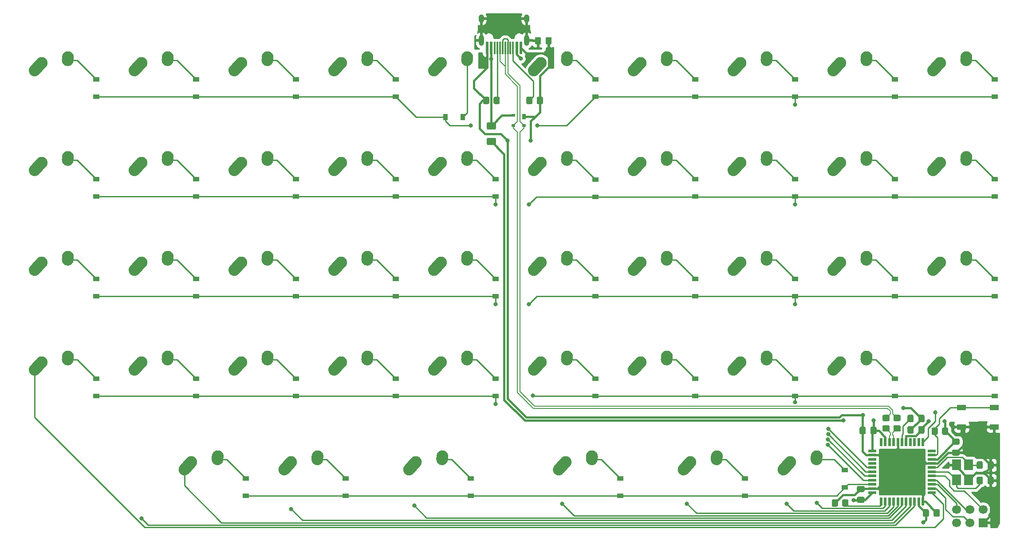
<source format=gbl>
%TF.GenerationSoftware,KiCad,Pcbnew,(5.1.12)-1*%
%TF.CreationDate,2022-01-05T12:33:11-05:00*%
%TF.ProjectId,my-keeb-type-c,6d792d6b-6565-4622-9d74-7970652d632e,rev?*%
%TF.SameCoordinates,Original*%
%TF.FileFunction,Copper,L2,Bot*%
%TF.FilePolarity,Positive*%
%FSLAX46Y46*%
G04 Gerber Fmt 4.6, Leading zero omitted, Abs format (unit mm)*
G04 Created by KiCad (PCBNEW (5.1.12)-1) date 2022-01-05 12:33:11*
%MOMM*%
%LPD*%
G01*
G04 APERTURE LIST*
%TA.AperFunction,ComponentPad*%
%ADD10C,2.250000*%
%TD*%
%TA.AperFunction,SMDPad,CuDef*%
%ADD11R,1.800000X2.100000*%
%TD*%
%TA.AperFunction,SMDPad,CuDef*%
%ADD12R,0.600000X2.450000*%
%TD*%
%TA.AperFunction,SMDPad,CuDef*%
%ADD13R,0.300000X2.450000*%
%TD*%
%TA.AperFunction,ComponentPad*%
%ADD14O,1.000000X2.100000*%
%TD*%
%TA.AperFunction,ComponentPad*%
%ADD15O,1.000000X1.600000*%
%TD*%
%TA.AperFunction,SMDPad,CuDef*%
%ADD16R,0.700000X0.600000*%
%TD*%
%TA.AperFunction,SMDPad,CuDef*%
%ADD17R,0.700000X1.000000*%
%TD*%
%TA.AperFunction,SMDPad,CuDef*%
%ADD18R,0.550000X1.500000*%
%TD*%
%TA.AperFunction,SMDPad,CuDef*%
%ADD19R,1.500000X0.550000*%
%TD*%
%TA.AperFunction,SMDPad,CuDef*%
%ADD20R,1.800000X1.100000*%
%TD*%
%TA.AperFunction,ComponentPad*%
%ADD21R,1.700000X1.700000*%
%TD*%
%TA.AperFunction,ComponentPad*%
%ADD22C,1.700000*%
%TD*%
%TA.AperFunction,SMDPad,CuDef*%
%ADD23R,1.200000X0.900000*%
%TD*%
%TA.AperFunction,SMDPad,CuDef*%
%ADD24R,0.900000X1.200000*%
%TD*%
%TA.AperFunction,ViaPad*%
%ADD25C,0.800000*%
%TD*%
%TA.AperFunction,Conductor*%
%ADD26C,0.381000*%
%TD*%
%TA.AperFunction,Conductor*%
%ADD27C,0.254000*%
%TD*%
%TA.AperFunction,Conductor*%
%ADD28C,0.200000*%
%TD*%
%TA.AperFunction,Conductor*%
%ADD29C,0.100000*%
%TD*%
G04 APERTURE END LIST*
%TO.P,FB1,2*%
%TO.N,Earth*%
%TA.AperFunction,SMDPad,CuDef*%
G36*
G01*
X123756000Y-22282999D02*
X123756000Y-23183001D01*
G75*
G02*
X123506001Y-23433000I-249999J0D01*
G01*
X122855999Y-23433000D01*
G75*
G02*
X122606000Y-23183001I0J249999D01*
G01*
X122606000Y-22282999D01*
G75*
G02*
X122855999Y-22033000I249999J0D01*
G01*
X123506001Y-22033000D01*
G75*
G02*
X123756000Y-22282999I0J-249999D01*
G01*
G37*
%TD.AperFunction*%
%TO.P,FB1,1*%
%TO.N,GND*%
%TA.AperFunction,SMDPad,CuDef*%
G36*
G01*
X125806000Y-22282999D02*
X125806000Y-23183001D01*
G75*
G02*
X125556001Y-23433000I-249999J0D01*
G01*
X124905999Y-23433000D01*
G75*
G02*
X124656000Y-23183001I0J249999D01*
G01*
X124656000Y-22282999D01*
G75*
G02*
X124905999Y-22033000I249999J0D01*
G01*
X125556001Y-22033000D01*
G75*
G02*
X125806000Y-22282999I0J-249999D01*
G01*
G37*
%TD.AperFunction*%
%TD*%
D10*
%TO.P,MX46,1*%
%TO.N,COL9*%
X199906250Y-84106250D03*
%TA.AperFunction,ComponentPad*%
G36*
G01*
X197844938Y-86403600D02*
X197844933Y-86403595D01*
G75*
G02*
X197758905Y-84814933I751317J837345D01*
G01*
X199068907Y-83354933D01*
G75*
G02*
X200657569Y-83268905I837345J-751317D01*
G01*
X200657569Y-83268905D01*
G75*
G02*
X200743597Y-84857567I-751317J-837345D01*
G01*
X199433595Y-86317567D01*
G75*
G02*
X197844933Y-86403595I-837345J751317D01*
G01*
G37*
%TD.AperFunction*%
%TO.P,MX46,2*%
%TO.N,Net-(D46-Pad2)*%
X204946250Y-83026250D03*
%TA.AperFunction,ComponentPad*%
G36*
G01*
X204829733Y-84728645D02*
X204828847Y-84728584D01*
G75*
G02*
X203783916Y-83528847I77403J1122334D01*
G01*
X203823916Y-82948847D01*
G75*
G02*
X205023653Y-81903916I1122334J-77403D01*
G01*
X205023653Y-81903916D01*
G75*
G02*
X206068584Y-83103653I-77403J-1122334D01*
G01*
X206028584Y-83683653D01*
G75*
G02*
X204828847Y-84728584I-1122334J77403D01*
G01*
G37*
%TD.AperFunction*%
%TD*%
%TO.P,MX18,1*%
%TO.N,COL3*%
X76081250Y-103156250D03*
%TA.AperFunction,ComponentPad*%
G36*
G01*
X74019938Y-105453600D02*
X74019933Y-105453595D01*
G75*
G02*
X73933905Y-103864933I751317J837345D01*
G01*
X75243907Y-102404933D01*
G75*
G02*
X76832569Y-102318905I837345J-751317D01*
G01*
X76832569Y-102318905D01*
G75*
G02*
X76918597Y-103907567I-751317J-837345D01*
G01*
X75608595Y-105367567D01*
G75*
G02*
X74019933Y-105453595I-837345J751317D01*
G01*
G37*
%TD.AperFunction*%
%TO.P,MX18,2*%
%TO.N,Net-(D18-Pad2)*%
X81121250Y-102076250D03*
%TA.AperFunction,ComponentPad*%
G36*
G01*
X81004733Y-103778645D02*
X81003847Y-103778584D01*
G75*
G02*
X79958916Y-102578847I77403J1122334D01*
G01*
X79998916Y-101998847D01*
G75*
G02*
X81198653Y-100953916I1122334J-77403D01*
G01*
X81198653Y-100953916D01*
G75*
G02*
X82243584Y-102153653I-77403J-1122334D01*
G01*
X82203584Y-102733653D01*
G75*
G02*
X81003847Y-103778584I-1122334J77403D01*
G01*
G37*
%TD.AperFunction*%
%TD*%
%TO.P,MX19,1*%
%TO.N,COL4*%
X104656250Y-26956250D03*
%TA.AperFunction,ComponentPad*%
G36*
G01*
X102594938Y-29253600D02*
X102594933Y-29253595D01*
G75*
G02*
X102508905Y-27664933I751317J837345D01*
G01*
X103818907Y-26204933D01*
G75*
G02*
X105407569Y-26118905I837345J-751317D01*
G01*
X105407569Y-26118905D01*
G75*
G02*
X105493597Y-27707567I-751317J-837345D01*
G01*
X104183595Y-29167567D01*
G75*
G02*
X102594933Y-29253595I-837345J751317D01*
G01*
G37*
%TD.AperFunction*%
%TO.P,MX19,2*%
%TO.N,Net-(D19-Pad2)*%
X109696250Y-25876250D03*
%TA.AperFunction,ComponentPad*%
G36*
G01*
X109579733Y-27578645D02*
X109578847Y-27578584D01*
G75*
G02*
X108533916Y-26378847I77403J1122334D01*
G01*
X108573916Y-25798847D01*
G75*
G02*
X109773653Y-24753916I1122334J-77403D01*
G01*
X109773653Y-24753916D01*
G75*
G02*
X110818584Y-25953653I-77403J-1122334D01*
G01*
X110778584Y-26533653D01*
G75*
G02*
X109578847Y-27578584I-1122334J77403D01*
G01*
G37*
%TD.AperFunction*%
%TD*%
%TO.P,MX24,1*%
%TO.N,COL5*%
X123706250Y-26956250D03*
%TA.AperFunction,ComponentPad*%
G36*
G01*
X121644938Y-29253600D02*
X121644933Y-29253595D01*
G75*
G02*
X121558905Y-27664933I751317J837345D01*
G01*
X122868907Y-26204933D01*
G75*
G02*
X124457569Y-26118905I837345J-751317D01*
G01*
X124457569Y-26118905D01*
G75*
G02*
X124543597Y-27707567I-751317J-837345D01*
G01*
X123233595Y-29167567D01*
G75*
G02*
X121644933Y-29253595I-837345J751317D01*
G01*
G37*
%TD.AperFunction*%
%TO.P,MX24,2*%
%TO.N,Net-(D24-Pad2)*%
X128746250Y-25876250D03*
%TA.AperFunction,ComponentPad*%
G36*
G01*
X128629733Y-27578645D02*
X128628847Y-27578584D01*
G75*
G02*
X127583916Y-26378847I77403J1122334D01*
G01*
X127623916Y-25798847D01*
G75*
G02*
X128823653Y-24753916I1122334J-77403D01*
G01*
X128823653Y-24753916D01*
G75*
G02*
X129868584Y-25953653I-77403J-1122334D01*
G01*
X129828584Y-26533653D01*
G75*
G02*
X128628847Y-27578584I-1122334J77403D01*
G01*
G37*
%TD.AperFunction*%
%TD*%
%TO.P,MX42,1*%
%TO.N,COL8*%
X180856250Y-84106250D03*
%TA.AperFunction,ComponentPad*%
G36*
G01*
X178794938Y-86403600D02*
X178794933Y-86403595D01*
G75*
G02*
X178708905Y-84814933I751317J837345D01*
G01*
X180018907Y-83354933D01*
G75*
G02*
X181607569Y-83268905I837345J-751317D01*
G01*
X181607569Y-83268905D01*
G75*
G02*
X181693597Y-84857567I-751317J-837345D01*
G01*
X180383595Y-86317567D01*
G75*
G02*
X178794933Y-86403595I-837345J751317D01*
G01*
G37*
%TD.AperFunction*%
%TO.P,MX42,2*%
%TO.N,Net-(D42-Pad2)*%
X185896250Y-83026250D03*
%TA.AperFunction,ComponentPad*%
G36*
G01*
X185779733Y-84728645D02*
X185778847Y-84728584D01*
G75*
G02*
X184733916Y-83528847I77403J1122334D01*
G01*
X184773916Y-82948847D01*
G75*
G02*
X185973653Y-81903916I1122334J-77403D01*
G01*
X185973653Y-81903916D01*
G75*
G02*
X187018584Y-83103653I-77403J-1122334D01*
G01*
X186978584Y-83683653D01*
G75*
G02*
X185778847Y-84728584I-1122334J77403D01*
G01*
G37*
%TD.AperFunction*%
%TD*%
%TO.P,MX39,1*%
%TO.N,COL8*%
X180856250Y-26956250D03*
%TA.AperFunction,ComponentPad*%
G36*
G01*
X178794938Y-29253600D02*
X178794933Y-29253595D01*
G75*
G02*
X178708905Y-27664933I751317J837345D01*
G01*
X180018907Y-26204933D01*
G75*
G02*
X181607569Y-26118905I837345J-751317D01*
G01*
X181607569Y-26118905D01*
G75*
G02*
X181693597Y-27707567I-751317J-837345D01*
G01*
X180383595Y-29167567D01*
G75*
G02*
X178794933Y-29253595I-837345J751317D01*
G01*
G37*
%TD.AperFunction*%
%TO.P,MX39,2*%
%TO.N,Net-(D39-Pad2)*%
X185896250Y-25876250D03*
%TA.AperFunction,ComponentPad*%
G36*
G01*
X185779733Y-27578645D02*
X185778847Y-27578584D01*
G75*
G02*
X184733916Y-26378847I77403J1122334D01*
G01*
X184773916Y-25798847D01*
G75*
G02*
X185973653Y-24753916I1122334J-77403D01*
G01*
X185973653Y-24753916D01*
G75*
G02*
X187018584Y-25953653I-77403J-1122334D01*
G01*
X186978584Y-26533653D01*
G75*
G02*
X185778847Y-27578584I-1122334J77403D01*
G01*
G37*
%TD.AperFunction*%
%TD*%
D11*
%TO.P,Y1,1*%
%TO.N,Net-(C1-Pad1)*%
X203066000Y-106606000D03*
%TO.P,Y1,2*%
%TO.N,GND*%
X203066000Y-103706000D03*
%TO.P,Y1,3*%
%TO.N,Net-(C2-Pad1)*%
X205366000Y-103706000D03*
%TO.P,Y1,4*%
%TO.N,GND*%
X205366000Y-106606000D03*
%TD*%
D12*
%TO.P,USB1,12*%
%TO.N,GND*%
X119906250Y-24070000D03*
%TO.P,USB1,1*%
X113456250Y-24070000D03*
%TO.P,USB1,11*%
%TO.N,VCC*%
X119131250Y-24070000D03*
%TO.P,USB1,2*%
X114231250Y-24070000D03*
D13*
%TO.P,USB1,3*%
%TO.N,Net-(USB1-Pad3)*%
X114931250Y-24070000D03*
%TO.P,USB1,10*%
%TO.N,Net-(R3-Pad1)*%
X118431250Y-24070000D03*
%TO.P,USB1,4*%
%TO.N,Net-(R4-Pad1)*%
X115431250Y-24070000D03*
%TO.P,USB1,9*%
%TO.N,Net-(USB1-Pad9)*%
X117931250Y-24070000D03*
%TO.P,USB1,5*%
%TO.N,DN*%
X115931250Y-24070000D03*
%TO.P,USB1,8*%
%TO.N,DP*%
X117431250Y-24070000D03*
%TO.P,USB1,7*%
%TO.N,DN*%
X116931250Y-24070000D03*
%TO.P,USB1,6*%
%TO.N,DP*%
X116431250Y-24070000D03*
D14*
%TO.P,USB1,13*%
%TO.N,Earth*%
X112361250Y-22655000D03*
X121001250Y-22655000D03*
D15*
X112361250Y-18475000D03*
X121001250Y-18475000D03*
%TD*%
D16*
%TO.P,U2,3*%
%TO.N,DN*%
X118507000Y-38891250D03*
%TO.P,U2,2*%
%TO.N,DP*%
X120507000Y-38891250D03*
%TO.P,U2,4*%
%TO.N,VCC*%
X118507000Y-36991250D03*
D17*
%TO.P,U2,1*%
%TO.N,GND*%
X120507000Y-37191250D03*
%TD*%
D18*
%TO.P,U1,1*%
%TO.N,Net-(U1-Pad1)*%
X188659000Y-99329000D03*
%TO.P,U1,2*%
%TO.N,+5V*%
X189459000Y-99329000D03*
%TO.P,U1,3*%
%TO.N,D-*%
X190259000Y-99329000D03*
%TO.P,U1,4*%
%TO.N,D+*%
X191059000Y-99329000D03*
%TO.P,U1,5*%
%TO.N,GND*%
X191859000Y-99329000D03*
%TO.P,U1,6*%
%TO.N,Net-(C4-Pad1)*%
X192659000Y-99329000D03*
%TO.P,U1,7*%
%TO.N,+5V*%
X193459000Y-99329000D03*
%TO.P,U1,8*%
%TO.N,Net-(U1-Pad8)*%
X194259000Y-99329000D03*
%TO.P,U1,9*%
%TO.N,Net-(U1-Pad9)*%
X195059000Y-99329000D03*
%TO.P,U1,10*%
%TO.N,Net-(U1-Pad10)*%
X195859000Y-99329000D03*
%TO.P,U1,11*%
%TO.N,COL9*%
X196659000Y-99329000D03*
D19*
%TO.P,U1,12*%
%TO.N,Net-(U1-Pad12)*%
X198359000Y-101029000D03*
%TO.P,U1,13*%
%TO.N,Net-(R1-Pad2)*%
X198359000Y-101829000D03*
%TO.P,U1,14*%
%TO.N,+5V*%
X198359000Y-102629000D03*
%TO.P,U1,15*%
%TO.N,GND*%
X198359000Y-103429000D03*
%TO.P,U1,16*%
%TO.N,Net-(C2-Pad1)*%
X198359000Y-104229000D03*
%TO.P,U1,17*%
%TO.N,Net-(C1-Pad1)*%
X198359000Y-105029000D03*
%TO.P,U1,18*%
%TO.N,RST*%
X198359000Y-105829000D03*
%TO.P,U1,19*%
%TO.N,SCK*%
X198359000Y-106629000D03*
%TO.P,U1,20*%
%TO.N,MISO*%
X198359000Y-107429000D03*
%TO.P,U1,21*%
%TO.N,MOSI*%
X198359000Y-108229000D03*
%TO.P,U1,22*%
%TO.N,COL0*%
X198359000Y-109029000D03*
D18*
%TO.P,U1,23*%
%TO.N,GND*%
X196659000Y-110729000D03*
%TO.P,U1,24*%
%TO.N,+5V*%
X195859000Y-110729000D03*
%TO.P,U1,25*%
%TO.N,COL1*%
X195059000Y-110729000D03*
%TO.P,U1,26*%
%TO.N,COL2*%
X194259000Y-110729000D03*
%TO.P,U1,27*%
%TO.N,COL3*%
X193459000Y-110729000D03*
%TO.P,U1,28*%
%TO.N,COL4*%
X192659000Y-110729000D03*
%TO.P,U1,29*%
%TO.N,COL5*%
X191859000Y-110729000D03*
%TO.P,U1,30*%
%TO.N,COL6*%
X191059000Y-110729000D03*
%TO.P,U1,31*%
%TO.N,COL7*%
X190259000Y-110729000D03*
%TO.P,U1,32*%
%TO.N,COL8*%
X189459000Y-110729000D03*
%TO.P,U1,33*%
%TO.N,Net-(R2-Pad2)*%
X188659000Y-110729000D03*
D19*
%TO.P,U1,34*%
%TO.N,+5V*%
X186959000Y-109029000D03*
%TO.P,U1,35*%
%TO.N,GND*%
X186959000Y-108229000D03*
%TO.P,U1,36*%
%TO.N,ROW4*%
X186959000Y-107429000D03*
%TO.P,U1,37*%
%TO.N,ROW3*%
X186959000Y-106629000D03*
%TO.P,U1,38*%
%TO.N,ROW2*%
X186959000Y-105829000D03*
%TO.P,U1,39*%
%TO.N,ROW1*%
X186959000Y-105029000D03*
%TO.P,U1,40*%
%TO.N,ROW0*%
X186959000Y-104229000D03*
%TO.P,U1,41*%
%TO.N,Net-(U1-Pad41)*%
X186959000Y-103429000D03*
%TO.P,U1,42*%
%TO.N,Net-(U1-Pad42)*%
X186959000Y-102629000D03*
%TO.P,U1,43*%
%TO.N,GND*%
X186959000Y-101829000D03*
%TO.P,U1,44*%
%TO.N,+5V*%
X186959000Y-101029000D03*
%TD*%
D20*
%TO.P,SW1,2*%
%TO.N,Net-(R1-Pad2)*%
X210237000Y-92765000D03*
X204037000Y-92765000D03*
%TO.P,SW1,1*%
%TO.N,GND*%
X210237000Y-96465000D03*
X204037000Y-96465000D03*
%TD*%
%TO.P,R6,1*%
%TO.N,D+*%
%TA.AperFunction,SMDPad,CuDef*%
G36*
G01*
X192157001Y-97358000D02*
X191256999Y-97358000D01*
G75*
G02*
X191007000Y-97108001I0J249999D01*
G01*
X191007000Y-96407999D01*
G75*
G02*
X191256999Y-96158000I249999J0D01*
G01*
X192157001Y-96158000D01*
G75*
G02*
X192407000Y-96407999I0J-249999D01*
G01*
X192407000Y-97108001D01*
G75*
G02*
X192157001Y-97358000I-249999J0D01*
G01*
G37*
%TD.AperFunction*%
%TO.P,R6,2*%
%TO.N,DP*%
%TA.AperFunction,SMDPad,CuDef*%
G36*
G01*
X192157001Y-95358000D02*
X191256999Y-95358000D01*
G75*
G02*
X191007000Y-95108001I0J249999D01*
G01*
X191007000Y-94407999D01*
G75*
G02*
X191256999Y-94158000I249999J0D01*
G01*
X192157001Y-94158000D01*
G75*
G02*
X192407000Y-94407999I0J-249999D01*
G01*
X192407000Y-95108001D01*
G75*
G02*
X192157001Y-95358000I-249999J0D01*
G01*
G37*
%TD.AperFunction*%
%TD*%
%TO.P,R5,1*%
%TO.N,D-*%
%TA.AperFunction,SMDPad,CuDef*%
G36*
G01*
X190061001Y-97358000D02*
X189160999Y-97358000D01*
G75*
G02*
X188911000Y-97108001I0J249999D01*
G01*
X188911000Y-96407999D01*
G75*
G02*
X189160999Y-96158000I249999J0D01*
G01*
X190061001Y-96158000D01*
G75*
G02*
X190311000Y-96407999I0J-249999D01*
G01*
X190311000Y-97108001D01*
G75*
G02*
X190061001Y-97358000I-249999J0D01*
G01*
G37*
%TD.AperFunction*%
%TO.P,R5,2*%
%TO.N,DN*%
%TA.AperFunction,SMDPad,CuDef*%
G36*
G01*
X190061001Y-95358000D02*
X189160999Y-95358000D01*
G75*
G02*
X188911000Y-95108001I0J249999D01*
G01*
X188911000Y-94407999D01*
G75*
G02*
X189160999Y-94158000I249999J0D01*
G01*
X190061001Y-94158000D01*
G75*
G02*
X190311000Y-94407999I0J-249999D01*
G01*
X190311000Y-95108001D01*
G75*
G02*
X190061001Y-95358000I-249999J0D01*
G01*
G37*
%TD.AperFunction*%
%TD*%
%TO.P,R4,2*%
%TO.N,GND*%
%TA.AperFunction,SMDPad,CuDef*%
G36*
G01*
X113900000Y-33681249D02*
X113900000Y-34581251D01*
G75*
G02*
X113650001Y-34831250I-249999J0D01*
G01*
X112949999Y-34831250D01*
G75*
G02*
X112700000Y-34581251I0J249999D01*
G01*
X112700000Y-33681249D01*
G75*
G02*
X112949999Y-33431250I249999J0D01*
G01*
X113650001Y-33431250D01*
G75*
G02*
X113900000Y-33681249I0J-249999D01*
G01*
G37*
%TD.AperFunction*%
%TO.P,R4,1*%
%TO.N,Net-(R4-Pad1)*%
%TA.AperFunction,SMDPad,CuDef*%
G36*
G01*
X115900000Y-33681249D02*
X115900000Y-34581251D01*
G75*
G02*
X115650001Y-34831250I-249999J0D01*
G01*
X114949999Y-34831250D01*
G75*
G02*
X114700000Y-34581251I0J249999D01*
G01*
X114700000Y-33681249D01*
G75*
G02*
X114949999Y-33431250I249999J0D01*
G01*
X115650001Y-33431250D01*
G75*
G02*
X115900000Y-33681249I0J-249999D01*
G01*
G37*
%TD.AperFunction*%
%TD*%
%TO.P,R3,2*%
%TO.N,GND*%
%TA.AperFunction,SMDPad,CuDef*%
G36*
G01*
X122955000Y-34581251D02*
X122955000Y-33681249D01*
G75*
G02*
X123204999Y-33431250I249999J0D01*
G01*
X123905001Y-33431250D01*
G75*
G02*
X124155000Y-33681249I0J-249999D01*
G01*
X124155000Y-34581251D01*
G75*
G02*
X123905001Y-34831250I-249999J0D01*
G01*
X123204999Y-34831250D01*
G75*
G02*
X122955000Y-34581251I0J249999D01*
G01*
G37*
%TD.AperFunction*%
%TO.P,R3,1*%
%TO.N,Net-(R3-Pad1)*%
%TA.AperFunction,SMDPad,CuDef*%
G36*
G01*
X120955000Y-34581251D02*
X120955000Y-33681249D01*
G75*
G02*
X121204999Y-33431250I249999J0D01*
G01*
X121905001Y-33431250D01*
G75*
G02*
X122155000Y-33681249I0J-249999D01*
G01*
X122155000Y-34581251D01*
G75*
G02*
X121905001Y-34831250I-249999J0D01*
G01*
X121204999Y-34831250D01*
G75*
G02*
X120955000Y-34581251I0J249999D01*
G01*
G37*
%TD.AperFunction*%
%TD*%
%TO.P,R2,1*%
%TO.N,GND*%
%TA.AperFunction,SMDPad,CuDef*%
G36*
G01*
X179248000Y-111448001D02*
X179248000Y-110547999D01*
G75*
G02*
X179497999Y-110298000I249999J0D01*
G01*
X180198001Y-110298000D01*
G75*
G02*
X180448000Y-110547999I0J-249999D01*
G01*
X180448000Y-111448001D01*
G75*
G02*
X180198001Y-111698000I-249999J0D01*
G01*
X179497999Y-111698000D01*
G75*
G02*
X179248000Y-111448001I0J249999D01*
G01*
G37*
%TD.AperFunction*%
%TO.P,R2,2*%
%TO.N,Net-(R2-Pad2)*%
%TA.AperFunction,SMDPad,CuDef*%
G36*
G01*
X181248000Y-111448001D02*
X181248000Y-110547999D01*
G75*
G02*
X181497999Y-110298000I249999J0D01*
G01*
X182198001Y-110298000D01*
G75*
G02*
X182448000Y-110547999I0J-249999D01*
G01*
X182448000Y-111448001D01*
G75*
G02*
X182198001Y-111698000I-249999J0D01*
G01*
X181497999Y-111698000D01*
G75*
G02*
X181248000Y-111448001I0J249999D01*
G01*
G37*
%TD.AperFunction*%
%TD*%
%TO.P,R1,1*%
%TO.N,+5V*%
%TA.AperFunction,SMDPad,CuDef*%
G36*
G01*
X201498000Y-96831999D02*
X201498000Y-97732001D01*
G75*
G02*
X201248001Y-97982000I-249999J0D01*
G01*
X200547999Y-97982000D01*
G75*
G02*
X200298000Y-97732001I0J249999D01*
G01*
X200298000Y-96831999D01*
G75*
G02*
X200547999Y-96582000I249999J0D01*
G01*
X201248001Y-96582000D01*
G75*
G02*
X201498000Y-96831999I0J-249999D01*
G01*
G37*
%TD.AperFunction*%
%TO.P,R1,2*%
%TO.N,Net-(R1-Pad2)*%
%TA.AperFunction,SMDPad,CuDef*%
G36*
G01*
X199498000Y-96831999D02*
X199498000Y-97732001D01*
G75*
G02*
X199248001Y-97982000I-249999J0D01*
G01*
X198547999Y-97982000D01*
G75*
G02*
X198298000Y-97732001I0J249999D01*
G01*
X198298000Y-96831999D01*
G75*
G02*
X198547999Y-96582000I249999J0D01*
G01*
X199248001Y-96582000D01*
G75*
G02*
X199498000Y-96831999I0J-249999D01*
G01*
G37*
%TD.AperFunction*%
%TD*%
D10*
%TO.P,MX45,1*%
%TO.N,COL9*%
X199906250Y-65056250D03*
%TA.AperFunction,ComponentPad*%
G36*
G01*
X197844938Y-67353600D02*
X197844933Y-67353595D01*
G75*
G02*
X197758905Y-65764933I751317J837345D01*
G01*
X199068907Y-64304933D01*
G75*
G02*
X200657569Y-64218905I837345J-751317D01*
G01*
X200657569Y-64218905D01*
G75*
G02*
X200743597Y-65807567I-751317J-837345D01*
G01*
X199433595Y-67267567D01*
G75*
G02*
X197844933Y-67353595I-837345J751317D01*
G01*
G37*
%TD.AperFunction*%
%TO.P,MX45,2*%
%TO.N,Net-(D45-Pad2)*%
X204946250Y-63976250D03*
%TA.AperFunction,ComponentPad*%
G36*
G01*
X204829733Y-65678645D02*
X204828847Y-65678584D01*
G75*
G02*
X203783916Y-64478847I77403J1122334D01*
G01*
X203823916Y-63898847D01*
G75*
G02*
X205023653Y-62853916I1122334J-77403D01*
G01*
X205023653Y-62853916D01*
G75*
G02*
X206068584Y-64053653I-77403J-1122334D01*
G01*
X206028584Y-64633653D01*
G75*
G02*
X204828847Y-65678584I-1122334J77403D01*
G01*
G37*
%TD.AperFunction*%
%TD*%
%TO.P,MX44,1*%
%TO.N,COL9*%
X199906250Y-46006250D03*
%TA.AperFunction,ComponentPad*%
G36*
G01*
X197844938Y-48303600D02*
X197844933Y-48303595D01*
G75*
G02*
X197758905Y-46714933I751317J837345D01*
G01*
X199068907Y-45254933D01*
G75*
G02*
X200657569Y-45168905I837345J-751317D01*
G01*
X200657569Y-45168905D01*
G75*
G02*
X200743597Y-46757567I-751317J-837345D01*
G01*
X199433595Y-48217567D01*
G75*
G02*
X197844933Y-48303595I-837345J751317D01*
G01*
G37*
%TD.AperFunction*%
%TO.P,MX44,2*%
%TO.N,Net-(D44-Pad2)*%
X204946250Y-44926250D03*
%TA.AperFunction,ComponentPad*%
G36*
G01*
X204829733Y-46628645D02*
X204828847Y-46628584D01*
G75*
G02*
X203783916Y-45428847I77403J1122334D01*
G01*
X203823916Y-44848847D01*
G75*
G02*
X205023653Y-43803916I1122334J-77403D01*
G01*
X205023653Y-43803916D01*
G75*
G02*
X206068584Y-45003653I-77403J-1122334D01*
G01*
X206028584Y-45583653D01*
G75*
G02*
X204828847Y-46628584I-1122334J77403D01*
G01*
G37*
%TD.AperFunction*%
%TD*%
%TO.P,MX43,1*%
%TO.N,COL9*%
X199906250Y-26956250D03*
%TA.AperFunction,ComponentPad*%
G36*
G01*
X197844938Y-29253600D02*
X197844933Y-29253595D01*
G75*
G02*
X197758905Y-27664933I751317J837345D01*
G01*
X199068907Y-26204933D01*
G75*
G02*
X200657569Y-26118905I837345J-751317D01*
G01*
X200657569Y-26118905D01*
G75*
G02*
X200743597Y-27707567I-751317J-837345D01*
G01*
X199433595Y-29167567D01*
G75*
G02*
X197844933Y-29253595I-837345J751317D01*
G01*
G37*
%TD.AperFunction*%
%TO.P,MX43,2*%
%TO.N,Net-(D43-Pad2)*%
X204946250Y-25876250D03*
%TA.AperFunction,ComponentPad*%
G36*
G01*
X204829733Y-27578645D02*
X204828847Y-27578584D01*
G75*
G02*
X203783916Y-26378847I77403J1122334D01*
G01*
X203823916Y-25798847D01*
G75*
G02*
X205023653Y-24753916I1122334J-77403D01*
G01*
X205023653Y-24753916D01*
G75*
G02*
X206068584Y-25953653I-77403J-1122334D01*
G01*
X206028584Y-26533653D01*
G75*
G02*
X204828847Y-27578584I-1122334J77403D01*
G01*
G37*
%TD.AperFunction*%
%TD*%
%TO.P,MX41,1*%
%TO.N,COL8*%
X180856250Y-65056250D03*
%TA.AperFunction,ComponentPad*%
G36*
G01*
X178794938Y-67353600D02*
X178794933Y-67353595D01*
G75*
G02*
X178708905Y-65764933I751317J837345D01*
G01*
X180018907Y-64304933D01*
G75*
G02*
X181607569Y-64218905I837345J-751317D01*
G01*
X181607569Y-64218905D01*
G75*
G02*
X181693597Y-65807567I-751317J-837345D01*
G01*
X180383595Y-67267567D01*
G75*
G02*
X178794933Y-67353595I-837345J751317D01*
G01*
G37*
%TD.AperFunction*%
%TO.P,MX41,2*%
%TO.N,Net-(D41-Pad2)*%
X185896250Y-63976250D03*
%TA.AperFunction,ComponentPad*%
G36*
G01*
X185779733Y-65678645D02*
X185778847Y-65678584D01*
G75*
G02*
X184733916Y-64478847I77403J1122334D01*
G01*
X184773916Y-63898847D01*
G75*
G02*
X185973653Y-62853916I1122334J-77403D01*
G01*
X185973653Y-62853916D01*
G75*
G02*
X187018584Y-64053653I-77403J-1122334D01*
G01*
X186978584Y-64633653D01*
G75*
G02*
X185778847Y-65678584I-1122334J77403D01*
G01*
G37*
%TD.AperFunction*%
%TD*%
%TO.P,MX40,1*%
%TO.N,COL8*%
X180856250Y-46006250D03*
%TA.AperFunction,ComponentPad*%
G36*
G01*
X178794938Y-48303600D02*
X178794933Y-48303595D01*
G75*
G02*
X178708905Y-46714933I751317J837345D01*
G01*
X180018907Y-45254933D01*
G75*
G02*
X181607569Y-45168905I837345J-751317D01*
G01*
X181607569Y-45168905D01*
G75*
G02*
X181693597Y-46757567I-751317J-837345D01*
G01*
X180383595Y-48217567D01*
G75*
G02*
X178794933Y-48303595I-837345J751317D01*
G01*
G37*
%TD.AperFunction*%
%TO.P,MX40,2*%
%TO.N,Net-(D40-Pad2)*%
X185896250Y-44926250D03*
%TA.AperFunction,ComponentPad*%
G36*
G01*
X185779733Y-46628645D02*
X185778847Y-46628584D01*
G75*
G02*
X184733916Y-45428847I77403J1122334D01*
G01*
X184773916Y-44848847D01*
G75*
G02*
X185973653Y-43803916I1122334J-77403D01*
G01*
X185973653Y-43803916D01*
G75*
G02*
X187018584Y-45003653I-77403J-1122334D01*
G01*
X186978584Y-45583653D01*
G75*
G02*
X185778847Y-46628584I-1122334J77403D01*
G01*
G37*
%TD.AperFunction*%
%TD*%
%TO.P,MX38,1*%
%TO.N,COL7*%
X171331250Y-103156250D03*
%TA.AperFunction,ComponentPad*%
G36*
G01*
X169269938Y-105453600D02*
X169269933Y-105453595D01*
G75*
G02*
X169183905Y-103864933I751317J837345D01*
G01*
X170493907Y-102404933D01*
G75*
G02*
X172082569Y-102318905I837345J-751317D01*
G01*
X172082569Y-102318905D01*
G75*
G02*
X172168597Y-103907567I-751317J-837345D01*
G01*
X170858595Y-105367567D01*
G75*
G02*
X169269933Y-105453595I-837345J751317D01*
G01*
G37*
%TD.AperFunction*%
%TO.P,MX38,2*%
%TO.N,Net-(D38-Pad2)*%
X176371250Y-102076250D03*
%TA.AperFunction,ComponentPad*%
G36*
G01*
X176254733Y-103778645D02*
X176253847Y-103778584D01*
G75*
G02*
X175208916Y-102578847I77403J1122334D01*
G01*
X175248916Y-101998847D01*
G75*
G02*
X176448653Y-100953916I1122334J-77403D01*
G01*
X176448653Y-100953916D01*
G75*
G02*
X177493584Y-102153653I-77403J-1122334D01*
G01*
X177453584Y-102733653D01*
G75*
G02*
X176253847Y-103778584I-1122334J77403D01*
G01*
G37*
%TD.AperFunction*%
%TD*%
%TO.P,MX37,1*%
%TO.N,COL7*%
X161806250Y-84106250D03*
%TA.AperFunction,ComponentPad*%
G36*
G01*
X159744938Y-86403600D02*
X159744933Y-86403595D01*
G75*
G02*
X159658905Y-84814933I751317J837345D01*
G01*
X160968907Y-83354933D01*
G75*
G02*
X162557569Y-83268905I837345J-751317D01*
G01*
X162557569Y-83268905D01*
G75*
G02*
X162643597Y-84857567I-751317J-837345D01*
G01*
X161333595Y-86317567D01*
G75*
G02*
X159744933Y-86403595I-837345J751317D01*
G01*
G37*
%TD.AperFunction*%
%TO.P,MX37,2*%
%TO.N,Net-(D37-Pad2)*%
X166846250Y-83026250D03*
%TA.AperFunction,ComponentPad*%
G36*
G01*
X166729733Y-84728645D02*
X166728847Y-84728584D01*
G75*
G02*
X165683916Y-83528847I77403J1122334D01*
G01*
X165723916Y-82948847D01*
G75*
G02*
X166923653Y-81903916I1122334J-77403D01*
G01*
X166923653Y-81903916D01*
G75*
G02*
X167968584Y-83103653I-77403J-1122334D01*
G01*
X167928584Y-83683653D01*
G75*
G02*
X166728847Y-84728584I-1122334J77403D01*
G01*
G37*
%TD.AperFunction*%
%TD*%
%TO.P,MX36,1*%
%TO.N,COL7*%
X161806250Y-65056250D03*
%TA.AperFunction,ComponentPad*%
G36*
G01*
X159744938Y-67353600D02*
X159744933Y-67353595D01*
G75*
G02*
X159658905Y-65764933I751317J837345D01*
G01*
X160968907Y-64304933D01*
G75*
G02*
X162557569Y-64218905I837345J-751317D01*
G01*
X162557569Y-64218905D01*
G75*
G02*
X162643597Y-65807567I-751317J-837345D01*
G01*
X161333595Y-67267567D01*
G75*
G02*
X159744933Y-67353595I-837345J751317D01*
G01*
G37*
%TD.AperFunction*%
%TO.P,MX36,2*%
%TO.N,Net-(D36-Pad2)*%
X166846250Y-63976250D03*
%TA.AperFunction,ComponentPad*%
G36*
G01*
X166729733Y-65678645D02*
X166728847Y-65678584D01*
G75*
G02*
X165683916Y-64478847I77403J1122334D01*
G01*
X165723916Y-63898847D01*
G75*
G02*
X166923653Y-62853916I1122334J-77403D01*
G01*
X166923653Y-62853916D01*
G75*
G02*
X167968584Y-64053653I-77403J-1122334D01*
G01*
X167928584Y-64633653D01*
G75*
G02*
X166728847Y-65678584I-1122334J77403D01*
G01*
G37*
%TD.AperFunction*%
%TD*%
%TO.P,MX35,1*%
%TO.N,COL7*%
X161806250Y-46006250D03*
%TA.AperFunction,ComponentPad*%
G36*
G01*
X159744938Y-48303600D02*
X159744933Y-48303595D01*
G75*
G02*
X159658905Y-46714933I751317J837345D01*
G01*
X160968907Y-45254933D01*
G75*
G02*
X162557569Y-45168905I837345J-751317D01*
G01*
X162557569Y-45168905D01*
G75*
G02*
X162643597Y-46757567I-751317J-837345D01*
G01*
X161333595Y-48217567D01*
G75*
G02*
X159744933Y-48303595I-837345J751317D01*
G01*
G37*
%TD.AperFunction*%
%TO.P,MX35,2*%
%TO.N,Net-(D35-Pad2)*%
X166846250Y-44926250D03*
%TA.AperFunction,ComponentPad*%
G36*
G01*
X166729733Y-46628645D02*
X166728847Y-46628584D01*
G75*
G02*
X165683916Y-45428847I77403J1122334D01*
G01*
X165723916Y-44848847D01*
G75*
G02*
X166923653Y-43803916I1122334J-77403D01*
G01*
X166923653Y-43803916D01*
G75*
G02*
X167968584Y-45003653I-77403J-1122334D01*
G01*
X167928584Y-45583653D01*
G75*
G02*
X166728847Y-46628584I-1122334J77403D01*
G01*
G37*
%TD.AperFunction*%
%TD*%
%TO.P,MX34,1*%
%TO.N,COL7*%
X161806250Y-26956250D03*
%TA.AperFunction,ComponentPad*%
G36*
G01*
X159744938Y-29253600D02*
X159744933Y-29253595D01*
G75*
G02*
X159658905Y-27664933I751317J837345D01*
G01*
X160968907Y-26204933D01*
G75*
G02*
X162557569Y-26118905I837345J-751317D01*
G01*
X162557569Y-26118905D01*
G75*
G02*
X162643597Y-27707567I-751317J-837345D01*
G01*
X161333595Y-29167567D01*
G75*
G02*
X159744933Y-29253595I-837345J751317D01*
G01*
G37*
%TD.AperFunction*%
%TO.P,MX34,2*%
%TO.N,Net-(D34-Pad2)*%
X166846250Y-25876250D03*
%TA.AperFunction,ComponentPad*%
G36*
G01*
X166729733Y-27578645D02*
X166728847Y-27578584D01*
G75*
G02*
X165683916Y-26378847I77403J1122334D01*
G01*
X165723916Y-25798847D01*
G75*
G02*
X166923653Y-24753916I1122334J-77403D01*
G01*
X166923653Y-24753916D01*
G75*
G02*
X167968584Y-25953653I-77403J-1122334D01*
G01*
X167928584Y-26533653D01*
G75*
G02*
X166728847Y-27578584I-1122334J77403D01*
G01*
G37*
%TD.AperFunction*%
%TD*%
%TO.P,MX33,1*%
%TO.N,COL6*%
X152281250Y-103156250D03*
%TA.AperFunction,ComponentPad*%
G36*
G01*
X150219938Y-105453600D02*
X150219933Y-105453595D01*
G75*
G02*
X150133905Y-103864933I751317J837345D01*
G01*
X151443907Y-102404933D01*
G75*
G02*
X153032569Y-102318905I837345J-751317D01*
G01*
X153032569Y-102318905D01*
G75*
G02*
X153118597Y-103907567I-751317J-837345D01*
G01*
X151808595Y-105367567D01*
G75*
G02*
X150219933Y-105453595I-837345J751317D01*
G01*
G37*
%TD.AperFunction*%
%TO.P,MX33,2*%
%TO.N,Net-(D33-Pad2)*%
X157321250Y-102076250D03*
%TA.AperFunction,ComponentPad*%
G36*
G01*
X157204733Y-103778645D02*
X157203847Y-103778584D01*
G75*
G02*
X156158916Y-102578847I77403J1122334D01*
G01*
X156198916Y-101998847D01*
G75*
G02*
X157398653Y-100953916I1122334J-77403D01*
G01*
X157398653Y-100953916D01*
G75*
G02*
X158443584Y-102153653I-77403J-1122334D01*
G01*
X158403584Y-102733653D01*
G75*
G02*
X157203847Y-103778584I-1122334J77403D01*
G01*
G37*
%TD.AperFunction*%
%TD*%
%TO.P,MX32,1*%
%TO.N,COL6*%
X142756250Y-84106250D03*
%TA.AperFunction,ComponentPad*%
G36*
G01*
X140694938Y-86403600D02*
X140694933Y-86403595D01*
G75*
G02*
X140608905Y-84814933I751317J837345D01*
G01*
X141918907Y-83354933D01*
G75*
G02*
X143507569Y-83268905I837345J-751317D01*
G01*
X143507569Y-83268905D01*
G75*
G02*
X143593597Y-84857567I-751317J-837345D01*
G01*
X142283595Y-86317567D01*
G75*
G02*
X140694933Y-86403595I-837345J751317D01*
G01*
G37*
%TD.AperFunction*%
%TO.P,MX32,2*%
%TO.N,Net-(D32-Pad2)*%
X147796250Y-83026250D03*
%TA.AperFunction,ComponentPad*%
G36*
G01*
X147679733Y-84728645D02*
X147678847Y-84728584D01*
G75*
G02*
X146633916Y-83528847I77403J1122334D01*
G01*
X146673916Y-82948847D01*
G75*
G02*
X147873653Y-81903916I1122334J-77403D01*
G01*
X147873653Y-81903916D01*
G75*
G02*
X148918584Y-83103653I-77403J-1122334D01*
G01*
X148878584Y-83683653D01*
G75*
G02*
X147678847Y-84728584I-1122334J77403D01*
G01*
G37*
%TD.AperFunction*%
%TD*%
%TO.P,MX31,1*%
%TO.N,COL6*%
X142756250Y-65056250D03*
%TA.AperFunction,ComponentPad*%
G36*
G01*
X140694938Y-67353600D02*
X140694933Y-67353595D01*
G75*
G02*
X140608905Y-65764933I751317J837345D01*
G01*
X141918907Y-64304933D01*
G75*
G02*
X143507569Y-64218905I837345J-751317D01*
G01*
X143507569Y-64218905D01*
G75*
G02*
X143593597Y-65807567I-751317J-837345D01*
G01*
X142283595Y-67267567D01*
G75*
G02*
X140694933Y-67353595I-837345J751317D01*
G01*
G37*
%TD.AperFunction*%
%TO.P,MX31,2*%
%TO.N,Net-(D31-Pad2)*%
X147796250Y-63976250D03*
%TA.AperFunction,ComponentPad*%
G36*
G01*
X147679733Y-65678645D02*
X147678847Y-65678584D01*
G75*
G02*
X146633916Y-64478847I77403J1122334D01*
G01*
X146673916Y-63898847D01*
G75*
G02*
X147873653Y-62853916I1122334J-77403D01*
G01*
X147873653Y-62853916D01*
G75*
G02*
X148918584Y-64053653I-77403J-1122334D01*
G01*
X148878584Y-64633653D01*
G75*
G02*
X147678847Y-65678584I-1122334J77403D01*
G01*
G37*
%TD.AperFunction*%
%TD*%
%TO.P,MX30,1*%
%TO.N,COL6*%
X142756250Y-46006250D03*
%TA.AperFunction,ComponentPad*%
G36*
G01*
X140694938Y-48303600D02*
X140694933Y-48303595D01*
G75*
G02*
X140608905Y-46714933I751317J837345D01*
G01*
X141918907Y-45254933D01*
G75*
G02*
X143507569Y-45168905I837345J-751317D01*
G01*
X143507569Y-45168905D01*
G75*
G02*
X143593597Y-46757567I-751317J-837345D01*
G01*
X142283595Y-48217567D01*
G75*
G02*
X140694933Y-48303595I-837345J751317D01*
G01*
G37*
%TD.AperFunction*%
%TO.P,MX30,2*%
%TO.N,Net-(D30-Pad2)*%
X147796250Y-44926250D03*
%TA.AperFunction,ComponentPad*%
G36*
G01*
X147679733Y-46628645D02*
X147678847Y-46628584D01*
G75*
G02*
X146633916Y-45428847I77403J1122334D01*
G01*
X146673916Y-44848847D01*
G75*
G02*
X147873653Y-43803916I1122334J-77403D01*
G01*
X147873653Y-43803916D01*
G75*
G02*
X148918584Y-45003653I-77403J-1122334D01*
G01*
X148878584Y-45583653D01*
G75*
G02*
X147678847Y-46628584I-1122334J77403D01*
G01*
G37*
%TD.AperFunction*%
%TD*%
%TO.P,MX29,1*%
%TO.N,COL6*%
X142756250Y-26956250D03*
%TA.AperFunction,ComponentPad*%
G36*
G01*
X140694938Y-29253600D02*
X140694933Y-29253595D01*
G75*
G02*
X140608905Y-27664933I751317J837345D01*
G01*
X141918907Y-26204933D01*
G75*
G02*
X143507569Y-26118905I837345J-751317D01*
G01*
X143507569Y-26118905D01*
G75*
G02*
X143593597Y-27707567I-751317J-837345D01*
G01*
X142283595Y-29167567D01*
G75*
G02*
X140694933Y-29253595I-837345J751317D01*
G01*
G37*
%TD.AperFunction*%
%TO.P,MX29,2*%
%TO.N,Net-(D29-Pad2)*%
X147796250Y-25876250D03*
%TA.AperFunction,ComponentPad*%
G36*
G01*
X147679733Y-27578645D02*
X147678847Y-27578584D01*
G75*
G02*
X146633916Y-26378847I77403J1122334D01*
G01*
X146673916Y-25798847D01*
G75*
G02*
X147873653Y-24753916I1122334J-77403D01*
G01*
X147873653Y-24753916D01*
G75*
G02*
X148918584Y-25953653I-77403J-1122334D01*
G01*
X148878584Y-26533653D01*
G75*
G02*
X147678847Y-27578584I-1122334J77403D01*
G01*
G37*
%TD.AperFunction*%
%TD*%
%TO.P,MX28,1*%
%TO.N,COL5*%
X128468750Y-103156250D03*
%TA.AperFunction,ComponentPad*%
G36*
G01*
X126407438Y-105453600D02*
X126407433Y-105453595D01*
G75*
G02*
X126321405Y-103864933I751317J837345D01*
G01*
X127631407Y-102404933D01*
G75*
G02*
X129220069Y-102318905I837345J-751317D01*
G01*
X129220069Y-102318905D01*
G75*
G02*
X129306097Y-103907567I-751317J-837345D01*
G01*
X127996095Y-105367567D01*
G75*
G02*
X126407433Y-105453595I-837345J751317D01*
G01*
G37*
%TD.AperFunction*%
%TO.P,MX28,2*%
%TO.N,Net-(D28-Pad2)*%
X133508750Y-102076250D03*
%TA.AperFunction,ComponentPad*%
G36*
G01*
X133392233Y-103778645D02*
X133391347Y-103778584D01*
G75*
G02*
X132346416Y-102578847I77403J1122334D01*
G01*
X132386416Y-101998847D01*
G75*
G02*
X133586153Y-100953916I1122334J-77403D01*
G01*
X133586153Y-100953916D01*
G75*
G02*
X134631084Y-102153653I-77403J-1122334D01*
G01*
X134591084Y-102733653D01*
G75*
G02*
X133391347Y-103778584I-1122334J77403D01*
G01*
G37*
%TD.AperFunction*%
%TD*%
%TO.P,MX27,1*%
%TO.N,COL5*%
X123706250Y-84106250D03*
%TA.AperFunction,ComponentPad*%
G36*
G01*
X121644938Y-86403600D02*
X121644933Y-86403595D01*
G75*
G02*
X121558905Y-84814933I751317J837345D01*
G01*
X122868907Y-83354933D01*
G75*
G02*
X124457569Y-83268905I837345J-751317D01*
G01*
X124457569Y-83268905D01*
G75*
G02*
X124543597Y-84857567I-751317J-837345D01*
G01*
X123233595Y-86317567D01*
G75*
G02*
X121644933Y-86403595I-837345J751317D01*
G01*
G37*
%TD.AperFunction*%
%TO.P,MX27,2*%
%TO.N,Net-(D27-Pad2)*%
X128746250Y-83026250D03*
%TA.AperFunction,ComponentPad*%
G36*
G01*
X128629733Y-84728645D02*
X128628847Y-84728584D01*
G75*
G02*
X127583916Y-83528847I77403J1122334D01*
G01*
X127623916Y-82948847D01*
G75*
G02*
X128823653Y-81903916I1122334J-77403D01*
G01*
X128823653Y-81903916D01*
G75*
G02*
X129868584Y-83103653I-77403J-1122334D01*
G01*
X129828584Y-83683653D01*
G75*
G02*
X128628847Y-84728584I-1122334J77403D01*
G01*
G37*
%TD.AperFunction*%
%TD*%
%TO.P,MX26,1*%
%TO.N,COL5*%
X123706250Y-65056250D03*
%TA.AperFunction,ComponentPad*%
G36*
G01*
X121644938Y-67353600D02*
X121644933Y-67353595D01*
G75*
G02*
X121558905Y-65764933I751317J837345D01*
G01*
X122868907Y-64304933D01*
G75*
G02*
X124457569Y-64218905I837345J-751317D01*
G01*
X124457569Y-64218905D01*
G75*
G02*
X124543597Y-65807567I-751317J-837345D01*
G01*
X123233595Y-67267567D01*
G75*
G02*
X121644933Y-67353595I-837345J751317D01*
G01*
G37*
%TD.AperFunction*%
%TO.P,MX26,2*%
%TO.N,Net-(D26-Pad2)*%
X128746250Y-63976250D03*
%TA.AperFunction,ComponentPad*%
G36*
G01*
X128629733Y-65678645D02*
X128628847Y-65678584D01*
G75*
G02*
X127583916Y-64478847I77403J1122334D01*
G01*
X127623916Y-63898847D01*
G75*
G02*
X128823653Y-62853916I1122334J-77403D01*
G01*
X128823653Y-62853916D01*
G75*
G02*
X129868584Y-64053653I-77403J-1122334D01*
G01*
X129828584Y-64633653D01*
G75*
G02*
X128628847Y-65678584I-1122334J77403D01*
G01*
G37*
%TD.AperFunction*%
%TD*%
%TO.P,MX25,1*%
%TO.N,COL5*%
X123706250Y-46006250D03*
%TA.AperFunction,ComponentPad*%
G36*
G01*
X121644938Y-48303600D02*
X121644933Y-48303595D01*
G75*
G02*
X121558905Y-46714933I751317J837345D01*
G01*
X122868907Y-45254933D01*
G75*
G02*
X124457569Y-45168905I837345J-751317D01*
G01*
X124457569Y-45168905D01*
G75*
G02*
X124543597Y-46757567I-751317J-837345D01*
G01*
X123233595Y-48217567D01*
G75*
G02*
X121644933Y-48303595I-837345J751317D01*
G01*
G37*
%TD.AperFunction*%
%TO.P,MX25,2*%
%TO.N,Net-(D25-Pad2)*%
X128746250Y-44926250D03*
%TA.AperFunction,ComponentPad*%
G36*
G01*
X128629733Y-46628645D02*
X128628847Y-46628584D01*
G75*
G02*
X127583916Y-45428847I77403J1122334D01*
G01*
X127623916Y-44848847D01*
G75*
G02*
X128823653Y-43803916I1122334J-77403D01*
G01*
X128823653Y-43803916D01*
G75*
G02*
X129868584Y-45003653I-77403J-1122334D01*
G01*
X129828584Y-45583653D01*
G75*
G02*
X128628847Y-46628584I-1122334J77403D01*
G01*
G37*
%TD.AperFunction*%
%TD*%
%TO.P,MX23,1*%
%TO.N,COL4*%
X99893750Y-103156250D03*
%TA.AperFunction,ComponentPad*%
G36*
G01*
X97832438Y-105453600D02*
X97832433Y-105453595D01*
G75*
G02*
X97746405Y-103864933I751317J837345D01*
G01*
X99056407Y-102404933D01*
G75*
G02*
X100645069Y-102318905I837345J-751317D01*
G01*
X100645069Y-102318905D01*
G75*
G02*
X100731097Y-103907567I-751317J-837345D01*
G01*
X99421095Y-105367567D01*
G75*
G02*
X97832433Y-105453595I-837345J751317D01*
G01*
G37*
%TD.AperFunction*%
%TO.P,MX23,2*%
%TO.N,Net-(D23-Pad2)*%
X104933750Y-102076250D03*
%TA.AperFunction,ComponentPad*%
G36*
G01*
X104817233Y-103778645D02*
X104816347Y-103778584D01*
G75*
G02*
X103771416Y-102578847I77403J1122334D01*
G01*
X103811416Y-101998847D01*
G75*
G02*
X105011153Y-100953916I1122334J-77403D01*
G01*
X105011153Y-100953916D01*
G75*
G02*
X106056084Y-102153653I-77403J-1122334D01*
G01*
X106016084Y-102733653D01*
G75*
G02*
X104816347Y-103778584I-1122334J77403D01*
G01*
G37*
%TD.AperFunction*%
%TD*%
%TO.P,MX22,1*%
%TO.N,COL4*%
X104656250Y-84106250D03*
%TA.AperFunction,ComponentPad*%
G36*
G01*
X102594938Y-86403600D02*
X102594933Y-86403595D01*
G75*
G02*
X102508905Y-84814933I751317J837345D01*
G01*
X103818907Y-83354933D01*
G75*
G02*
X105407569Y-83268905I837345J-751317D01*
G01*
X105407569Y-83268905D01*
G75*
G02*
X105493597Y-84857567I-751317J-837345D01*
G01*
X104183595Y-86317567D01*
G75*
G02*
X102594933Y-86403595I-837345J751317D01*
G01*
G37*
%TD.AperFunction*%
%TO.P,MX22,2*%
%TO.N,Net-(D22-Pad2)*%
X109696250Y-83026250D03*
%TA.AperFunction,ComponentPad*%
G36*
G01*
X109579733Y-84728645D02*
X109578847Y-84728584D01*
G75*
G02*
X108533916Y-83528847I77403J1122334D01*
G01*
X108573916Y-82948847D01*
G75*
G02*
X109773653Y-81903916I1122334J-77403D01*
G01*
X109773653Y-81903916D01*
G75*
G02*
X110818584Y-83103653I-77403J-1122334D01*
G01*
X110778584Y-83683653D01*
G75*
G02*
X109578847Y-84728584I-1122334J77403D01*
G01*
G37*
%TD.AperFunction*%
%TD*%
%TO.P,MX21,1*%
%TO.N,COL4*%
X104656250Y-65056250D03*
%TA.AperFunction,ComponentPad*%
G36*
G01*
X102594938Y-67353600D02*
X102594933Y-67353595D01*
G75*
G02*
X102508905Y-65764933I751317J837345D01*
G01*
X103818907Y-64304933D01*
G75*
G02*
X105407569Y-64218905I837345J-751317D01*
G01*
X105407569Y-64218905D01*
G75*
G02*
X105493597Y-65807567I-751317J-837345D01*
G01*
X104183595Y-67267567D01*
G75*
G02*
X102594933Y-67353595I-837345J751317D01*
G01*
G37*
%TD.AperFunction*%
%TO.P,MX21,2*%
%TO.N,Net-(D21-Pad2)*%
X109696250Y-63976250D03*
%TA.AperFunction,ComponentPad*%
G36*
G01*
X109579733Y-65678645D02*
X109578847Y-65678584D01*
G75*
G02*
X108533916Y-64478847I77403J1122334D01*
G01*
X108573916Y-63898847D01*
G75*
G02*
X109773653Y-62853916I1122334J-77403D01*
G01*
X109773653Y-62853916D01*
G75*
G02*
X110818584Y-64053653I-77403J-1122334D01*
G01*
X110778584Y-64633653D01*
G75*
G02*
X109578847Y-65678584I-1122334J77403D01*
G01*
G37*
%TD.AperFunction*%
%TD*%
%TO.P,MX20,1*%
%TO.N,COL4*%
X104656250Y-46006250D03*
%TA.AperFunction,ComponentPad*%
G36*
G01*
X102594938Y-48303600D02*
X102594933Y-48303595D01*
G75*
G02*
X102508905Y-46714933I751317J837345D01*
G01*
X103818907Y-45254933D01*
G75*
G02*
X105407569Y-45168905I837345J-751317D01*
G01*
X105407569Y-45168905D01*
G75*
G02*
X105493597Y-46757567I-751317J-837345D01*
G01*
X104183595Y-48217567D01*
G75*
G02*
X102594933Y-48303595I-837345J751317D01*
G01*
G37*
%TD.AperFunction*%
%TO.P,MX20,2*%
%TO.N,Net-(D20-Pad2)*%
X109696250Y-44926250D03*
%TA.AperFunction,ComponentPad*%
G36*
G01*
X109579733Y-46628645D02*
X109578847Y-46628584D01*
G75*
G02*
X108533916Y-45428847I77403J1122334D01*
G01*
X108573916Y-44848847D01*
G75*
G02*
X109773653Y-43803916I1122334J-77403D01*
G01*
X109773653Y-43803916D01*
G75*
G02*
X110818584Y-45003653I-77403J-1122334D01*
G01*
X110778584Y-45583653D01*
G75*
G02*
X109578847Y-46628584I-1122334J77403D01*
G01*
G37*
%TD.AperFunction*%
%TD*%
%TO.P,MX17,1*%
%TO.N,COL3*%
X85606250Y-84106250D03*
%TA.AperFunction,ComponentPad*%
G36*
G01*
X83544938Y-86403600D02*
X83544933Y-86403595D01*
G75*
G02*
X83458905Y-84814933I751317J837345D01*
G01*
X84768907Y-83354933D01*
G75*
G02*
X86357569Y-83268905I837345J-751317D01*
G01*
X86357569Y-83268905D01*
G75*
G02*
X86443597Y-84857567I-751317J-837345D01*
G01*
X85133595Y-86317567D01*
G75*
G02*
X83544933Y-86403595I-837345J751317D01*
G01*
G37*
%TD.AperFunction*%
%TO.P,MX17,2*%
%TO.N,Net-(D17-Pad2)*%
X90646250Y-83026250D03*
%TA.AperFunction,ComponentPad*%
G36*
G01*
X90529733Y-84728645D02*
X90528847Y-84728584D01*
G75*
G02*
X89483916Y-83528847I77403J1122334D01*
G01*
X89523916Y-82948847D01*
G75*
G02*
X90723653Y-81903916I1122334J-77403D01*
G01*
X90723653Y-81903916D01*
G75*
G02*
X91768584Y-83103653I-77403J-1122334D01*
G01*
X91728584Y-83683653D01*
G75*
G02*
X90528847Y-84728584I-1122334J77403D01*
G01*
G37*
%TD.AperFunction*%
%TD*%
%TO.P,MX16,1*%
%TO.N,COL3*%
X85606250Y-65056250D03*
%TA.AperFunction,ComponentPad*%
G36*
G01*
X83544938Y-67353600D02*
X83544933Y-67353595D01*
G75*
G02*
X83458905Y-65764933I751317J837345D01*
G01*
X84768907Y-64304933D01*
G75*
G02*
X86357569Y-64218905I837345J-751317D01*
G01*
X86357569Y-64218905D01*
G75*
G02*
X86443597Y-65807567I-751317J-837345D01*
G01*
X85133595Y-67267567D01*
G75*
G02*
X83544933Y-67353595I-837345J751317D01*
G01*
G37*
%TD.AperFunction*%
%TO.P,MX16,2*%
%TO.N,Net-(D16-Pad2)*%
X90646250Y-63976250D03*
%TA.AperFunction,ComponentPad*%
G36*
G01*
X90529733Y-65678645D02*
X90528847Y-65678584D01*
G75*
G02*
X89483916Y-64478847I77403J1122334D01*
G01*
X89523916Y-63898847D01*
G75*
G02*
X90723653Y-62853916I1122334J-77403D01*
G01*
X90723653Y-62853916D01*
G75*
G02*
X91768584Y-64053653I-77403J-1122334D01*
G01*
X91728584Y-64633653D01*
G75*
G02*
X90528847Y-65678584I-1122334J77403D01*
G01*
G37*
%TD.AperFunction*%
%TD*%
%TO.P,MX15,1*%
%TO.N,COL3*%
X85606250Y-46006250D03*
%TA.AperFunction,ComponentPad*%
G36*
G01*
X83544938Y-48303600D02*
X83544933Y-48303595D01*
G75*
G02*
X83458905Y-46714933I751317J837345D01*
G01*
X84768907Y-45254933D01*
G75*
G02*
X86357569Y-45168905I837345J-751317D01*
G01*
X86357569Y-45168905D01*
G75*
G02*
X86443597Y-46757567I-751317J-837345D01*
G01*
X85133595Y-48217567D01*
G75*
G02*
X83544933Y-48303595I-837345J751317D01*
G01*
G37*
%TD.AperFunction*%
%TO.P,MX15,2*%
%TO.N,Net-(D15-Pad2)*%
X90646250Y-44926250D03*
%TA.AperFunction,ComponentPad*%
G36*
G01*
X90529733Y-46628645D02*
X90528847Y-46628584D01*
G75*
G02*
X89483916Y-45428847I77403J1122334D01*
G01*
X89523916Y-44848847D01*
G75*
G02*
X90723653Y-43803916I1122334J-77403D01*
G01*
X90723653Y-43803916D01*
G75*
G02*
X91768584Y-45003653I-77403J-1122334D01*
G01*
X91728584Y-45583653D01*
G75*
G02*
X90528847Y-46628584I-1122334J77403D01*
G01*
G37*
%TD.AperFunction*%
%TD*%
%TO.P,MX14,1*%
%TO.N,COL3*%
X85606250Y-26956250D03*
%TA.AperFunction,ComponentPad*%
G36*
G01*
X83544938Y-29253600D02*
X83544933Y-29253595D01*
G75*
G02*
X83458905Y-27664933I751317J837345D01*
G01*
X84768907Y-26204933D01*
G75*
G02*
X86357569Y-26118905I837345J-751317D01*
G01*
X86357569Y-26118905D01*
G75*
G02*
X86443597Y-27707567I-751317J-837345D01*
G01*
X85133595Y-29167567D01*
G75*
G02*
X83544933Y-29253595I-837345J751317D01*
G01*
G37*
%TD.AperFunction*%
%TO.P,MX14,2*%
%TO.N,Net-(D14-Pad2)*%
X90646250Y-25876250D03*
%TA.AperFunction,ComponentPad*%
G36*
G01*
X90529733Y-27578645D02*
X90528847Y-27578584D01*
G75*
G02*
X89483916Y-26378847I77403J1122334D01*
G01*
X89523916Y-25798847D01*
G75*
G02*
X90723653Y-24753916I1122334J-77403D01*
G01*
X90723653Y-24753916D01*
G75*
G02*
X91768584Y-25953653I-77403J-1122334D01*
G01*
X91728584Y-26533653D01*
G75*
G02*
X90528847Y-27578584I-1122334J77403D01*
G01*
G37*
%TD.AperFunction*%
%TD*%
%TO.P,MX13,1*%
%TO.N,COL2*%
X57031250Y-103156250D03*
%TA.AperFunction,ComponentPad*%
G36*
G01*
X54969938Y-105453600D02*
X54969933Y-105453595D01*
G75*
G02*
X54883905Y-103864933I751317J837345D01*
G01*
X56193907Y-102404933D01*
G75*
G02*
X57782569Y-102318905I837345J-751317D01*
G01*
X57782569Y-102318905D01*
G75*
G02*
X57868597Y-103907567I-751317J-837345D01*
G01*
X56558595Y-105367567D01*
G75*
G02*
X54969933Y-105453595I-837345J751317D01*
G01*
G37*
%TD.AperFunction*%
%TO.P,MX13,2*%
%TO.N,Net-(D13-Pad2)*%
X62071250Y-102076250D03*
%TA.AperFunction,ComponentPad*%
G36*
G01*
X61954733Y-103778645D02*
X61953847Y-103778584D01*
G75*
G02*
X60908916Y-102578847I77403J1122334D01*
G01*
X60948916Y-101998847D01*
G75*
G02*
X62148653Y-100953916I1122334J-77403D01*
G01*
X62148653Y-100953916D01*
G75*
G02*
X63193584Y-102153653I-77403J-1122334D01*
G01*
X63153584Y-102733653D01*
G75*
G02*
X61953847Y-103778584I-1122334J77403D01*
G01*
G37*
%TD.AperFunction*%
%TD*%
%TO.P,MX12,1*%
%TO.N,COL2*%
X66556250Y-84106250D03*
%TA.AperFunction,ComponentPad*%
G36*
G01*
X64494938Y-86403600D02*
X64494933Y-86403595D01*
G75*
G02*
X64408905Y-84814933I751317J837345D01*
G01*
X65718907Y-83354933D01*
G75*
G02*
X67307569Y-83268905I837345J-751317D01*
G01*
X67307569Y-83268905D01*
G75*
G02*
X67393597Y-84857567I-751317J-837345D01*
G01*
X66083595Y-86317567D01*
G75*
G02*
X64494933Y-86403595I-837345J751317D01*
G01*
G37*
%TD.AperFunction*%
%TO.P,MX12,2*%
%TO.N,Net-(D12-Pad2)*%
X71596250Y-83026250D03*
%TA.AperFunction,ComponentPad*%
G36*
G01*
X71479733Y-84728645D02*
X71478847Y-84728584D01*
G75*
G02*
X70433916Y-83528847I77403J1122334D01*
G01*
X70473916Y-82948847D01*
G75*
G02*
X71673653Y-81903916I1122334J-77403D01*
G01*
X71673653Y-81903916D01*
G75*
G02*
X72718584Y-83103653I-77403J-1122334D01*
G01*
X72678584Y-83683653D01*
G75*
G02*
X71478847Y-84728584I-1122334J77403D01*
G01*
G37*
%TD.AperFunction*%
%TD*%
%TO.P,MX11,1*%
%TO.N,COL2*%
X66556250Y-65056250D03*
%TA.AperFunction,ComponentPad*%
G36*
G01*
X64494938Y-67353600D02*
X64494933Y-67353595D01*
G75*
G02*
X64408905Y-65764933I751317J837345D01*
G01*
X65718907Y-64304933D01*
G75*
G02*
X67307569Y-64218905I837345J-751317D01*
G01*
X67307569Y-64218905D01*
G75*
G02*
X67393597Y-65807567I-751317J-837345D01*
G01*
X66083595Y-67267567D01*
G75*
G02*
X64494933Y-67353595I-837345J751317D01*
G01*
G37*
%TD.AperFunction*%
%TO.P,MX11,2*%
%TO.N,Net-(D11-Pad2)*%
X71596250Y-63976250D03*
%TA.AperFunction,ComponentPad*%
G36*
G01*
X71479733Y-65678645D02*
X71478847Y-65678584D01*
G75*
G02*
X70433916Y-64478847I77403J1122334D01*
G01*
X70473916Y-63898847D01*
G75*
G02*
X71673653Y-62853916I1122334J-77403D01*
G01*
X71673653Y-62853916D01*
G75*
G02*
X72718584Y-64053653I-77403J-1122334D01*
G01*
X72678584Y-64633653D01*
G75*
G02*
X71478847Y-65678584I-1122334J77403D01*
G01*
G37*
%TD.AperFunction*%
%TD*%
%TO.P,MX10,1*%
%TO.N,COL2*%
X66556250Y-46006250D03*
%TA.AperFunction,ComponentPad*%
G36*
G01*
X64494938Y-48303600D02*
X64494933Y-48303595D01*
G75*
G02*
X64408905Y-46714933I751317J837345D01*
G01*
X65718907Y-45254933D01*
G75*
G02*
X67307569Y-45168905I837345J-751317D01*
G01*
X67307569Y-45168905D01*
G75*
G02*
X67393597Y-46757567I-751317J-837345D01*
G01*
X66083595Y-48217567D01*
G75*
G02*
X64494933Y-48303595I-837345J751317D01*
G01*
G37*
%TD.AperFunction*%
%TO.P,MX10,2*%
%TO.N,Net-(D10-Pad2)*%
X71596250Y-44926250D03*
%TA.AperFunction,ComponentPad*%
G36*
G01*
X71479733Y-46628645D02*
X71478847Y-46628584D01*
G75*
G02*
X70433916Y-45428847I77403J1122334D01*
G01*
X70473916Y-44848847D01*
G75*
G02*
X71673653Y-43803916I1122334J-77403D01*
G01*
X71673653Y-43803916D01*
G75*
G02*
X72718584Y-45003653I-77403J-1122334D01*
G01*
X72678584Y-45583653D01*
G75*
G02*
X71478847Y-46628584I-1122334J77403D01*
G01*
G37*
%TD.AperFunction*%
%TD*%
%TO.P,MX9,1*%
%TO.N,COL2*%
X66556250Y-26956250D03*
%TA.AperFunction,ComponentPad*%
G36*
G01*
X64494938Y-29253600D02*
X64494933Y-29253595D01*
G75*
G02*
X64408905Y-27664933I751317J837345D01*
G01*
X65718907Y-26204933D01*
G75*
G02*
X67307569Y-26118905I837345J-751317D01*
G01*
X67307569Y-26118905D01*
G75*
G02*
X67393597Y-27707567I-751317J-837345D01*
G01*
X66083595Y-29167567D01*
G75*
G02*
X64494933Y-29253595I-837345J751317D01*
G01*
G37*
%TD.AperFunction*%
%TO.P,MX9,2*%
%TO.N,Net-(D9-Pad2)*%
X71596250Y-25876250D03*
%TA.AperFunction,ComponentPad*%
G36*
G01*
X71479733Y-27578645D02*
X71478847Y-27578584D01*
G75*
G02*
X70433916Y-26378847I77403J1122334D01*
G01*
X70473916Y-25798847D01*
G75*
G02*
X71673653Y-24753916I1122334J-77403D01*
G01*
X71673653Y-24753916D01*
G75*
G02*
X72718584Y-25953653I-77403J-1122334D01*
G01*
X72678584Y-26533653D01*
G75*
G02*
X71478847Y-27578584I-1122334J77403D01*
G01*
G37*
%TD.AperFunction*%
%TD*%
%TO.P,MX8,1*%
%TO.N,COL1*%
X47506250Y-84106250D03*
%TA.AperFunction,ComponentPad*%
G36*
G01*
X45444938Y-86403600D02*
X45444933Y-86403595D01*
G75*
G02*
X45358905Y-84814933I751317J837345D01*
G01*
X46668907Y-83354933D01*
G75*
G02*
X48257569Y-83268905I837345J-751317D01*
G01*
X48257569Y-83268905D01*
G75*
G02*
X48343597Y-84857567I-751317J-837345D01*
G01*
X47033595Y-86317567D01*
G75*
G02*
X45444933Y-86403595I-837345J751317D01*
G01*
G37*
%TD.AperFunction*%
%TO.P,MX8,2*%
%TO.N,Net-(D8-Pad2)*%
X52546250Y-83026250D03*
%TA.AperFunction,ComponentPad*%
G36*
G01*
X52429733Y-84728645D02*
X52428847Y-84728584D01*
G75*
G02*
X51383916Y-83528847I77403J1122334D01*
G01*
X51423916Y-82948847D01*
G75*
G02*
X52623653Y-81903916I1122334J-77403D01*
G01*
X52623653Y-81903916D01*
G75*
G02*
X53668584Y-83103653I-77403J-1122334D01*
G01*
X53628584Y-83683653D01*
G75*
G02*
X52428847Y-84728584I-1122334J77403D01*
G01*
G37*
%TD.AperFunction*%
%TD*%
%TO.P,MX7,1*%
%TO.N,COL1*%
X47506250Y-65056250D03*
%TA.AperFunction,ComponentPad*%
G36*
G01*
X45444938Y-67353600D02*
X45444933Y-67353595D01*
G75*
G02*
X45358905Y-65764933I751317J837345D01*
G01*
X46668907Y-64304933D01*
G75*
G02*
X48257569Y-64218905I837345J-751317D01*
G01*
X48257569Y-64218905D01*
G75*
G02*
X48343597Y-65807567I-751317J-837345D01*
G01*
X47033595Y-67267567D01*
G75*
G02*
X45444933Y-67353595I-837345J751317D01*
G01*
G37*
%TD.AperFunction*%
%TO.P,MX7,2*%
%TO.N,Net-(D7-Pad2)*%
X52546250Y-63976250D03*
%TA.AperFunction,ComponentPad*%
G36*
G01*
X52429733Y-65678645D02*
X52428847Y-65678584D01*
G75*
G02*
X51383916Y-64478847I77403J1122334D01*
G01*
X51423916Y-63898847D01*
G75*
G02*
X52623653Y-62853916I1122334J-77403D01*
G01*
X52623653Y-62853916D01*
G75*
G02*
X53668584Y-64053653I-77403J-1122334D01*
G01*
X53628584Y-64633653D01*
G75*
G02*
X52428847Y-65678584I-1122334J77403D01*
G01*
G37*
%TD.AperFunction*%
%TD*%
%TO.P,MX6,1*%
%TO.N,COL1*%
X47506250Y-46006250D03*
%TA.AperFunction,ComponentPad*%
G36*
G01*
X45444938Y-48303600D02*
X45444933Y-48303595D01*
G75*
G02*
X45358905Y-46714933I751317J837345D01*
G01*
X46668907Y-45254933D01*
G75*
G02*
X48257569Y-45168905I837345J-751317D01*
G01*
X48257569Y-45168905D01*
G75*
G02*
X48343597Y-46757567I-751317J-837345D01*
G01*
X47033595Y-48217567D01*
G75*
G02*
X45444933Y-48303595I-837345J751317D01*
G01*
G37*
%TD.AperFunction*%
%TO.P,MX6,2*%
%TO.N,Net-(D6-Pad2)*%
X52546250Y-44926250D03*
%TA.AperFunction,ComponentPad*%
G36*
G01*
X52429733Y-46628645D02*
X52428847Y-46628584D01*
G75*
G02*
X51383916Y-45428847I77403J1122334D01*
G01*
X51423916Y-44848847D01*
G75*
G02*
X52623653Y-43803916I1122334J-77403D01*
G01*
X52623653Y-43803916D01*
G75*
G02*
X53668584Y-45003653I-77403J-1122334D01*
G01*
X53628584Y-45583653D01*
G75*
G02*
X52428847Y-46628584I-1122334J77403D01*
G01*
G37*
%TD.AperFunction*%
%TD*%
%TO.P,MX5,1*%
%TO.N,COL1*%
X47506250Y-26956250D03*
%TA.AperFunction,ComponentPad*%
G36*
G01*
X45444938Y-29253600D02*
X45444933Y-29253595D01*
G75*
G02*
X45358905Y-27664933I751317J837345D01*
G01*
X46668907Y-26204933D01*
G75*
G02*
X48257569Y-26118905I837345J-751317D01*
G01*
X48257569Y-26118905D01*
G75*
G02*
X48343597Y-27707567I-751317J-837345D01*
G01*
X47033595Y-29167567D01*
G75*
G02*
X45444933Y-29253595I-837345J751317D01*
G01*
G37*
%TD.AperFunction*%
%TO.P,MX5,2*%
%TO.N,Net-(D5-Pad2)*%
X52546250Y-25876250D03*
%TA.AperFunction,ComponentPad*%
G36*
G01*
X52429733Y-27578645D02*
X52428847Y-27578584D01*
G75*
G02*
X51383916Y-26378847I77403J1122334D01*
G01*
X51423916Y-25798847D01*
G75*
G02*
X52623653Y-24753916I1122334J-77403D01*
G01*
X52623653Y-24753916D01*
G75*
G02*
X53668584Y-25953653I-77403J-1122334D01*
G01*
X53628584Y-26533653D01*
G75*
G02*
X52428847Y-27578584I-1122334J77403D01*
G01*
G37*
%TD.AperFunction*%
%TD*%
%TO.P,MX4,1*%
%TO.N,COL0*%
X28456250Y-84106250D03*
%TA.AperFunction,ComponentPad*%
G36*
G01*
X26394938Y-86403600D02*
X26394933Y-86403595D01*
G75*
G02*
X26308905Y-84814933I751317J837345D01*
G01*
X27618907Y-83354933D01*
G75*
G02*
X29207569Y-83268905I837345J-751317D01*
G01*
X29207569Y-83268905D01*
G75*
G02*
X29293597Y-84857567I-751317J-837345D01*
G01*
X27983595Y-86317567D01*
G75*
G02*
X26394933Y-86403595I-837345J751317D01*
G01*
G37*
%TD.AperFunction*%
%TO.P,MX4,2*%
%TO.N,Net-(D4-Pad2)*%
X33496250Y-83026250D03*
%TA.AperFunction,ComponentPad*%
G36*
G01*
X33379733Y-84728645D02*
X33378847Y-84728584D01*
G75*
G02*
X32333916Y-83528847I77403J1122334D01*
G01*
X32373916Y-82948847D01*
G75*
G02*
X33573653Y-81903916I1122334J-77403D01*
G01*
X33573653Y-81903916D01*
G75*
G02*
X34618584Y-83103653I-77403J-1122334D01*
G01*
X34578584Y-83683653D01*
G75*
G02*
X33378847Y-84728584I-1122334J77403D01*
G01*
G37*
%TD.AperFunction*%
%TD*%
%TO.P,MX3,1*%
%TO.N,COL0*%
X28456250Y-65056250D03*
%TA.AperFunction,ComponentPad*%
G36*
G01*
X26394938Y-67353600D02*
X26394933Y-67353595D01*
G75*
G02*
X26308905Y-65764933I751317J837345D01*
G01*
X27618907Y-64304933D01*
G75*
G02*
X29207569Y-64218905I837345J-751317D01*
G01*
X29207569Y-64218905D01*
G75*
G02*
X29293597Y-65807567I-751317J-837345D01*
G01*
X27983595Y-67267567D01*
G75*
G02*
X26394933Y-67353595I-837345J751317D01*
G01*
G37*
%TD.AperFunction*%
%TO.P,MX3,2*%
%TO.N,Net-(D3-Pad2)*%
X33496250Y-63976250D03*
%TA.AperFunction,ComponentPad*%
G36*
G01*
X33379733Y-65678645D02*
X33378847Y-65678584D01*
G75*
G02*
X32333916Y-64478847I77403J1122334D01*
G01*
X32373916Y-63898847D01*
G75*
G02*
X33573653Y-62853916I1122334J-77403D01*
G01*
X33573653Y-62853916D01*
G75*
G02*
X34618584Y-64053653I-77403J-1122334D01*
G01*
X34578584Y-64633653D01*
G75*
G02*
X33378847Y-65678584I-1122334J77403D01*
G01*
G37*
%TD.AperFunction*%
%TD*%
%TO.P,MX2,1*%
%TO.N,COL0*%
X28456250Y-46006250D03*
%TA.AperFunction,ComponentPad*%
G36*
G01*
X26394938Y-48303600D02*
X26394933Y-48303595D01*
G75*
G02*
X26308905Y-46714933I751317J837345D01*
G01*
X27618907Y-45254933D01*
G75*
G02*
X29207569Y-45168905I837345J-751317D01*
G01*
X29207569Y-45168905D01*
G75*
G02*
X29293597Y-46757567I-751317J-837345D01*
G01*
X27983595Y-48217567D01*
G75*
G02*
X26394933Y-48303595I-837345J751317D01*
G01*
G37*
%TD.AperFunction*%
%TO.P,MX2,2*%
%TO.N,Net-(D2-Pad2)*%
X33496250Y-44926250D03*
%TA.AperFunction,ComponentPad*%
G36*
G01*
X33379733Y-46628645D02*
X33378847Y-46628584D01*
G75*
G02*
X32333916Y-45428847I77403J1122334D01*
G01*
X32373916Y-44848847D01*
G75*
G02*
X33573653Y-43803916I1122334J-77403D01*
G01*
X33573653Y-43803916D01*
G75*
G02*
X34618584Y-45003653I-77403J-1122334D01*
G01*
X34578584Y-45583653D01*
G75*
G02*
X33378847Y-46628584I-1122334J77403D01*
G01*
G37*
%TD.AperFunction*%
%TD*%
%TO.P,MX1,1*%
%TO.N,COL0*%
X28456250Y-26956250D03*
%TA.AperFunction,ComponentPad*%
G36*
G01*
X26394938Y-29253600D02*
X26394933Y-29253595D01*
G75*
G02*
X26308905Y-27664933I751317J837345D01*
G01*
X27618907Y-26204933D01*
G75*
G02*
X29207569Y-26118905I837345J-751317D01*
G01*
X29207569Y-26118905D01*
G75*
G02*
X29293597Y-27707567I-751317J-837345D01*
G01*
X27983595Y-29167567D01*
G75*
G02*
X26394933Y-29253595I-837345J751317D01*
G01*
G37*
%TD.AperFunction*%
%TO.P,MX1,2*%
%TO.N,Net-(D1-Pad2)*%
X33496250Y-25876250D03*
%TA.AperFunction,ComponentPad*%
G36*
G01*
X33379733Y-27578645D02*
X33378847Y-27578584D01*
G75*
G02*
X32333916Y-26378847I77403J1122334D01*
G01*
X32373916Y-25798847D01*
G75*
G02*
X33573653Y-24753916I1122334J-77403D01*
G01*
X33573653Y-24753916D01*
G75*
G02*
X34618584Y-25953653I-77403J-1122334D01*
G01*
X34578584Y-26533653D01*
G75*
G02*
X33378847Y-27578584I-1122334J77403D01*
G01*
G37*
%TD.AperFunction*%
%TD*%
D21*
%TO.P,J1,6*%
%TO.N,GND*%
X208121250Y-114776250D03*
D22*
%TO.P,J1,5*%
%TO.N,RST*%
X208121250Y-112236250D03*
%TO.P,J1,4*%
%TO.N,MOSI*%
X205581250Y-114776250D03*
%TO.P,J1,3*%
%TO.N,SCK*%
X205581250Y-112236250D03*
%TO.P,J1,2*%
%TO.N,+5V*%
X203041250Y-114776250D03*
%TO.P,J1,1*%
%TO.N,MISO*%
X203041250Y-112236250D03*
%TD*%
%TO.P,F1,2*%
%TO.N,VCC*%
%TA.AperFunction,SMDPad,CuDef*%
G36*
G01*
X114925000Y-39706250D02*
X113675000Y-39706250D01*
G75*
G02*
X113425000Y-39456250I0J250000D01*
G01*
X113425000Y-38531250D01*
G75*
G02*
X113675000Y-38281250I250000J0D01*
G01*
X114925000Y-38281250D01*
G75*
G02*
X115175000Y-38531250I0J-250000D01*
G01*
X115175000Y-39456250D01*
G75*
G02*
X114925000Y-39706250I-250000J0D01*
G01*
G37*
%TD.AperFunction*%
%TO.P,F1,1*%
%TO.N,+5V*%
%TA.AperFunction,SMDPad,CuDef*%
G36*
G01*
X114925000Y-42681250D02*
X113675000Y-42681250D01*
G75*
G02*
X113425000Y-42431250I0J250000D01*
G01*
X113425000Y-41506250D01*
G75*
G02*
X113675000Y-41256250I250000J0D01*
G01*
X114925000Y-41256250D01*
G75*
G02*
X115175000Y-41506250I0J-250000D01*
G01*
X115175000Y-42431250D01*
G75*
G02*
X114925000Y-42681250I-250000J0D01*
G01*
G37*
%TD.AperFunction*%
%TD*%
D23*
%TO.P,D46,2*%
%TO.N,Net-(D46-Pad2)*%
X210343750Y-87250000D03*
%TO.P,D46,1*%
%TO.N,ROW3*%
X210343750Y-90550000D03*
%TD*%
%TO.P,D45,2*%
%TO.N,Net-(D45-Pad2)*%
X210343750Y-68200000D03*
%TO.P,D45,1*%
%TO.N,ROW2*%
X210343750Y-71500000D03*
%TD*%
%TO.P,D44,2*%
%TO.N,Net-(D44-Pad2)*%
X210343750Y-49150000D03*
%TO.P,D44,1*%
%TO.N,ROW1*%
X210343750Y-52450000D03*
%TD*%
%TO.P,D43,2*%
%TO.N,Net-(D43-Pad2)*%
X210343750Y-30100000D03*
%TO.P,D43,1*%
%TO.N,ROW0*%
X210343750Y-33400000D03*
%TD*%
%TO.P,D42,2*%
%TO.N,Net-(D42-Pad2)*%
X191293750Y-87250000D03*
%TO.P,D42,1*%
%TO.N,ROW3*%
X191293750Y-90550000D03*
%TD*%
%TO.P,D41,2*%
%TO.N,Net-(D41-Pad2)*%
X191293750Y-68200000D03*
%TO.P,D41,1*%
%TO.N,ROW2*%
X191293750Y-71500000D03*
%TD*%
%TO.P,D40,2*%
%TO.N,Net-(D40-Pad2)*%
X191293750Y-49150000D03*
%TO.P,D40,1*%
%TO.N,ROW1*%
X191293750Y-52450000D03*
%TD*%
%TO.P,D39,2*%
%TO.N,Net-(D39-Pad2)*%
X191293750Y-30100000D03*
%TO.P,D39,1*%
%TO.N,ROW0*%
X191293750Y-33400000D03*
%TD*%
%TO.P,D38,2*%
%TO.N,Net-(D38-Pad2)*%
X181768750Y-104712500D03*
%TO.P,D38,1*%
%TO.N,ROW4*%
X181768750Y-108012500D03*
%TD*%
%TO.P,D37,2*%
%TO.N,Net-(D37-Pad2)*%
X172243750Y-87250000D03*
%TO.P,D37,1*%
%TO.N,ROW3*%
X172243750Y-90550000D03*
%TD*%
%TO.P,D36,2*%
%TO.N,Net-(D36-Pad2)*%
X172243750Y-68200000D03*
%TO.P,D36,1*%
%TO.N,ROW2*%
X172243750Y-71500000D03*
%TD*%
%TO.P,D35,2*%
%TO.N,Net-(D35-Pad2)*%
X172243750Y-49150000D03*
%TO.P,D35,1*%
%TO.N,ROW1*%
X172243750Y-52450000D03*
%TD*%
%TO.P,D34,2*%
%TO.N,Net-(D34-Pad2)*%
X172243750Y-30100000D03*
%TO.P,D34,1*%
%TO.N,ROW0*%
X172243750Y-33400000D03*
%TD*%
%TO.P,D33,2*%
%TO.N,Net-(D33-Pad2)*%
X162718750Y-106300000D03*
%TO.P,D33,1*%
%TO.N,ROW4*%
X162718750Y-109600000D03*
%TD*%
%TO.P,D32,2*%
%TO.N,Net-(D32-Pad2)*%
X153193750Y-87250000D03*
%TO.P,D32,1*%
%TO.N,ROW3*%
X153193750Y-90550000D03*
%TD*%
%TO.P,D31,2*%
%TO.N,Net-(D31-Pad2)*%
X153193750Y-68200000D03*
%TO.P,D31,1*%
%TO.N,ROW2*%
X153193750Y-71500000D03*
%TD*%
%TO.P,D30,2*%
%TO.N,Net-(D30-Pad2)*%
X153193750Y-49150000D03*
%TO.P,D30,1*%
%TO.N,ROW1*%
X153193750Y-52450000D03*
%TD*%
%TO.P,D29,2*%
%TO.N,Net-(D29-Pad2)*%
X153193750Y-30100000D03*
%TO.P,D29,1*%
%TO.N,ROW0*%
X153193750Y-33400000D03*
%TD*%
%TO.P,D28,2*%
%TO.N,Net-(D28-Pad2)*%
X138906250Y-106300000D03*
%TO.P,D28,1*%
%TO.N,ROW4*%
X138906250Y-109600000D03*
%TD*%
%TO.P,D27,2*%
%TO.N,Net-(D27-Pad2)*%
X134143750Y-87250000D03*
%TO.P,D27,1*%
%TO.N,ROW3*%
X134143750Y-90550000D03*
%TD*%
%TO.P,D26,2*%
%TO.N,Net-(D26-Pad2)*%
X134143750Y-68200000D03*
%TO.P,D26,1*%
%TO.N,ROW2*%
X134143750Y-71500000D03*
%TD*%
%TO.P,D25,2*%
%TO.N,Net-(D25-Pad2)*%
X134143750Y-49212500D03*
%TO.P,D25,1*%
%TO.N,ROW1*%
X134143750Y-52512500D03*
%TD*%
%TO.P,D24,2*%
%TO.N,Net-(D24-Pad2)*%
X134143750Y-30100000D03*
%TO.P,D24,1*%
%TO.N,ROW0*%
X134143750Y-33400000D03*
%TD*%
%TO.P,D23,2*%
%TO.N,Net-(D23-Pad2)*%
X110331250Y-106300000D03*
%TO.P,D23,1*%
%TO.N,ROW4*%
X110331250Y-109600000D03*
%TD*%
%TO.P,D22,2*%
%TO.N,Net-(D22-Pad2)*%
X115093750Y-87250000D03*
%TO.P,D22,1*%
%TO.N,ROW3*%
X115093750Y-90550000D03*
%TD*%
%TO.P,D21,2*%
%TO.N,Net-(D21-Pad2)*%
X115093750Y-68200000D03*
%TO.P,D21,1*%
%TO.N,ROW2*%
X115093750Y-71500000D03*
%TD*%
%TO.P,D20,2*%
%TO.N,Net-(D20-Pad2)*%
X115093750Y-49150000D03*
%TO.P,D20,1*%
%TO.N,ROW1*%
X115093750Y-52450000D03*
%TD*%
D24*
%TO.P,D19,2*%
%TO.N,Net-(D19-Pad2)*%
X108806250Y-37306250D03*
%TO.P,D19,1*%
%TO.N,ROW0*%
X105506250Y-37306250D03*
%TD*%
D23*
%TO.P,D18,2*%
%TO.N,Net-(D18-Pad2)*%
X86518750Y-106300000D03*
%TO.P,D18,1*%
%TO.N,ROW4*%
X86518750Y-109600000D03*
%TD*%
%TO.P,D17,2*%
%TO.N,Net-(D17-Pad2)*%
X96043750Y-87250000D03*
%TO.P,D17,1*%
%TO.N,ROW3*%
X96043750Y-90550000D03*
%TD*%
%TO.P,D16,2*%
%TO.N,Net-(D16-Pad2)*%
X96043750Y-68200000D03*
%TO.P,D16,1*%
%TO.N,ROW2*%
X96043750Y-71500000D03*
%TD*%
%TO.P,D15,2*%
%TO.N,Net-(D15-Pad2)*%
X96043750Y-49150000D03*
%TO.P,D15,1*%
%TO.N,ROW1*%
X96043750Y-52450000D03*
%TD*%
%TO.P,D14,2*%
%TO.N,Net-(D14-Pad2)*%
X96043750Y-30100000D03*
%TO.P,D14,1*%
%TO.N,ROW0*%
X96043750Y-33400000D03*
%TD*%
%TO.P,D13,2*%
%TO.N,Net-(D13-Pad2)*%
X67468750Y-106300000D03*
%TO.P,D13,1*%
%TO.N,ROW4*%
X67468750Y-109600000D03*
%TD*%
%TO.P,D12,2*%
%TO.N,Net-(D12-Pad2)*%
X76993750Y-87250000D03*
%TO.P,D12,1*%
%TO.N,ROW3*%
X76993750Y-90550000D03*
%TD*%
%TO.P,D11,2*%
%TO.N,Net-(D11-Pad2)*%
X76993750Y-68200000D03*
%TO.P,D11,1*%
%TO.N,ROW2*%
X76993750Y-71500000D03*
%TD*%
%TO.P,D10,2*%
%TO.N,Net-(D10-Pad2)*%
X76993750Y-49150000D03*
%TO.P,D10,1*%
%TO.N,ROW1*%
X76993750Y-52450000D03*
%TD*%
%TO.P,D9,2*%
%TO.N,Net-(D9-Pad2)*%
X76993750Y-30100000D03*
%TO.P,D9,1*%
%TO.N,ROW0*%
X76993750Y-33400000D03*
%TD*%
%TO.P,D8,2*%
%TO.N,Net-(D8-Pad2)*%
X57943750Y-87250000D03*
%TO.P,D8,1*%
%TO.N,ROW3*%
X57943750Y-90550000D03*
%TD*%
%TO.P,D7,2*%
%TO.N,Net-(D7-Pad2)*%
X57943750Y-68200000D03*
%TO.P,D7,1*%
%TO.N,ROW2*%
X57943750Y-71500000D03*
%TD*%
%TO.P,D6,2*%
%TO.N,Net-(D6-Pad2)*%
X57943750Y-49150000D03*
%TO.P,D6,1*%
%TO.N,ROW1*%
X57943750Y-52450000D03*
%TD*%
%TO.P,D5,2*%
%TO.N,Net-(D5-Pad2)*%
X57943750Y-30100000D03*
%TO.P,D5,1*%
%TO.N,ROW0*%
X57943750Y-33400000D03*
%TD*%
%TO.P,D4,2*%
%TO.N,Net-(D4-Pad2)*%
X38893750Y-87250000D03*
%TO.P,D4,1*%
%TO.N,ROW3*%
X38893750Y-90550000D03*
%TD*%
%TO.P,D3,2*%
%TO.N,Net-(D3-Pad2)*%
X38893750Y-68200000D03*
%TO.P,D3,1*%
%TO.N,ROW2*%
X38893750Y-71500000D03*
%TD*%
%TO.P,D2,2*%
%TO.N,Net-(D2-Pad2)*%
X38893750Y-49150000D03*
%TO.P,D2,1*%
%TO.N,ROW1*%
X38893750Y-52450000D03*
%TD*%
%TO.P,D1,2*%
%TO.N,Net-(D1-Pad2)*%
X38893750Y-30100000D03*
%TO.P,D1,1*%
%TO.N,ROW0*%
X38893750Y-33400000D03*
%TD*%
%TO.P,C8,1*%
%TO.N,+5V*%
%TA.AperFunction,SMDPad,CuDef*%
G36*
G01*
X187807000Y-96680000D02*
X187807000Y-97630000D01*
G75*
G02*
X187557000Y-97880000I-250000J0D01*
G01*
X186882000Y-97880000D01*
G75*
G02*
X186632000Y-97630000I0J250000D01*
G01*
X186632000Y-96680000D01*
G75*
G02*
X186882000Y-96430000I250000J0D01*
G01*
X187557000Y-96430000D01*
G75*
G02*
X187807000Y-96680000I0J-250000D01*
G01*
G37*
%TD.AperFunction*%
%TO.P,C8,2*%
%TO.N,GND*%
%TA.AperFunction,SMDPad,CuDef*%
G36*
G01*
X185732000Y-96680000D02*
X185732000Y-97630000D01*
G75*
G02*
X185482000Y-97880000I-250000J0D01*
G01*
X184807000Y-97880000D01*
G75*
G02*
X184557000Y-97630000I0J250000D01*
G01*
X184557000Y-96680000D01*
G75*
G02*
X184807000Y-96430000I250000J0D01*
G01*
X185482000Y-96430000D01*
G75*
G02*
X185732000Y-96680000I0J-250000D01*
G01*
G37*
%TD.AperFunction*%
%TD*%
%TO.P,C7,1*%
%TO.N,+5V*%
%TA.AperFunction,SMDPad,CuDef*%
G36*
G01*
X185260000Y-110972000D02*
X184310000Y-110972000D01*
G75*
G02*
X184060000Y-110722000I0J250000D01*
G01*
X184060000Y-110047000D01*
G75*
G02*
X184310000Y-109797000I250000J0D01*
G01*
X185260000Y-109797000D01*
G75*
G02*
X185510000Y-110047000I0J-250000D01*
G01*
X185510000Y-110722000D01*
G75*
G02*
X185260000Y-110972000I-250000J0D01*
G01*
G37*
%TD.AperFunction*%
%TO.P,C7,2*%
%TO.N,GND*%
%TA.AperFunction,SMDPad,CuDef*%
G36*
G01*
X185260000Y-108897000D02*
X184310000Y-108897000D01*
G75*
G02*
X184060000Y-108647000I0J250000D01*
G01*
X184060000Y-107972000D01*
G75*
G02*
X184310000Y-107722000I250000J0D01*
G01*
X185260000Y-107722000D01*
G75*
G02*
X185510000Y-107972000I0J-250000D01*
G01*
X185510000Y-108647000D01*
G75*
G02*
X185260000Y-108897000I-250000J0D01*
G01*
G37*
%TD.AperFunction*%
%TD*%
%TO.P,C6,1*%
%TO.N,+5V*%
%TA.AperFunction,SMDPad,CuDef*%
G36*
G01*
X202471000Y-98705000D02*
X203421000Y-98705000D01*
G75*
G02*
X203671000Y-98955000I0J-250000D01*
G01*
X203671000Y-99630000D01*
G75*
G02*
X203421000Y-99880000I-250000J0D01*
G01*
X202471000Y-99880000D01*
G75*
G02*
X202221000Y-99630000I0J250000D01*
G01*
X202221000Y-98955000D01*
G75*
G02*
X202471000Y-98705000I250000J0D01*
G01*
G37*
%TD.AperFunction*%
%TO.P,C6,2*%
%TO.N,GND*%
%TA.AperFunction,SMDPad,CuDef*%
G36*
G01*
X202471000Y-100780000D02*
X203421000Y-100780000D01*
G75*
G02*
X203671000Y-101030000I0J-250000D01*
G01*
X203671000Y-101705000D01*
G75*
G02*
X203421000Y-101955000I-250000J0D01*
G01*
X202471000Y-101955000D01*
G75*
G02*
X202221000Y-101705000I0J250000D01*
G01*
X202221000Y-101030000D01*
G75*
G02*
X202471000Y-100780000I250000J0D01*
G01*
G37*
%TD.AperFunction*%
%TD*%
%TO.P,C5,1*%
%TO.N,+5V*%
%TA.AperFunction,SMDPad,CuDef*%
G36*
G01*
X196951000Y-96553000D02*
X196951000Y-97503000D01*
G75*
G02*
X196701000Y-97753000I-250000J0D01*
G01*
X196026000Y-97753000D01*
G75*
G02*
X195776000Y-97503000I0J250000D01*
G01*
X195776000Y-96553000D01*
G75*
G02*
X196026000Y-96303000I250000J0D01*
G01*
X196701000Y-96303000D01*
G75*
G02*
X196951000Y-96553000I0J-250000D01*
G01*
G37*
%TD.AperFunction*%
%TO.P,C5,2*%
%TO.N,GND*%
%TA.AperFunction,SMDPad,CuDef*%
G36*
G01*
X194876000Y-96553000D02*
X194876000Y-97503000D01*
G75*
G02*
X194626000Y-97753000I-250000J0D01*
G01*
X193951000Y-97753000D01*
G75*
G02*
X193701000Y-97503000I0J250000D01*
G01*
X193701000Y-96553000D01*
G75*
G02*
X193951000Y-96303000I250000J0D01*
G01*
X194626000Y-96303000D01*
G75*
G02*
X194876000Y-96553000I0J-250000D01*
G01*
G37*
%TD.AperFunction*%
%TD*%
%TO.P,C4,1*%
%TO.N,Net-(C4-Pad1)*%
%TA.AperFunction,SMDPad,CuDef*%
G36*
G01*
X193701000Y-95344000D02*
X193701000Y-94394000D01*
G75*
G02*
X193951000Y-94144000I250000J0D01*
G01*
X194626000Y-94144000D01*
G75*
G02*
X194876000Y-94394000I0J-250000D01*
G01*
X194876000Y-95344000D01*
G75*
G02*
X194626000Y-95594000I-250000J0D01*
G01*
X193951000Y-95594000D01*
G75*
G02*
X193701000Y-95344000I0J250000D01*
G01*
G37*
%TD.AperFunction*%
%TO.P,C4,2*%
%TO.N,GND*%
%TA.AperFunction,SMDPad,CuDef*%
G36*
G01*
X195776000Y-95344000D02*
X195776000Y-94394000D01*
G75*
G02*
X196026000Y-94144000I250000J0D01*
G01*
X196701000Y-94144000D01*
G75*
G02*
X196951000Y-94394000I0J-250000D01*
G01*
X196951000Y-95344000D01*
G75*
G02*
X196701000Y-95594000I-250000J0D01*
G01*
X196026000Y-95594000D01*
G75*
G02*
X195776000Y-95344000I0J250000D01*
G01*
G37*
%TD.AperFunction*%
%TD*%
%TO.P,C3,1*%
%TO.N,+5V*%
%TA.AperFunction,SMDPad,CuDef*%
G36*
G01*
X196622000Y-113378000D02*
X196622000Y-112428000D01*
G75*
G02*
X196872000Y-112178000I250000J0D01*
G01*
X197547000Y-112178000D01*
G75*
G02*
X197797000Y-112428000I0J-250000D01*
G01*
X197797000Y-113378000D01*
G75*
G02*
X197547000Y-113628000I-250000J0D01*
G01*
X196872000Y-113628000D01*
G75*
G02*
X196622000Y-113378000I0J250000D01*
G01*
G37*
%TD.AperFunction*%
%TO.P,C3,2*%
%TO.N,GND*%
%TA.AperFunction,SMDPad,CuDef*%
G36*
G01*
X198697000Y-113378000D02*
X198697000Y-112428000D01*
G75*
G02*
X198947000Y-112178000I250000J0D01*
G01*
X199622000Y-112178000D01*
G75*
G02*
X199872000Y-112428000I0J-250000D01*
G01*
X199872000Y-113378000D01*
G75*
G02*
X199622000Y-113628000I-250000J0D01*
G01*
X198947000Y-113628000D01*
G75*
G02*
X198697000Y-113378000I0J250000D01*
G01*
G37*
%TD.AperFunction*%
%TD*%
%TO.P,C2,1*%
%TO.N,Net-(C2-Pad1)*%
%TA.AperFunction,SMDPad,CuDef*%
G36*
G01*
X206909000Y-104234000D02*
X206909000Y-103284000D01*
G75*
G02*
X207159000Y-103034000I250000J0D01*
G01*
X207834000Y-103034000D01*
G75*
G02*
X208084000Y-103284000I0J-250000D01*
G01*
X208084000Y-104234000D01*
G75*
G02*
X207834000Y-104484000I-250000J0D01*
G01*
X207159000Y-104484000D01*
G75*
G02*
X206909000Y-104234000I0J250000D01*
G01*
G37*
%TD.AperFunction*%
%TO.P,C2,2*%
%TO.N,GND*%
%TA.AperFunction,SMDPad,CuDef*%
G36*
G01*
X208984000Y-104234000D02*
X208984000Y-103284000D01*
G75*
G02*
X209234000Y-103034000I250000J0D01*
G01*
X209909000Y-103034000D01*
G75*
G02*
X210159000Y-103284000I0J-250000D01*
G01*
X210159000Y-104234000D01*
G75*
G02*
X209909000Y-104484000I-250000J0D01*
G01*
X209234000Y-104484000D01*
G75*
G02*
X208984000Y-104234000I0J250000D01*
G01*
G37*
%TD.AperFunction*%
%TD*%
%TO.P,C1,1*%
%TO.N,Net-(C1-Pad1)*%
%TA.AperFunction,SMDPad,CuDef*%
G36*
G01*
X206909000Y-107155000D02*
X206909000Y-106205000D01*
G75*
G02*
X207159000Y-105955000I250000J0D01*
G01*
X207834000Y-105955000D01*
G75*
G02*
X208084000Y-106205000I0J-250000D01*
G01*
X208084000Y-107155000D01*
G75*
G02*
X207834000Y-107405000I-250000J0D01*
G01*
X207159000Y-107405000D01*
G75*
G02*
X206909000Y-107155000I0J250000D01*
G01*
G37*
%TD.AperFunction*%
%TO.P,C1,2*%
%TO.N,GND*%
%TA.AperFunction,SMDPad,CuDef*%
G36*
G01*
X208984000Y-107155000D02*
X208984000Y-106205000D01*
G75*
G02*
X209234000Y-105955000I250000J0D01*
G01*
X209909000Y-105955000D01*
G75*
G02*
X210159000Y-106205000I0J-250000D01*
G01*
X210159000Y-107155000D01*
G75*
G02*
X209909000Y-107405000I-250000J0D01*
G01*
X209234000Y-107405000D01*
G75*
G02*
X208984000Y-107155000I0J250000D01*
G01*
G37*
%TD.AperFunction*%
%TD*%
D25*
%TO.N,GND*%
X121793000Y-41783000D03*
X117348000Y-41783000D03*
X185166000Y-94234000D03*
X192913000Y-92837000D03*
%TO.N,+5V*%
X181483000Y-95250000D03*
X187198000Y-95250000D03*
X200787000Y-95377000D03*
X196723000Y-114681000D03*
X183388000Y-110490000D03*
X197739000Y-95377000D03*
%TO.N,ROW0*%
X110331250Y-38893750D03*
X123031250Y-38893750D03*
X172243750Y-34925000D03*
X178593750Y-96837500D03*
%TO.N,ROW1*%
X115093750Y-53975000D03*
X121443750Y-53975000D03*
X172243750Y-53975000D03*
X178560436Y-97836946D03*
%TO.N,ROW2*%
X115093750Y-73025000D03*
X121443750Y-73025000D03*
X172243750Y-73025000D03*
X178547176Y-98851820D03*
%TO.N,ROW3*%
X115093750Y-92075000D03*
X122237500Y-90487500D03*
X172243750Y-91785000D03*
X178541821Y-99874600D03*
%TO.N,VCC*%
X119888000Y-26162000D03*
X114290510Y-26203240D03*
%TO.N,COL1*%
X47498000Y-113919000D03*
%TO.N,COL3*%
X76073000Y-112141000D03*
%TO.N,COL4*%
X99568000Y-111506000D03*
%TO.N,COL5*%
X127793750Y-111125000D03*
%TO.N,COL6*%
X151606250Y-111125000D03*
%TO.N,COL7*%
X170656250Y-111125000D03*
%TO.N,COL8*%
X176403000Y-110998000D03*
%TO.N,COL9*%
X199009000Y-93726000D03*
%TD*%
D26*
%TO.N,GND*%
X205366000Y-106606000D02*
X206689000Y-105283000D01*
X206689000Y-105283000D02*
X208407000Y-105283000D01*
X209571500Y-106447500D02*
X208407000Y-105283000D01*
X209571500Y-106680000D02*
X209571500Y-106447500D01*
X209571500Y-104118500D02*
X208407000Y-105283000D01*
X209571500Y-103759000D02*
X209571500Y-104118500D01*
X202946000Y-101367500D02*
X201492632Y-101367500D01*
X199431132Y-103429000D02*
X198359000Y-103429000D01*
X201492632Y-101367500D02*
X199431132Y-103429000D01*
X203066000Y-104058902D02*
X203066000Y-103706000D01*
X205366000Y-106358902D02*
X203066000Y-104058902D01*
X205366000Y-106606000D02*
X205366000Y-106358902D01*
X113456250Y-24070000D02*
X113501751Y-24115501D01*
X110970749Y-31801999D02*
X113300000Y-34131250D01*
X110970749Y-30348809D02*
X110970749Y-31801999D01*
X113456250Y-27863308D02*
X110970749Y-30348809D01*
X113456250Y-24070000D02*
X113456250Y-27863308D01*
X185828000Y-101829000D02*
X186959000Y-101829000D01*
X185144500Y-101145500D02*
X185828000Y-101829000D01*
X185144500Y-97155000D02*
X185144500Y-101145500D01*
X191859000Y-100460000D02*
X191859000Y-99329000D01*
X190490000Y-101829000D02*
X191859000Y-100460000D01*
X186959000Y-101829000D02*
X190490000Y-101829000D01*
X197282000Y-103429000D02*
X198359000Y-103429000D01*
X195682000Y-101829000D02*
X197282000Y-103429000D01*
X190490000Y-101829000D02*
X195682000Y-101829000D01*
X196659000Y-107998000D02*
X196659000Y-110729000D01*
X190490000Y-101829000D02*
X196659000Y-107998000D01*
X187886902Y-108229000D02*
X186959000Y-108229000D01*
X190490000Y-105625902D02*
X187886902Y-108229000D01*
X190490000Y-101829000D02*
X190490000Y-105625902D01*
X197110500Y-110729000D02*
X196659000Y-110729000D01*
X199284500Y-112903000D02*
X197110500Y-110729000D01*
X123555000Y-34131250D02*
X123555000Y-36338000D01*
X122701750Y-37191250D02*
X120507000Y-37191250D01*
X123555000Y-36338000D02*
X122701750Y-37191250D01*
X121793000Y-38100000D02*
X121793000Y-41783000D01*
X122701750Y-37191250D02*
X121793000Y-38100000D01*
X117348000Y-41783000D02*
X117348000Y-91059000D01*
X117348000Y-91059000D02*
X120904000Y-94615000D01*
X120904000Y-94615000D02*
X180721000Y-94615000D01*
X180721000Y-94615000D02*
X181102000Y-94234000D01*
X181102000Y-94234000D02*
X185166000Y-94234000D01*
X185144500Y-94255500D02*
X185166000Y-94234000D01*
X185144500Y-97155000D02*
X185144500Y-94255500D01*
X194331500Y-92837000D02*
X196363500Y-94869000D01*
X192913000Y-92837000D02*
X194331500Y-92837000D01*
X196363500Y-94953000D02*
X194288500Y-97028000D01*
X196363500Y-94869000D02*
X196363500Y-94953000D01*
X210237000Y-96465000D02*
X204037000Y-96465000D01*
X204037000Y-96465000D02*
X204037000Y-96468000D01*
X204470000Y-99843500D02*
X202946000Y-101367500D01*
X204470000Y-96901000D02*
X204470000Y-99843500D01*
X204037000Y-96468000D02*
X204470000Y-96901000D01*
X207180000Y-101367500D02*
X202946000Y-101367500D01*
X209571500Y-103759000D02*
X207180000Y-101367500D01*
X179848000Y-111252000D02*
X179848000Y-111236000D01*
X184865500Y-108229000D02*
X184785000Y-108309500D01*
X186959000Y-108229000D02*
X184865500Y-108229000D01*
X179848000Y-110998000D02*
X181372000Y-109474000D01*
X183620500Y-109474000D02*
X184785000Y-108309500D01*
X181372000Y-109474000D02*
X183620500Y-109474000D01*
X209571500Y-113326000D02*
X209571500Y-106680000D01*
X208121250Y-114776250D02*
X209571500Y-113326000D01*
X123555000Y-34131250D02*
X123555000Y-29394098D01*
X113300000Y-34131250D02*
X112680750Y-34131250D01*
X112680750Y-34131250D02*
X112014000Y-34798000D01*
X112014000Y-34798000D02*
X112014000Y-39497000D01*
X112014000Y-39497000D02*
X113030000Y-40513000D01*
X116078000Y-40513000D02*
X117348000Y-41783000D01*
X113030000Y-40513000D02*
X116078000Y-40513000D01*
X125231000Y-27718098D02*
X123555000Y-29394098D01*
X125231000Y-22733000D02*
X125231000Y-27718098D01*
X125231000Y-22733000D02*
X125231000Y-24248000D01*
X125231000Y-24248000D02*
X124333000Y-25146000D01*
X120982250Y-25146000D02*
X119906250Y-24070000D01*
X124333000Y-25146000D02*
X120982250Y-25146000D01*
%TO.N,+5V*%
X199409460Y-102629000D02*
X198359000Y-102629000D01*
X202745960Y-99292500D02*
X199409460Y-102629000D01*
X202946000Y-99292500D02*
X202745960Y-99292500D01*
X116713000Y-91313000D02*
X120650000Y-95250000D01*
X116713000Y-44381750D02*
X116713000Y-91313000D01*
X114300000Y-41968750D02*
X116713000Y-44381750D01*
X189459000Y-98401098D02*
X189459000Y-99329000D01*
X188212902Y-97155000D02*
X189459000Y-98401098D01*
X187219500Y-97155000D02*
X188212902Y-97155000D01*
X186959000Y-97415500D02*
X187219500Y-97155000D01*
X186959000Y-101029000D02*
X186959000Y-97415500D01*
X195859000Y-111552500D02*
X195859000Y-110729000D01*
X197209500Y-112903000D02*
X195859000Y-111552500D01*
X120650000Y-95250000D02*
X181483000Y-95250000D01*
X187198000Y-97133500D02*
X187219500Y-97155000D01*
X187198000Y-95250000D02*
X187198000Y-97133500D01*
X193459000Y-98198000D02*
X193459000Y-99329000D01*
X193513490Y-98143510D02*
X193459000Y-98198000D01*
X195247990Y-98143510D02*
X193513490Y-98143510D01*
X196363500Y-97028000D02*
X195247990Y-98143510D01*
X200935500Y-97282000D02*
X202946000Y-99292500D01*
X200898000Y-97282000D02*
X200935500Y-97282000D01*
X196363500Y-97028000D02*
X196363500Y-96879500D01*
X200898000Y-95488000D02*
X200787000Y-95377000D01*
X200898000Y-97282000D02*
X200898000Y-95488000D01*
X197209500Y-114194500D02*
X196723000Y-114681000D01*
X197209500Y-112903000D02*
X197209500Y-114194500D01*
X184679500Y-110490000D02*
X184785000Y-110384500D01*
X183388000Y-110490000D02*
X184679500Y-110490000D01*
X185603500Y-110384500D02*
X186959000Y-109029000D01*
X184785000Y-110384500D02*
X185603500Y-110384500D01*
X196363500Y-96752500D02*
X197739000Y-95377000D01*
X196363500Y-97028000D02*
X196363500Y-96752500D01*
D27*
%TO.N,Net-(C4-Pad1)*%
X192659000Y-98044000D02*
X192659000Y-99329000D01*
X192856999Y-97846001D02*
X192659000Y-98044000D01*
X192856999Y-96300501D02*
X192856999Y-97846001D01*
X194288500Y-94869000D02*
X192856999Y-96300501D01*
%TO.N,Net-(D1-Pad2)*%
X35250000Y-26456250D02*
X38893750Y-30100000D01*
X33456250Y-26456250D02*
X35250000Y-26456250D01*
%TO.N,ROW0*%
X134143750Y-33400000D02*
X210343750Y-33400000D01*
X96043750Y-33400000D02*
X38893750Y-33400000D01*
X99950000Y-37306250D02*
X96043750Y-33400000D01*
X105506250Y-37306250D02*
X99950000Y-37306250D01*
X105506250Y-37306250D02*
X105506250Y-38037500D01*
X106362500Y-38893750D02*
X110331250Y-38893750D01*
X105506250Y-38037500D02*
X106362500Y-38893750D01*
X128650000Y-38893750D02*
X134143750Y-33400000D01*
X123031250Y-38893750D02*
X128650000Y-38893750D01*
X172243750Y-33400000D02*
X172243750Y-34925000D01*
X185985250Y-104229000D02*
X186959000Y-104229000D01*
X178593750Y-96837500D02*
X185985250Y-104229000D01*
%TO.N,Net-(D2-Pad2)*%
X35250000Y-45506250D02*
X38893750Y-49150000D01*
X33456250Y-45506250D02*
X35250000Y-45506250D01*
%TO.N,ROW1*%
X38893750Y-52450000D02*
X115093750Y-52450000D01*
X210281250Y-52512500D02*
X210343750Y-52450000D01*
X134143750Y-52512500D02*
X210281250Y-52512500D01*
X115093750Y-52450000D02*
X115093750Y-53975000D01*
X122906250Y-52512500D02*
X121443750Y-53975000D01*
X134143750Y-52512500D02*
X122906250Y-52512500D01*
X172243750Y-52450000D02*
X172243750Y-53975000D01*
X185752490Y-105029000D02*
X186959000Y-105029000D01*
X178560436Y-97836946D02*
X185752490Y-105029000D01*
%TO.N,Net-(D3-Pad2)*%
X35250000Y-64556250D02*
X38893750Y-68200000D01*
X33456250Y-64556250D02*
X35250000Y-64556250D01*
%TO.N,ROW2*%
X210343750Y-71500000D02*
X134143750Y-71500000D01*
X49015066Y-71500000D02*
X38893750Y-71500000D01*
X115093750Y-71500000D02*
X49015066Y-71500000D01*
X115093750Y-71500000D02*
X115093750Y-73025000D01*
X134143750Y-71500000D02*
X122968750Y-71500000D01*
X122968750Y-71500000D02*
X121443750Y-73025000D01*
X172243750Y-71500000D02*
X172243750Y-73025000D01*
X185524356Y-105829000D02*
X186959000Y-105829000D01*
X178547176Y-98851820D02*
X185524356Y-105829000D01*
%TO.N,Net-(D4-Pad2)*%
X35250000Y-83606250D02*
X38893750Y-87250000D01*
X33456250Y-83606250D02*
X35250000Y-83606250D01*
%TO.N,ROW3*%
X115093750Y-90550000D02*
X38893750Y-90550000D01*
X134143750Y-90550000D02*
X210343750Y-90550000D01*
X115093750Y-90550000D02*
X115093750Y-92075000D01*
X122300000Y-90550000D02*
X122237500Y-90487500D01*
X134143750Y-90550000D02*
X122300000Y-90550000D01*
X172243750Y-90550000D02*
X172243750Y-91785000D01*
X185296221Y-106629000D02*
X186959000Y-106629000D01*
X178541821Y-99874600D02*
X185296221Y-106629000D01*
%TO.N,Net-(D5-Pad2)*%
X54300000Y-26456250D02*
X57943750Y-30100000D01*
X52506250Y-26456250D02*
X54300000Y-26456250D01*
%TO.N,Net-(D6-Pad2)*%
X54300000Y-45506250D02*
X57943750Y-49150000D01*
X52506250Y-45506250D02*
X54300000Y-45506250D01*
%TO.N,Net-(D7-Pad2)*%
X54300000Y-64556250D02*
X57943750Y-68200000D01*
X52506250Y-64556250D02*
X54300000Y-64556250D01*
%TO.N,Net-(D8-Pad2)*%
X54300000Y-83606250D02*
X57943750Y-87250000D01*
X52506250Y-83606250D02*
X54300000Y-83606250D01*
%TO.N,Net-(D9-Pad2)*%
X73350000Y-26456250D02*
X76993750Y-30100000D01*
X71556250Y-26456250D02*
X73350000Y-26456250D01*
%TO.N,Net-(D10-Pad2)*%
X73350000Y-45506250D02*
X76993750Y-49150000D01*
X71556250Y-45506250D02*
X73350000Y-45506250D01*
%TO.N,Net-(D11-Pad2)*%
X73350000Y-64556250D02*
X76993750Y-68200000D01*
X71556250Y-64556250D02*
X73350000Y-64556250D01*
%TO.N,Net-(D12-Pad2)*%
X73350000Y-83606250D02*
X76993750Y-87250000D01*
X71556250Y-83606250D02*
X73350000Y-83606250D01*
%TO.N,Net-(D13-Pad2)*%
X63825000Y-102656250D02*
X67468750Y-106300000D01*
X62031250Y-102656250D02*
X63825000Y-102656250D01*
%TO.N,ROW4*%
X180181250Y-109600000D02*
X181768750Y-108012500D01*
X162718750Y-109600000D02*
X180181250Y-109600000D01*
X162718750Y-109600000D02*
X67468750Y-109600000D01*
X186924990Y-107394990D02*
X186959000Y-107429000D01*
X182386260Y-107394990D02*
X186924990Y-107394990D01*
X181768750Y-108012500D02*
X182386260Y-107394990D01*
%TO.N,Net-(D14-Pad2)*%
X92400000Y-26456250D02*
X96043750Y-30100000D01*
X90606250Y-26456250D02*
X92400000Y-26456250D01*
%TO.N,Net-(D15-Pad2)*%
X92400000Y-45506250D02*
X96043750Y-49150000D01*
X90606250Y-45506250D02*
X92400000Y-45506250D01*
%TO.N,Net-(D16-Pad2)*%
X92400000Y-64556250D02*
X96043750Y-68200000D01*
X90606250Y-64556250D02*
X92400000Y-64556250D01*
%TO.N,Net-(D17-Pad2)*%
X92400000Y-83606250D02*
X96043750Y-87250000D01*
X90606250Y-83606250D02*
X92400000Y-83606250D01*
%TO.N,Net-(D18-Pad2)*%
X82875000Y-102656250D02*
X86518750Y-106300000D01*
X81081250Y-102656250D02*
X82875000Y-102656250D01*
%TO.N,Net-(D19-Pad2)*%
X109656250Y-36456250D02*
X108806250Y-37306250D01*
X109656250Y-26456250D02*
X109656250Y-36456250D01*
%TO.N,Net-(D20-Pad2)*%
X111450000Y-45506250D02*
X115093750Y-49150000D01*
X109656250Y-45506250D02*
X111450000Y-45506250D01*
%TO.N,Net-(D21-Pad2)*%
X111450000Y-64556250D02*
X115093750Y-68200000D01*
X109656250Y-64556250D02*
X111450000Y-64556250D01*
%TO.N,Net-(D22-Pad2)*%
X111450000Y-83606250D02*
X115093750Y-87250000D01*
X109656250Y-83606250D02*
X111450000Y-83606250D01*
%TO.N,Net-(D23-Pad2)*%
X106687500Y-102656250D02*
X110331250Y-106300000D01*
X104893750Y-102656250D02*
X106687500Y-102656250D01*
%TO.N,Net-(D24-Pad2)*%
X130500000Y-26456250D02*
X134143750Y-30100000D01*
X128706250Y-26456250D02*
X130500000Y-26456250D01*
%TO.N,Net-(D25-Pad2)*%
X130437500Y-45506250D02*
X134143750Y-49212500D01*
X128706250Y-45506250D02*
X130437500Y-45506250D01*
%TO.N,Net-(D26-Pad2)*%
X130500000Y-64556250D02*
X134143750Y-68200000D01*
X128706250Y-64556250D02*
X130500000Y-64556250D01*
%TO.N,Net-(D27-Pad2)*%
X130500000Y-83606250D02*
X134143750Y-87250000D01*
X128706250Y-83606250D02*
X130500000Y-83606250D01*
%TO.N,Net-(D28-Pad2)*%
X135262500Y-102656250D02*
X138906250Y-106300000D01*
X133468750Y-102656250D02*
X135262500Y-102656250D01*
%TO.N,Net-(D29-Pad2)*%
X149550000Y-26456250D02*
X153193750Y-30100000D01*
X147756250Y-26456250D02*
X149550000Y-26456250D01*
%TO.N,Net-(D30-Pad2)*%
X149550000Y-45506250D02*
X153193750Y-49150000D01*
X147756250Y-45506250D02*
X149550000Y-45506250D01*
%TO.N,Net-(D31-Pad2)*%
X149550000Y-64556250D02*
X153193750Y-68200000D01*
X147756250Y-64556250D02*
X149550000Y-64556250D01*
%TO.N,Net-(D32-Pad2)*%
X149550000Y-83606250D02*
X153193750Y-87250000D01*
X147756250Y-83606250D02*
X149550000Y-83606250D01*
%TO.N,Net-(D33-Pad2)*%
X159075000Y-102656250D02*
X162718750Y-106300000D01*
X157281250Y-102656250D02*
X159075000Y-102656250D01*
%TO.N,Net-(D34-Pad2)*%
X168600000Y-26456250D02*
X172243750Y-30100000D01*
X166806250Y-26456250D02*
X168600000Y-26456250D01*
%TO.N,Net-(D35-Pad2)*%
X168600000Y-45506250D02*
X172243750Y-49150000D01*
X166806250Y-45506250D02*
X168600000Y-45506250D01*
%TO.N,Net-(D36-Pad2)*%
X168600000Y-64556250D02*
X172243750Y-68200000D01*
X166806250Y-64556250D02*
X168600000Y-64556250D01*
%TO.N,Net-(D37-Pad2)*%
X168600000Y-83606250D02*
X172243750Y-87250000D01*
X166806250Y-83606250D02*
X168600000Y-83606250D01*
%TO.N,Net-(D38-Pad2)*%
X179712500Y-102656250D02*
X181768750Y-104712500D01*
X176331250Y-102656250D02*
X179712500Y-102656250D01*
%TO.N,Net-(D39-Pad2)*%
X187650000Y-26456250D02*
X191293750Y-30100000D01*
X185856250Y-26456250D02*
X187650000Y-26456250D01*
%TO.N,Net-(D40-Pad2)*%
X187650000Y-45506250D02*
X191293750Y-49150000D01*
X185856250Y-45506250D02*
X187650000Y-45506250D01*
%TO.N,Net-(D41-Pad2)*%
X187650000Y-64556250D02*
X191293750Y-68200000D01*
X185856250Y-64556250D02*
X187650000Y-64556250D01*
%TO.N,Net-(D42-Pad2)*%
X187650000Y-83606250D02*
X191293750Y-87250000D01*
X185856250Y-83606250D02*
X187650000Y-83606250D01*
%TO.N,Net-(D43-Pad2)*%
X206700000Y-26456250D02*
X210343750Y-30100000D01*
X204906250Y-26456250D02*
X206700000Y-26456250D01*
%TO.N,Net-(D44-Pad2)*%
X206700000Y-45506250D02*
X210343750Y-49150000D01*
X204906250Y-45506250D02*
X206700000Y-45506250D01*
%TO.N,Net-(D45-Pad2)*%
X206700000Y-64556250D02*
X210343750Y-68200000D01*
X204906250Y-64556250D02*
X206700000Y-64556250D01*
%TO.N,Net-(D46-Pad2)*%
X206700000Y-83606250D02*
X210343750Y-87250000D01*
X204906250Y-83606250D02*
X206700000Y-83606250D01*
D26*
%TO.N,VCC*%
X119131250Y-25405250D02*
X119888000Y-26162000D01*
X119131250Y-24070000D02*
X119131250Y-25405250D01*
X114231250Y-24070000D02*
X114290510Y-24129260D01*
X114290510Y-24129260D02*
X114290510Y-26203240D01*
X114290510Y-38984260D02*
X114300000Y-38993750D01*
X114290510Y-26203240D02*
X114290510Y-38984260D01*
X116302500Y-36991250D02*
X114300000Y-38993750D01*
X118507000Y-36991250D02*
X116302500Y-36991250D01*
D27*
%TO.N,COL0*%
X27146250Y-94643212D02*
X48165068Y-115662030D01*
X27146250Y-85566250D02*
X27146250Y-94643212D01*
X48165068Y-115662030D02*
X198916970Y-115662030D01*
X198916970Y-115662030D02*
X200533000Y-114046000D01*
X200533000Y-111203000D02*
X198359000Y-109029000D01*
X200533000Y-114046000D02*
X200533000Y-111203000D01*
%TO.N,COL1*%
X47498000Y-113919000D02*
X48787020Y-115208020D01*
X195059000Y-111542602D02*
X195059000Y-110729000D01*
X191393582Y-115208020D02*
X195059000Y-111542602D01*
X48787020Y-115208020D02*
X191393582Y-115208020D01*
%TO.N,COL2*%
X55721250Y-104616250D02*
X55721250Y-107665212D01*
X55721250Y-107665212D02*
X62810048Y-114754010D01*
X194259000Y-111542602D02*
X194259000Y-110729000D01*
X191047592Y-114754010D02*
X194259000Y-111542602D01*
X62810048Y-114754010D02*
X191047592Y-114754010D01*
%TO.N,COL3*%
X76073000Y-112141000D02*
X78232000Y-114300000D01*
X193459000Y-111542602D02*
X193459000Y-110729000D01*
X190701602Y-114300000D02*
X193459000Y-111542602D01*
X78232000Y-114300000D02*
X190701602Y-114300000D01*
%TO.N,COL4*%
X101903050Y-113841050D02*
X99568000Y-111506000D01*
X190235084Y-113841050D02*
X101903050Y-113841050D01*
X192659000Y-111417134D02*
X190235084Y-113841050D01*
X192659000Y-110729000D02*
X192659000Y-111417134D01*
%TO.N,COL5*%
X190047027Y-113387040D02*
X191859000Y-111575067D01*
X191859000Y-111575067D02*
X191859000Y-110729000D01*
X130055790Y-113387040D02*
X190047027Y-113387040D01*
X127793750Y-111125000D02*
X130055790Y-113387040D01*
%TO.N,COL6*%
X191059000Y-111733000D02*
X191059000Y-110729000D01*
X189858970Y-112933030D02*
X191059000Y-111733000D01*
X153414280Y-112933030D02*
X189858970Y-112933030D01*
X151606250Y-111125000D02*
X153414280Y-112933030D01*
%TO.N,COL7*%
X190259000Y-111542602D02*
X190259000Y-110729000D01*
X189322582Y-112479020D02*
X190259000Y-111542602D01*
X172010270Y-112479020D02*
X189322582Y-112479020D01*
X170656250Y-111125000D02*
X172010270Y-112479020D01*
%TO.N,COL8*%
X189459000Y-111542602D02*
X189459000Y-110729000D01*
X188976592Y-112025010D02*
X189459000Y-111542602D01*
X177430010Y-112025010D02*
X188976592Y-112025010D01*
X176403000Y-110998000D02*
X177430010Y-112025010D01*
%TO.N,COL9*%
X199009000Y-93726000D02*
X199009000Y-95377000D01*
X199009000Y-95377000D02*
X197612000Y-96774000D01*
X197612000Y-98376000D02*
X196659000Y-99329000D01*
X197612000Y-96774000D02*
X197612000Y-98376000D01*
%TO.N,D-*%
X189611000Y-96758000D02*
X189611000Y-96774000D01*
D28*
X190259000Y-98203999D02*
X190259000Y-99329000D01*
X190434000Y-98028999D02*
X190259000Y-98203999D01*
X190434000Y-97581000D02*
X190434000Y-98028999D01*
X189611000Y-96758000D02*
X190434000Y-97581000D01*
%TO.N,D+*%
X191059000Y-98203999D02*
X191059000Y-99329000D01*
X190884000Y-98028999D02*
X191059000Y-98203999D01*
X190884000Y-97581000D02*
X190884000Y-98028999D01*
X191707000Y-96758000D02*
X190884000Y-97581000D01*
D27*
%TO.N,Net-(C1-Pad1)*%
X207496500Y-107405000D02*
X206697500Y-108204000D01*
X207496500Y-106680000D02*
X207496500Y-107405000D01*
X203066000Y-107910000D02*
X203066000Y-106606000D01*
X203360000Y-108204000D02*
X203066000Y-107910000D01*
X206697500Y-108204000D02*
X203360000Y-108204000D01*
X201489000Y-105029000D02*
X198359000Y-105029000D01*
X203066000Y-106606000D02*
X201489000Y-105029000D01*
%TO.N,Net-(C2-Pad1)*%
X205419000Y-103759000D02*
X205366000Y-103706000D01*
X207496500Y-103759000D02*
X205419000Y-103759000D01*
X199363000Y-104229000D02*
X198359000Y-104229000D01*
X201309990Y-102282010D02*
X199363000Y-104229000D01*
X204180612Y-102282010D02*
X201309990Y-102282010D01*
X205366000Y-103467398D02*
X204180612Y-102282010D01*
X205366000Y-103706000D02*
X205366000Y-103467398D01*
%TO.N,RST*%
X200825000Y-105829000D02*
X198359000Y-105829000D01*
X202579408Y-108658010D02*
X201676000Y-107754602D01*
X204543010Y-108658010D02*
X202579408Y-108658010D01*
X208121250Y-112236250D02*
X204543010Y-108658010D01*
X201676000Y-106680000D02*
X200825000Y-105829000D01*
X201676000Y-107754602D02*
X201676000Y-106680000D01*
%TO.N,MOSI*%
X199172602Y-108229000D02*
X198359000Y-108229000D01*
X200987010Y-112214010D02*
X200987010Y-110043408D01*
X202372249Y-113599249D02*
X200987010Y-112214010D01*
X200987010Y-110043408D02*
X199172602Y-108229000D01*
X204404249Y-113599249D02*
X202372249Y-113599249D01*
X205581250Y-114776250D02*
X204404249Y-113599249D01*
%TO.N,SCK*%
X199278148Y-106629000D02*
X198359000Y-106629000D01*
X204885398Y-112236250D02*
X199278148Y-106629000D01*
X205581250Y-112236250D02*
X204885398Y-112236250D01*
%TO.N,MISO*%
X199436081Y-107429000D02*
X198359000Y-107429000D01*
X203041250Y-111034169D02*
X199436081Y-107429000D01*
X203041250Y-112236250D02*
X203041250Y-111034169D01*
%TO.N,Net-(R1-Pad2)*%
X199172602Y-101829000D02*
X198359000Y-101829000D01*
X198898000Y-97982000D02*
X199436001Y-98520001D01*
X199436001Y-101565601D02*
X199172602Y-101829000D01*
X199436001Y-98520001D02*
X199436001Y-101565601D01*
X198898000Y-97282000D02*
X198898000Y-97982000D01*
X204037000Y-92765000D02*
X210237000Y-92765000D01*
X198898000Y-97282000D02*
X198898000Y-96758000D01*
X198898000Y-96758000D02*
X199771000Y-95885000D01*
X199771000Y-95885000D02*
X199771000Y-94869000D01*
X199771000Y-94869000D02*
X201875000Y-92765000D01*
X201875000Y-92765000D02*
X204037000Y-92765000D01*
%TO.N,Net-(R2-Pad2)*%
X188659000Y-111315000D02*
X188403000Y-111571000D01*
X188659000Y-110729000D02*
X188659000Y-111315000D01*
X182421000Y-111571000D02*
X181848000Y-110998000D01*
X188403000Y-111571000D02*
X182421000Y-111571000D01*
%TO.N,Net-(R3-Pad1)*%
X122328251Y-33357999D02*
X121555000Y-34131250D01*
X122328251Y-30444690D02*
X122328251Y-33357999D01*
X118431250Y-26547689D02*
X122328251Y-30444690D01*
X118431250Y-24070000D02*
X118431250Y-26547689D01*
%TO.N,Net-(R4-Pad1)*%
X115431250Y-34000000D02*
X115300000Y-34131250D01*
X115431250Y-24070000D02*
X115431250Y-34000000D01*
D28*
%TO.N,DN*%
X115931250Y-26650250D02*
X116931250Y-27650250D01*
X115931250Y-24070000D02*
X115931250Y-26650250D01*
X116931250Y-26705750D02*
X116931250Y-24070000D01*
X116931250Y-27650250D02*
X116931250Y-26705750D01*
X118507000Y-39416251D02*
X119282000Y-40191251D01*
X118507000Y-38891250D02*
X118507000Y-39416251D01*
X119282000Y-38116250D02*
X118507000Y-38891250D01*
X119282000Y-31462200D02*
X119282000Y-38116250D01*
X116931250Y-29111450D02*
X119282000Y-31462200D01*
X116931250Y-27650250D02*
X116931250Y-29111450D01*
X119282000Y-40191251D02*
X119282000Y-89888822D01*
X119282000Y-89888822D02*
X122328178Y-92935000D01*
X122328178Y-92935000D02*
X189898800Y-92935000D01*
X190434000Y-93935000D02*
X189611000Y-94758000D01*
X190434000Y-93470200D02*
X190434000Y-93935000D01*
X189898800Y-92935000D02*
X190434000Y-93470200D01*
D27*
%TO.N,DP*%
X116431250Y-22591000D02*
X116670250Y-22352000D01*
X116431250Y-24070000D02*
X116431250Y-22591000D01*
X117431250Y-22606398D02*
X117431250Y-24070000D01*
X117176852Y-22352000D02*
X117431250Y-22606398D01*
X116670250Y-22352000D02*
X117176852Y-22352000D01*
D28*
X120507000Y-39416251D02*
X119732000Y-40191251D01*
X120507000Y-38891250D02*
X120507000Y-39416251D01*
X119732000Y-31275800D02*
X119732000Y-38116250D01*
X119732000Y-38116250D02*
X120507000Y-38891250D01*
X117431250Y-28975050D02*
X119732000Y-31275800D01*
X117431250Y-24070000D02*
X117431250Y-28975050D01*
X119732000Y-40191251D02*
X119732000Y-89702422D01*
X119732000Y-89702422D02*
X122514578Y-92485000D01*
X122514578Y-92485000D02*
X190085200Y-92485000D01*
X190884000Y-93935000D02*
X191707000Y-94758000D01*
X190884000Y-93283800D02*
X190884000Y-93935000D01*
X190085200Y-92485000D02*
X190884000Y-93283800D01*
D26*
%TO.N,Earth*%
X112361250Y-22655000D02*
X112361250Y-22975000D01*
X121001250Y-18475000D02*
X121001250Y-22655000D01*
X112361250Y-18475000D02*
X121001250Y-18475000D01*
X112361250Y-18475000D02*
X112361250Y-22655000D01*
D27*
X121079250Y-22733000D02*
X121001250Y-22655000D01*
X123181000Y-22733000D02*
X121079250Y-22733000D01*
%TD*%
%TO.N,GND*%
X208806463Y-95560506D02*
X208747498Y-95670820D01*
X208711188Y-95790518D01*
X208698928Y-95915000D01*
X208702000Y-96179250D01*
X208860750Y-96338000D01*
X210110000Y-96338000D01*
X210110000Y-96318000D01*
X210364000Y-96318000D01*
X210364000Y-96338000D01*
X210384000Y-96338000D01*
X210384000Y-96592000D01*
X210364000Y-96592000D01*
X210364000Y-97491250D01*
X210522750Y-97650000D01*
X211137000Y-97653072D01*
X211201000Y-97646769D01*
X211201000Y-114747529D01*
X211138448Y-114954712D01*
X210981029Y-115250775D01*
X210769101Y-115510623D01*
X210656088Y-115604116D01*
X209609222Y-115607802D01*
X209606250Y-115062000D01*
X209447500Y-114903250D01*
X208248250Y-114903250D01*
X208248250Y-114923250D01*
X207994250Y-114923250D01*
X207994250Y-114903250D01*
X207974250Y-114903250D01*
X207974250Y-114649250D01*
X207994250Y-114649250D01*
X207994250Y-114629250D01*
X208248250Y-114629250D01*
X208248250Y-114649250D01*
X209447500Y-114649250D01*
X209606250Y-114490500D01*
X209609322Y-113926250D01*
X209597062Y-113801768D01*
X209560752Y-113682070D01*
X209501787Y-113571756D01*
X209422435Y-113475065D01*
X209325744Y-113395713D01*
X209215430Y-113336748D01*
X209142870Y-113314737D01*
X209274725Y-113182882D01*
X209437240Y-112939661D01*
X209549182Y-112669408D01*
X209606250Y-112382510D01*
X209606250Y-112089990D01*
X209549182Y-111803092D01*
X209437240Y-111532839D01*
X209274725Y-111289618D01*
X209067882Y-111082775D01*
X208824661Y-110920260D01*
X208554408Y-110808318D01*
X208267510Y-110751250D01*
X207974990Y-110751250D01*
X207757201Y-110794571D01*
X205928630Y-108966000D01*
X206660077Y-108966000D01*
X206697500Y-108969686D01*
X206734923Y-108966000D01*
X206734926Y-108966000D01*
X206846878Y-108954974D01*
X206990515Y-108911402D01*
X207122892Y-108840645D01*
X207238922Y-108745422D01*
X207262784Y-108716346D01*
X207947208Y-108031922D01*
X208007254Y-108026008D01*
X208173850Y-107975472D01*
X208327386Y-107893405D01*
X208461962Y-107782962D01*
X208467342Y-107776406D01*
X208532815Y-107856185D01*
X208629506Y-107935537D01*
X208739820Y-107994502D01*
X208859518Y-108030812D01*
X208984000Y-108043072D01*
X209285750Y-108040000D01*
X209444500Y-107881250D01*
X209444500Y-106807000D01*
X209698500Y-106807000D01*
X209698500Y-107881250D01*
X209857250Y-108040000D01*
X210159000Y-108043072D01*
X210283482Y-108030812D01*
X210403180Y-107994502D01*
X210513494Y-107935537D01*
X210610185Y-107856185D01*
X210689537Y-107759494D01*
X210748502Y-107649180D01*
X210784812Y-107529482D01*
X210797072Y-107405000D01*
X210794000Y-106965750D01*
X210635250Y-106807000D01*
X209698500Y-106807000D01*
X209444500Y-106807000D01*
X209424500Y-106807000D01*
X209424500Y-106553000D01*
X209444500Y-106553000D01*
X209444500Y-105478750D01*
X209698500Y-105478750D01*
X209698500Y-106553000D01*
X210635250Y-106553000D01*
X210794000Y-106394250D01*
X210797072Y-105955000D01*
X210784812Y-105830518D01*
X210748502Y-105710820D01*
X210689537Y-105600506D01*
X210610185Y-105503815D01*
X210513494Y-105424463D01*
X210403180Y-105365498D01*
X210283482Y-105329188D01*
X210159000Y-105316928D01*
X209857250Y-105320000D01*
X209698500Y-105478750D01*
X209444500Y-105478750D01*
X209285750Y-105320000D01*
X208984000Y-105316928D01*
X208859518Y-105329188D01*
X208739820Y-105365498D01*
X208629506Y-105424463D01*
X208532815Y-105503815D01*
X208467342Y-105583594D01*
X208461962Y-105577038D01*
X208327386Y-105466595D01*
X208173850Y-105384528D01*
X208007254Y-105333992D01*
X207834000Y-105316928D01*
X207159000Y-105316928D01*
X206985746Y-105333992D01*
X206872636Y-105368303D01*
X206855502Y-105311820D01*
X206796537Y-105201506D01*
X206759191Y-105156000D01*
X206796537Y-105110494D01*
X206825459Y-105056386D01*
X206985746Y-105105008D01*
X207159000Y-105122072D01*
X207834000Y-105122072D01*
X208007254Y-105105008D01*
X208173850Y-105054472D01*
X208327386Y-104972405D01*
X208461962Y-104861962D01*
X208467342Y-104855406D01*
X208532815Y-104935185D01*
X208629506Y-105014537D01*
X208739820Y-105073502D01*
X208859518Y-105109812D01*
X208984000Y-105122072D01*
X209285750Y-105119000D01*
X209444500Y-104960250D01*
X209444500Y-103886000D01*
X209698500Y-103886000D01*
X209698500Y-104960250D01*
X209857250Y-105119000D01*
X210159000Y-105122072D01*
X210283482Y-105109812D01*
X210403180Y-105073502D01*
X210513494Y-105014537D01*
X210610185Y-104935185D01*
X210689537Y-104838494D01*
X210748502Y-104728180D01*
X210784812Y-104608482D01*
X210797072Y-104484000D01*
X210794000Y-104044750D01*
X210635250Y-103886000D01*
X209698500Y-103886000D01*
X209444500Y-103886000D01*
X209424500Y-103886000D01*
X209424500Y-103632000D01*
X209444500Y-103632000D01*
X209444500Y-102557750D01*
X209698500Y-102557750D01*
X209698500Y-103632000D01*
X210635250Y-103632000D01*
X210794000Y-103473250D01*
X210797072Y-103034000D01*
X210784812Y-102909518D01*
X210748502Y-102789820D01*
X210689537Y-102679506D01*
X210610185Y-102582815D01*
X210513494Y-102503463D01*
X210403180Y-102444498D01*
X210283482Y-102408188D01*
X210159000Y-102395928D01*
X209857250Y-102399000D01*
X209698500Y-102557750D01*
X209444500Y-102557750D01*
X209285750Y-102399000D01*
X208984000Y-102395928D01*
X208859518Y-102408188D01*
X208739820Y-102444498D01*
X208629506Y-102503463D01*
X208532815Y-102582815D01*
X208467342Y-102662594D01*
X208461962Y-102656038D01*
X208327386Y-102545595D01*
X208173850Y-102463528D01*
X208007254Y-102412992D01*
X207834000Y-102395928D01*
X207159000Y-102395928D01*
X206985746Y-102412992D01*
X206866803Y-102449073D01*
X206855502Y-102411820D01*
X206796537Y-102301506D01*
X206717185Y-102204815D01*
X206620494Y-102125463D01*
X206510180Y-102066498D01*
X206390482Y-102030188D01*
X206266000Y-102017928D01*
X204994160Y-102017928D01*
X204745896Y-101769664D01*
X204722034Y-101740588D01*
X204606004Y-101645365D01*
X204473627Y-101574608D01*
X204329990Y-101531036D01*
X204218038Y-101520010D01*
X204218035Y-101520010D01*
X204180612Y-101516324D01*
X204170109Y-101517359D01*
X204147250Y-101494500D01*
X203073000Y-101494500D01*
X203073000Y-101514500D01*
X202819000Y-101514500D01*
X202819000Y-101494500D01*
X202799000Y-101494500D01*
X202799000Y-101240500D01*
X202819000Y-101240500D01*
X202819000Y-101220500D01*
X203073000Y-101220500D01*
X203073000Y-101240500D01*
X204147250Y-101240500D01*
X204306000Y-101081750D01*
X204309072Y-100780000D01*
X204296812Y-100655518D01*
X204260502Y-100535820D01*
X204201537Y-100425506D01*
X204122185Y-100328815D01*
X204042406Y-100263342D01*
X204048962Y-100257962D01*
X204159405Y-100123386D01*
X204241472Y-99969850D01*
X204292008Y-99803254D01*
X204309072Y-99630000D01*
X204309072Y-98955000D01*
X204292008Y-98781746D01*
X204241472Y-98615150D01*
X204159405Y-98461614D01*
X204048962Y-98327038D01*
X203914386Y-98216595D01*
X203760850Y-98134528D01*
X203594254Y-98083992D01*
X203421000Y-98066928D01*
X202887861Y-98066928D01*
X202136072Y-97315140D01*
X202136072Y-97015000D01*
X202498928Y-97015000D01*
X202511188Y-97139482D01*
X202547498Y-97259180D01*
X202606463Y-97369494D01*
X202685815Y-97466185D01*
X202782506Y-97545537D01*
X202892820Y-97604502D01*
X203012518Y-97640812D01*
X203137000Y-97653072D01*
X203751250Y-97650000D01*
X203910000Y-97491250D01*
X203910000Y-96592000D01*
X204164000Y-96592000D01*
X204164000Y-97491250D01*
X204322750Y-97650000D01*
X204937000Y-97653072D01*
X205061482Y-97640812D01*
X205181180Y-97604502D01*
X205291494Y-97545537D01*
X205388185Y-97466185D01*
X205467537Y-97369494D01*
X205526502Y-97259180D01*
X205562812Y-97139482D01*
X205575072Y-97015000D01*
X208698928Y-97015000D01*
X208711188Y-97139482D01*
X208747498Y-97259180D01*
X208806463Y-97369494D01*
X208885815Y-97466185D01*
X208982506Y-97545537D01*
X209092820Y-97604502D01*
X209212518Y-97640812D01*
X209337000Y-97653072D01*
X209951250Y-97650000D01*
X210110000Y-97491250D01*
X210110000Y-96592000D01*
X208860750Y-96592000D01*
X208702000Y-96750750D01*
X208698928Y-97015000D01*
X205575072Y-97015000D01*
X205572000Y-96750750D01*
X205413250Y-96592000D01*
X204164000Y-96592000D01*
X203910000Y-96592000D01*
X202660750Y-96592000D01*
X202502000Y-96750750D01*
X202498928Y-97015000D01*
X202136072Y-97015000D01*
X202136072Y-96831999D01*
X202119008Y-96658745D01*
X202068472Y-96492149D01*
X201986405Y-96338613D01*
X201875962Y-96204038D01*
X201741387Y-96093595D01*
X201723500Y-96084034D01*
X201723500Y-95820674D01*
X201782226Y-95678898D01*
X201797849Y-95600355D01*
X202590860Y-95589697D01*
X202547498Y-95670820D01*
X202511188Y-95790518D01*
X202498928Y-95915000D01*
X202502000Y-96179250D01*
X202660750Y-96338000D01*
X203910000Y-96338000D01*
X203910000Y-96318000D01*
X204164000Y-96318000D01*
X204164000Y-96338000D01*
X205413250Y-96338000D01*
X205572000Y-96179250D01*
X205575072Y-95915000D01*
X205562812Y-95790518D01*
X205526502Y-95670820D01*
X205467537Y-95560506D01*
X205459846Y-95551135D01*
X208851566Y-95505547D01*
X208806463Y-95560506D01*
%TA.AperFunction,Conductor*%
D29*
G36*
X208806463Y-95560506D02*
G01*
X208747498Y-95670820D01*
X208711188Y-95790518D01*
X208698928Y-95915000D01*
X208702000Y-96179250D01*
X208860750Y-96338000D01*
X210110000Y-96338000D01*
X210110000Y-96318000D01*
X210364000Y-96318000D01*
X210364000Y-96338000D01*
X210384000Y-96338000D01*
X210384000Y-96592000D01*
X210364000Y-96592000D01*
X210364000Y-97491250D01*
X210522750Y-97650000D01*
X211137000Y-97653072D01*
X211201000Y-97646769D01*
X211201000Y-114747529D01*
X211138448Y-114954712D01*
X210981029Y-115250775D01*
X210769101Y-115510623D01*
X210656088Y-115604116D01*
X209609222Y-115607802D01*
X209606250Y-115062000D01*
X209447500Y-114903250D01*
X208248250Y-114903250D01*
X208248250Y-114923250D01*
X207994250Y-114923250D01*
X207994250Y-114903250D01*
X207974250Y-114903250D01*
X207974250Y-114649250D01*
X207994250Y-114649250D01*
X207994250Y-114629250D01*
X208248250Y-114629250D01*
X208248250Y-114649250D01*
X209447500Y-114649250D01*
X209606250Y-114490500D01*
X209609322Y-113926250D01*
X209597062Y-113801768D01*
X209560752Y-113682070D01*
X209501787Y-113571756D01*
X209422435Y-113475065D01*
X209325744Y-113395713D01*
X209215430Y-113336748D01*
X209142870Y-113314737D01*
X209274725Y-113182882D01*
X209437240Y-112939661D01*
X209549182Y-112669408D01*
X209606250Y-112382510D01*
X209606250Y-112089990D01*
X209549182Y-111803092D01*
X209437240Y-111532839D01*
X209274725Y-111289618D01*
X209067882Y-111082775D01*
X208824661Y-110920260D01*
X208554408Y-110808318D01*
X208267510Y-110751250D01*
X207974990Y-110751250D01*
X207757201Y-110794571D01*
X205928630Y-108966000D01*
X206660077Y-108966000D01*
X206697500Y-108969686D01*
X206734923Y-108966000D01*
X206734926Y-108966000D01*
X206846878Y-108954974D01*
X206990515Y-108911402D01*
X207122892Y-108840645D01*
X207238922Y-108745422D01*
X207262784Y-108716346D01*
X207947208Y-108031922D01*
X208007254Y-108026008D01*
X208173850Y-107975472D01*
X208327386Y-107893405D01*
X208461962Y-107782962D01*
X208467342Y-107776406D01*
X208532815Y-107856185D01*
X208629506Y-107935537D01*
X208739820Y-107994502D01*
X208859518Y-108030812D01*
X208984000Y-108043072D01*
X209285750Y-108040000D01*
X209444500Y-107881250D01*
X209444500Y-106807000D01*
X209698500Y-106807000D01*
X209698500Y-107881250D01*
X209857250Y-108040000D01*
X210159000Y-108043072D01*
X210283482Y-108030812D01*
X210403180Y-107994502D01*
X210513494Y-107935537D01*
X210610185Y-107856185D01*
X210689537Y-107759494D01*
X210748502Y-107649180D01*
X210784812Y-107529482D01*
X210797072Y-107405000D01*
X210794000Y-106965750D01*
X210635250Y-106807000D01*
X209698500Y-106807000D01*
X209444500Y-106807000D01*
X209424500Y-106807000D01*
X209424500Y-106553000D01*
X209444500Y-106553000D01*
X209444500Y-105478750D01*
X209698500Y-105478750D01*
X209698500Y-106553000D01*
X210635250Y-106553000D01*
X210794000Y-106394250D01*
X210797072Y-105955000D01*
X210784812Y-105830518D01*
X210748502Y-105710820D01*
X210689537Y-105600506D01*
X210610185Y-105503815D01*
X210513494Y-105424463D01*
X210403180Y-105365498D01*
X210283482Y-105329188D01*
X210159000Y-105316928D01*
X209857250Y-105320000D01*
X209698500Y-105478750D01*
X209444500Y-105478750D01*
X209285750Y-105320000D01*
X208984000Y-105316928D01*
X208859518Y-105329188D01*
X208739820Y-105365498D01*
X208629506Y-105424463D01*
X208532815Y-105503815D01*
X208467342Y-105583594D01*
X208461962Y-105577038D01*
X208327386Y-105466595D01*
X208173850Y-105384528D01*
X208007254Y-105333992D01*
X207834000Y-105316928D01*
X207159000Y-105316928D01*
X206985746Y-105333992D01*
X206872636Y-105368303D01*
X206855502Y-105311820D01*
X206796537Y-105201506D01*
X206759191Y-105156000D01*
X206796537Y-105110494D01*
X206825459Y-105056386D01*
X206985746Y-105105008D01*
X207159000Y-105122072D01*
X207834000Y-105122072D01*
X208007254Y-105105008D01*
X208173850Y-105054472D01*
X208327386Y-104972405D01*
X208461962Y-104861962D01*
X208467342Y-104855406D01*
X208532815Y-104935185D01*
X208629506Y-105014537D01*
X208739820Y-105073502D01*
X208859518Y-105109812D01*
X208984000Y-105122072D01*
X209285750Y-105119000D01*
X209444500Y-104960250D01*
X209444500Y-103886000D01*
X209698500Y-103886000D01*
X209698500Y-104960250D01*
X209857250Y-105119000D01*
X210159000Y-105122072D01*
X210283482Y-105109812D01*
X210403180Y-105073502D01*
X210513494Y-105014537D01*
X210610185Y-104935185D01*
X210689537Y-104838494D01*
X210748502Y-104728180D01*
X210784812Y-104608482D01*
X210797072Y-104484000D01*
X210794000Y-104044750D01*
X210635250Y-103886000D01*
X209698500Y-103886000D01*
X209444500Y-103886000D01*
X209424500Y-103886000D01*
X209424500Y-103632000D01*
X209444500Y-103632000D01*
X209444500Y-102557750D01*
X209698500Y-102557750D01*
X209698500Y-103632000D01*
X210635250Y-103632000D01*
X210794000Y-103473250D01*
X210797072Y-103034000D01*
X210784812Y-102909518D01*
X210748502Y-102789820D01*
X210689537Y-102679506D01*
X210610185Y-102582815D01*
X210513494Y-102503463D01*
X210403180Y-102444498D01*
X210283482Y-102408188D01*
X210159000Y-102395928D01*
X209857250Y-102399000D01*
X209698500Y-102557750D01*
X209444500Y-102557750D01*
X209285750Y-102399000D01*
X208984000Y-102395928D01*
X208859518Y-102408188D01*
X208739820Y-102444498D01*
X208629506Y-102503463D01*
X208532815Y-102582815D01*
X208467342Y-102662594D01*
X208461962Y-102656038D01*
X208327386Y-102545595D01*
X208173850Y-102463528D01*
X208007254Y-102412992D01*
X207834000Y-102395928D01*
X207159000Y-102395928D01*
X206985746Y-102412992D01*
X206866803Y-102449073D01*
X206855502Y-102411820D01*
X206796537Y-102301506D01*
X206717185Y-102204815D01*
X206620494Y-102125463D01*
X206510180Y-102066498D01*
X206390482Y-102030188D01*
X206266000Y-102017928D01*
X204994160Y-102017928D01*
X204745896Y-101769664D01*
X204722034Y-101740588D01*
X204606004Y-101645365D01*
X204473627Y-101574608D01*
X204329990Y-101531036D01*
X204218038Y-101520010D01*
X204218035Y-101520010D01*
X204180612Y-101516324D01*
X204170109Y-101517359D01*
X204147250Y-101494500D01*
X203073000Y-101494500D01*
X203073000Y-101514500D01*
X202819000Y-101514500D01*
X202819000Y-101494500D01*
X202799000Y-101494500D01*
X202799000Y-101240500D01*
X202819000Y-101240500D01*
X202819000Y-101220500D01*
X203073000Y-101220500D01*
X203073000Y-101240500D01*
X204147250Y-101240500D01*
X204306000Y-101081750D01*
X204309072Y-100780000D01*
X204296812Y-100655518D01*
X204260502Y-100535820D01*
X204201537Y-100425506D01*
X204122185Y-100328815D01*
X204042406Y-100263342D01*
X204048962Y-100257962D01*
X204159405Y-100123386D01*
X204241472Y-99969850D01*
X204292008Y-99803254D01*
X204309072Y-99630000D01*
X204309072Y-98955000D01*
X204292008Y-98781746D01*
X204241472Y-98615150D01*
X204159405Y-98461614D01*
X204048962Y-98327038D01*
X203914386Y-98216595D01*
X203760850Y-98134528D01*
X203594254Y-98083992D01*
X203421000Y-98066928D01*
X202887861Y-98066928D01*
X202136072Y-97315140D01*
X202136072Y-97015000D01*
X202498928Y-97015000D01*
X202511188Y-97139482D01*
X202547498Y-97259180D01*
X202606463Y-97369494D01*
X202685815Y-97466185D01*
X202782506Y-97545537D01*
X202892820Y-97604502D01*
X203012518Y-97640812D01*
X203137000Y-97653072D01*
X203751250Y-97650000D01*
X203910000Y-97491250D01*
X203910000Y-96592000D01*
X204164000Y-96592000D01*
X204164000Y-97491250D01*
X204322750Y-97650000D01*
X204937000Y-97653072D01*
X205061482Y-97640812D01*
X205181180Y-97604502D01*
X205291494Y-97545537D01*
X205388185Y-97466185D01*
X205467537Y-97369494D01*
X205526502Y-97259180D01*
X205562812Y-97139482D01*
X205575072Y-97015000D01*
X208698928Y-97015000D01*
X208711188Y-97139482D01*
X208747498Y-97259180D01*
X208806463Y-97369494D01*
X208885815Y-97466185D01*
X208982506Y-97545537D01*
X209092820Y-97604502D01*
X209212518Y-97640812D01*
X209337000Y-97653072D01*
X209951250Y-97650000D01*
X210110000Y-97491250D01*
X210110000Y-96592000D01*
X208860750Y-96592000D01*
X208702000Y-96750750D01*
X208698928Y-97015000D01*
X205575072Y-97015000D01*
X205572000Y-96750750D01*
X205413250Y-96592000D01*
X204164000Y-96592000D01*
X203910000Y-96592000D01*
X202660750Y-96592000D01*
X202502000Y-96750750D01*
X202498928Y-97015000D01*
X202136072Y-97015000D01*
X202136072Y-96831999D01*
X202119008Y-96658745D01*
X202068472Y-96492149D01*
X201986405Y-96338613D01*
X201875962Y-96204038D01*
X201741387Y-96093595D01*
X201723500Y-96084034D01*
X201723500Y-95820674D01*
X201782226Y-95678898D01*
X201797849Y-95600355D01*
X202590860Y-95589697D01*
X202547498Y-95670820D01*
X202511188Y-95790518D01*
X202498928Y-95915000D01*
X202502000Y-96179250D01*
X202660750Y-96338000D01*
X203910000Y-96338000D01*
X203910000Y-96318000D01*
X204164000Y-96318000D01*
X204164000Y-96338000D01*
X205413250Y-96338000D01*
X205572000Y-96179250D01*
X205575072Y-95915000D01*
X205562812Y-95790518D01*
X205526502Y-95670820D01*
X205467537Y-95560506D01*
X205459846Y-95551135D01*
X208851566Y-95505547D01*
X208806463Y-95560506D01*
G37*
%TD.AperFunction*%
D27*
X205493000Y-106479000D02*
X205513000Y-106479000D01*
X205513000Y-106733000D01*
X205493000Y-106733000D01*
X205493000Y-106753000D01*
X205239000Y-106753000D01*
X205239000Y-106733000D01*
X205219000Y-106733000D01*
X205219000Y-106479000D01*
X205239000Y-106479000D01*
X205239000Y-106459000D01*
X205493000Y-106459000D01*
X205493000Y-106479000D01*
%TA.AperFunction,Conductor*%
D29*
G36*
X205493000Y-106479000D02*
G01*
X205513000Y-106479000D01*
X205513000Y-106733000D01*
X205493000Y-106733000D01*
X205493000Y-106753000D01*
X205239000Y-106753000D01*
X205239000Y-106733000D01*
X205219000Y-106733000D01*
X205219000Y-106479000D01*
X205239000Y-106479000D01*
X205239000Y-106459000D01*
X205493000Y-106459000D01*
X205493000Y-106479000D01*
G37*
%TD.AperFunction*%
D27*
X201531000Y-103420250D02*
X201689750Y-103579000D01*
X202939000Y-103579000D01*
X202939000Y-103559000D01*
X203193000Y-103559000D01*
X203193000Y-103579000D01*
X203213000Y-103579000D01*
X203213000Y-103833000D01*
X203193000Y-103833000D01*
X203193000Y-103853000D01*
X202939000Y-103853000D01*
X202939000Y-103833000D01*
X201689750Y-103833000D01*
X201531000Y-103991750D01*
X201529892Y-104267341D01*
X201526426Y-104267000D01*
X201526423Y-104267000D01*
X201489000Y-104263314D01*
X201451577Y-104267000D01*
X200402630Y-104267000D01*
X201529873Y-103139757D01*
X201531000Y-103420250D01*
%TA.AperFunction,Conductor*%
D29*
G36*
X201531000Y-103420250D02*
G01*
X201689750Y-103579000D01*
X202939000Y-103579000D01*
X202939000Y-103559000D01*
X203193000Y-103559000D01*
X203193000Y-103579000D01*
X203213000Y-103579000D01*
X203213000Y-103833000D01*
X203193000Y-103833000D01*
X203193000Y-103853000D01*
X202939000Y-103853000D01*
X202939000Y-103833000D01*
X201689750Y-103833000D01*
X201531000Y-103991750D01*
X201529892Y-104267341D01*
X201526426Y-104267000D01*
X201526423Y-104267000D01*
X201489000Y-104263314D01*
X201451577Y-104267000D01*
X200402630Y-104267000D01*
X201529873Y-103139757D01*
X201531000Y-103420250D01*
G37*
%TD.AperFunction*%
%TD*%
D27*
%TO.N,GND*%
X191932815Y-100530185D02*
X192029506Y-100609537D01*
X192052667Y-100621917D01*
X192144750Y-100714000D01*
X192258337Y-100704454D01*
X192259518Y-100704812D01*
X192384000Y-100717072D01*
X192934000Y-100717072D01*
X193058482Y-100704812D01*
X193059000Y-100704655D01*
X193059518Y-100704812D01*
X193184000Y-100717072D01*
X193734000Y-100717072D01*
X193858482Y-100704812D01*
X193859000Y-100704655D01*
X193859518Y-100704812D01*
X193984000Y-100717072D01*
X194534000Y-100717072D01*
X194658482Y-100704812D01*
X194659000Y-100704655D01*
X194659518Y-100704812D01*
X194784000Y-100717072D01*
X195334000Y-100717072D01*
X195458482Y-100704812D01*
X195459000Y-100704655D01*
X195459518Y-100704812D01*
X195584000Y-100717072D01*
X196134000Y-100717072D01*
X196258482Y-100704812D01*
X196259000Y-100704655D01*
X196259518Y-100704812D01*
X196384000Y-100717072D01*
X196934000Y-100717072D01*
X196974962Y-100713038D01*
X196970928Y-100754000D01*
X196970928Y-101304000D01*
X196983188Y-101428482D01*
X196983345Y-101429000D01*
X196983188Y-101429518D01*
X196970928Y-101554000D01*
X196970928Y-102104000D01*
X196983188Y-102228482D01*
X196983345Y-102229000D01*
X196983188Y-102229518D01*
X196970928Y-102354000D01*
X196970928Y-102904000D01*
X196983188Y-103028482D01*
X196983546Y-103029663D01*
X196974000Y-103143250D01*
X197066083Y-103235333D01*
X197078463Y-103258494D01*
X197157815Y-103355185D01*
X197231000Y-103415246D01*
X197231000Y-103442754D01*
X197157815Y-103502815D01*
X197078463Y-103599506D01*
X197066083Y-103622667D01*
X196974000Y-103714750D01*
X196983546Y-103828337D01*
X196983188Y-103829518D01*
X196970928Y-103954000D01*
X196970928Y-104504000D01*
X196983188Y-104628482D01*
X196983345Y-104629000D01*
X196983188Y-104629518D01*
X196970928Y-104754000D01*
X196970928Y-105304000D01*
X196983188Y-105428482D01*
X196983345Y-105429000D01*
X196983188Y-105429518D01*
X196970928Y-105554000D01*
X196970928Y-106104000D01*
X196983188Y-106228482D01*
X196983345Y-106229000D01*
X196983188Y-106229518D01*
X196970928Y-106354000D01*
X196970928Y-106904000D01*
X196983188Y-107028482D01*
X196983345Y-107029000D01*
X196983188Y-107029518D01*
X196970928Y-107154000D01*
X196970928Y-107704000D01*
X196983188Y-107828482D01*
X196983345Y-107829000D01*
X196983188Y-107829518D01*
X196970928Y-107954000D01*
X196970928Y-108504000D01*
X196983188Y-108628482D01*
X196983345Y-108629000D01*
X196983188Y-108629518D01*
X196970928Y-108754000D01*
X196970928Y-109304000D01*
X196975119Y-109346552D01*
X196944750Y-109344000D01*
X196786000Y-109502750D01*
X196786000Y-109601000D01*
X196645246Y-109601000D01*
X196585185Y-109527815D01*
X196488494Y-109448463D01*
X196465333Y-109436083D01*
X196373250Y-109344000D01*
X196259663Y-109353546D01*
X196258482Y-109353188D01*
X196134000Y-109340928D01*
X195584000Y-109340928D01*
X195459518Y-109353188D01*
X195459000Y-109353345D01*
X195458482Y-109353188D01*
X195334000Y-109340928D01*
X194784000Y-109340928D01*
X194659518Y-109353188D01*
X194659000Y-109353345D01*
X194658482Y-109353188D01*
X194534000Y-109340928D01*
X193984000Y-109340928D01*
X193859518Y-109353188D01*
X193859000Y-109353345D01*
X193858482Y-109353188D01*
X193734000Y-109340928D01*
X193184000Y-109340928D01*
X193059518Y-109353188D01*
X193059000Y-109353345D01*
X193058482Y-109353188D01*
X192934000Y-109340928D01*
X192384000Y-109340928D01*
X192259518Y-109353188D01*
X192259000Y-109353345D01*
X192258482Y-109353188D01*
X192134000Y-109340928D01*
X191584000Y-109340928D01*
X191459518Y-109353188D01*
X191459000Y-109353345D01*
X191458482Y-109353188D01*
X191334000Y-109340928D01*
X190784000Y-109340928D01*
X190659518Y-109353188D01*
X190659000Y-109353345D01*
X190658482Y-109353188D01*
X190534000Y-109340928D01*
X189984000Y-109340928D01*
X189859518Y-109353188D01*
X189859000Y-109353345D01*
X189858482Y-109353188D01*
X189734000Y-109340928D01*
X189184000Y-109340928D01*
X189059518Y-109353188D01*
X189059000Y-109353345D01*
X189058482Y-109353188D01*
X188934000Y-109340928D01*
X188384000Y-109340928D01*
X188343038Y-109344962D01*
X188347072Y-109304000D01*
X188347072Y-108754000D01*
X188334812Y-108629518D01*
X188334454Y-108628337D01*
X188344000Y-108514750D01*
X188251917Y-108422667D01*
X188239537Y-108399506D01*
X188160185Y-108302815D01*
X188087000Y-108242754D01*
X188087000Y-108215246D01*
X188160185Y-108155185D01*
X188239537Y-108058494D01*
X188251917Y-108035333D01*
X188344000Y-107943250D01*
X188334454Y-107829663D01*
X188334812Y-107828482D01*
X188347072Y-107704000D01*
X188347072Y-107154000D01*
X188334812Y-107029518D01*
X188334655Y-107029000D01*
X188334812Y-107028482D01*
X188347072Y-106904000D01*
X188347072Y-106354000D01*
X188334812Y-106229518D01*
X188334655Y-106229000D01*
X188334812Y-106228482D01*
X188347072Y-106104000D01*
X188347072Y-105554000D01*
X188334812Y-105429518D01*
X188334655Y-105429000D01*
X188334812Y-105428482D01*
X188347072Y-105304000D01*
X188347072Y-104754000D01*
X188334812Y-104629518D01*
X188334655Y-104629000D01*
X188334812Y-104628482D01*
X188347072Y-104504000D01*
X188347072Y-103954000D01*
X188334812Y-103829518D01*
X188334655Y-103829000D01*
X188334812Y-103828482D01*
X188347072Y-103704000D01*
X188347072Y-103154000D01*
X188334812Y-103029518D01*
X188334655Y-103029000D01*
X188334812Y-103028482D01*
X188347072Y-102904000D01*
X188347072Y-102354000D01*
X188334812Y-102229518D01*
X188334454Y-102228337D01*
X188344000Y-102114750D01*
X188251917Y-102022667D01*
X188239537Y-101999506D01*
X188160185Y-101902815D01*
X188087000Y-101842754D01*
X188087000Y-101815246D01*
X188160185Y-101755185D01*
X188239537Y-101658494D01*
X188251917Y-101635333D01*
X188344000Y-101543250D01*
X188334454Y-101429663D01*
X188334812Y-101428482D01*
X188347072Y-101304000D01*
X188347072Y-100757534D01*
X188387534Y-100717072D01*
X188934000Y-100717072D01*
X189058482Y-100704812D01*
X189059000Y-100704655D01*
X189059518Y-100704812D01*
X189184000Y-100717072D01*
X189734000Y-100717072D01*
X189858482Y-100704812D01*
X189859000Y-100704655D01*
X189859518Y-100704812D01*
X189984000Y-100717072D01*
X190534000Y-100717072D01*
X190658482Y-100704812D01*
X190659000Y-100704655D01*
X190659518Y-100704812D01*
X190784000Y-100717072D01*
X191334000Y-100717072D01*
X191458482Y-100704812D01*
X191459663Y-100704454D01*
X191573250Y-100714000D01*
X191665333Y-100621917D01*
X191688494Y-100609537D01*
X191785185Y-100530185D01*
X191845246Y-100457000D01*
X191872754Y-100457000D01*
X191932815Y-100530185D01*
%TA.AperFunction,Conductor*%
D29*
G36*
X191932815Y-100530185D02*
G01*
X192029506Y-100609537D01*
X192052667Y-100621917D01*
X192144750Y-100714000D01*
X192258337Y-100704454D01*
X192259518Y-100704812D01*
X192384000Y-100717072D01*
X192934000Y-100717072D01*
X193058482Y-100704812D01*
X193059000Y-100704655D01*
X193059518Y-100704812D01*
X193184000Y-100717072D01*
X193734000Y-100717072D01*
X193858482Y-100704812D01*
X193859000Y-100704655D01*
X193859518Y-100704812D01*
X193984000Y-100717072D01*
X194534000Y-100717072D01*
X194658482Y-100704812D01*
X194659000Y-100704655D01*
X194659518Y-100704812D01*
X194784000Y-100717072D01*
X195334000Y-100717072D01*
X195458482Y-100704812D01*
X195459000Y-100704655D01*
X195459518Y-100704812D01*
X195584000Y-100717072D01*
X196134000Y-100717072D01*
X196258482Y-100704812D01*
X196259000Y-100704655D01*
X196259518Y-100704812D01*
X196384000Y-100717072D01*
X196934000Y-100717072D01*
X196974962Y-100713038D01*
X196970928Y-100754000D01*
X196970928Y-101304000D01*
X196983188Y-101428482D01*
X196983345Y-101429000D01*
X196983188Y-101429518D01*
X196970928Y-101554000D01*
X196970928Y-102104000D01*
X196983188Y-102228482D01*
X196983345Y-102229000D01*
X196983188Y-102229518D01*
X196970928Y-102354000D01*
X196970928Y-102904000D01*
X196983188Y-103028482D01*
X196983546Y-103029663D01*
X196974000Y-103143250D01*
X197066083Y-103235333D01*
X197078463Y-103258494D01*
X197157815Y-103355185D01*
X197231000Y-103415246D01*
X197231000Y-103442754D01*
X197157815Y-103502815D01*
X197078463Y-103599506D01*
X197066083Y-103622667D01*
X196974000Y-103714750D01*
X196983546Y-103828337D01*
X196983188Y-103829518D01*
X196970928Y-103954000D01*
X196970928Y-104504000D01*
X196983188Y-104628482D01*
X196983345Y-104629000D01*
X196983188Y-104629518D01*
X196970928Y-104754000D01*
X196970928Y-105304000D01*
X196983188Y-105428482D01*
X196983345Y-105429000D01*
X196983188Y-105429518D01*
X196970928Y-105554000D01*
X196970928Y-106104000D01*
X196983188Y-106228482D01*
X196983345Y-106229000D01*
X196983188Y-106229518D01*
X196970928Y-106354000D01*
X196970928Y-106904000D01*
X196983188Y-107028482D01*
X196983345Y-107029000D01*
X196983188Y-107029518D01*
X196970928Y-107154000D01*
X196970928Y-107704000D01*
X196983188Y-107828482D01*
X196983345Y-107829000D01*
X196983188Y-107829518D01*
X196970928Y-107954000D01*
X196970928Y-108504000D01*
X196983188Y-108628482D01*
X196983345Y-108629000D01*
X196983188Y-108629518D01*
X196970928Y-108754000D01*
X196970928Y-109304000D01*
X196975119Y-109346552D01*
X196944750Y-109344000D01*
X196786000Y-109502750D01*
X196786000Y-109601000D01*
X196645246Y-109601000D01*
X196585185Y-109527815D01*
X196488494Y-109448463D01*
X196465333Y-109436083D01*
X196373250Y-109344000D01*
X196259663Y-109353546D01*
X196258482Y-109353188D01*
X196134000Y-109340928D01*
X195584000Y-109340928D01*
X195459518Y-109353188D01*
X195459000Y-109353345D01*
X195458482Y-109353188D01*
X195334000Y-109340928D01*
X194784000Y-109340928D01*
X194659518Y-109353188D01*
X194659000Y-109353345D01*
X194658482Y-109353188D01*
X194534000Y-109340928D01*
X193984000Y-109340928D01*
X193859518Y-109353188D01*
X193859000Y-109353345D01*
X193858482Y-109353188D01*
X193734000Y-109340928D01*
X193184000Y-109340928D01*
X193059518Y-109353188D01*
X193059000Y-109353345D01*
X193058482Y-109353188D01*
X192934000Y-109340928D01*
X192384000Y-109340928D01*
X192259518Y-109353188D01*
X192259000Y-109353345D01*
X192258482Y-109353188D01*
X192134000Y-109340928D01*
X191584000Y-109340928D01*
X191459518Y-109353188D01*
X191459000Y-109353345D01*
X191458482Y-109353188D01*
X191334000Y-109340928D01*
X190784000Y-109340928D01*
X190659518Y-109353188D01*
X190659000Y-109353345D01*
X190658482Y-109353188D01*
X190534000Y-109340928D01*
X189984000Y-109340928D01*
X189859518Y-109353188D01*
X189859000Y-109353345D01*
X189858482Y-109353188D01*
X189734000Y-109340928D01*
X189184000Y-109340928D01*
X189059518Y-109353188D01*
X189059000Y-109353345D01*
X189058482Y-109353188D01*
X188934000Y-109340928D01*
X188384000Y-109340928D01*
X188343038Y-109344962D01*
X188347072Y-109304000D01*
X188347072Y-108754000D01*
X188334812Y-108629518D01*
X188334454Y-108628337D01*
X188344000Y-108514750D01*
X188251917Y-108422667D01*
X188239537Y-108399506D01*
X188160185Y-108302815D01*
X188087000Y-108242754D01*
X188087000Y-108215246D01*
X188160185Y-108155185D01*
X188239537Y-108058494D01*
X188251917Y-108035333D01*
X188344000Y-107943250D01*
X188334454Y-107829663D01*
X188334812Y-107828482D01*
X188347072Y-107704000D01*
X188347072Y-107154000D01*
X188334812Y-107029518D01*
X188334655Y-107029000D01*
X188334812Y-107028482D01*
X188347072Y-106904000D01*
X188347072Y-106354000D01*
X188334812Y-106229518D01*
X188334655Y-106229000D01*
X188334812Y-106228482D01*
X188347072Y-106104000D01*
X188347072Y-105554000D01*
X188334812Y-105429518D01*
X188334655Y-105429000D01*
X188334812Y-105428482D01*
X188347072Y-105304000D01*
X188347072Y-104754000D01*
X188334812Y-104629518D01*
X188334655Y-104629000D01*
X188334812Y-104628482D01*
X188347072Y-104504000D01*
X188347072Y-103954000D01*
X188334812Y-103829518D01*
X188334655Y-103829000D01*
X188334812Y-103828482D01*
X188347072Y-103704000D01*
X188347072Y-103154000D01*
X188334812Y-103029518D01*
X188334655Y-103029000D01*
X188334812Y-103028482D01*
X188347072Y-102904000D01*
X188347072Y-102354000D01*
X188334812Y-102229518D01*
X188334454Y-102228337D01*
X188344000Y-102114750D01*
X188251917Y-102022667D01*
X188239537Y-101999506D01*
X188160185Y-101902815D01*
X188087000Y-101842754D01*
X188087000Y-101815246D01*
X188160185Y-101755185D01*
X188239537Y-101658494D01*
X188251917Y-101635333D01*
X188344000Y-101543250D01*
X188334454Y-101429663D01*
X188334812Y-101428482D01*
X188347072Y-101304000D01*
X188347072Y-100757534D01*
X188387534Y-100717072D01*
X188934000Y-100717072D01*
X189058482Y-100704812D01*
X189059000Y-100704655D01*
X189059518Y-100704812D01*
X189184000Y-100717072D01*
X189734000Y-100717072D01*
X189858482Y-100704812D01*
X189859000Y-100704655D01*
X189859518Y-100704812D01*
X189984000Y-100717072D01*
X190534000Y-100717072D01*
X190658482Y-100704812D01*
X190659000Y-100704655D01*
X190659518Y-100704812D01*
X190784000Y-100717072D01*
X191334000Y-100717072D01*
X191458482Y-100704812D01*
X191459663Y-100704454D01*
X191573250Y-100714000D01*
X191665333Y-100621917D01*
X191688494Y-100609537D01*
X191785185Y-100530185D01*
X191845246Y-100457000D01*
X191872754Y-100457000D01*
X191932815Y-100530185D01*
G37*
%TD.AperFunction*%
%TD*%
D27*
%TO.N,Earth*%
X120001247Y-17623322D02*
X119912835Y-17829013D01*
X119866250Y-18048000D01*
X119866250Y-18348000D01*
X120874250Y-18348000D01*
X120874250Y-18328000D01*
X121128250Y-18328000D01*
X121128250Y-18348000D01*
X121148250Y-18348000D01*
X121148250Y-18602000D01*
X121128250Y-18602000D01*
X121128250Y-19742954D01*
X121303124Y-19869119D01*
X121526226Y-19789276D01*
X121577500Y-19755990D01*
X121577500Y-20669918D01*
X121580269Y-20698030D01*
X121580235Y-20702859D01*
X121581135Y-20712030D01*
X121597328Y-20866096D01*
X121609354Y-20924682D01*
X121620565Y-20983453D01*
X121623229Y-20992274D01*
X121669038Y-21140258D01*
X121692213Y-21195390D01*
X121693905Y-21199577D01*
X121526226Y-21090724D01*
X121303124Y-21010881D01*
X121128250Y-21137046D01*
X121128250Y-22528000D01*
X122051750Y-22528000D01*
X122129750Y-22606000D01*
X123054000Y-22606000D01*
X123054000Y-22586000D01*
X123308000Y-22586000D01*
X123308000Y-22606000D01*
X123328000Y-22606000D01*
X123328000Y-22860000D01*
X123308000Y-22860000D01*
X123308000Y-23909250D01*
X123466750Y-24068000D01*
X123756000Y-24071072D01*
X123825000Y-24064276D01*
X123825000Y-24257000D01*
X121420815Y-24257000D01*
X121526226Y-24219276D01*
X121714014Y-24097369D01*
X121874411Y-23941169D01*
X122001253Y-23756678D01*
X122026988Y-23696805D01*
X122075463Y-23787494D01*
X122154815Y-23884185D01*
X122251506Y-23963537D01*
X122361820Y-24022502D01*
X122481518Y-24058812D01*
X122606000Y-24071072D01*
X122895250Y-24068000D01*
X123054000Y-23909250D01*
X123054000Y-22860000D01*
X122136250Y-22860000D01*
X122136250Y-22782000D01*
X121128250Y-22782000D01*
X121128250Y-22802000D01*
X120874250Y-22802000D01*
X120874250Y-22782000D01*
X120854250Y-22782000D01*
X120854250Y-22528000D01*
X120874250Y-22528000D01*
X120874250Y-21137046D01*
X120699376Y-21010881D01*
X120476274Y-21090724D01*
X120288486Y-21212631D01*
X120144134Y-21353206D01*
X120025981Y-21274259D01*
X119851272Y-21201892D01*
X119665802Y-21165000D01*
X119476698Y-21165000D01*
X119291228Y-21201892D01*
X119116519Y-21274259D01*
X118959286Y-21379319D01*
X118825569Y-21513036D01*
X118720509Y-21670269D01*
X118648142Y-21844978D01*
X118611250Y-22030448D01*
X118611250Y-22209883D01*
X118581250Y-22206928D01*
X118281250Y-22206928D01*
X118181250Y-22216777D01*
X118081778Y-22206980D01*
X118067895Y-22181006D01*
X117972672Y-22064976D01*
X117943597Y-22041115D01*
X117742136Y-21839654D01*
X117718274Y-21810578D01*
X117602244Y-21715355D01*
X117469867Y-21644598D01*
X117326230Y-21601026D01*
X117214278Y-21590000D01*
X117214275Y-21590000D01*
X117176852Y-21586314D01*
X117139429Y-21590000D01*
X116707672Y-21590000D01*
X116670249Y-21586314D01*
X116632826Y-21590000D01*
X116632824Y-21590000D01*
X116520872Y-21601026D01*
X116377235Y-21644598D01*
X116244858Y-21715355D01*
X116128828Y-21810578D01*
X116104966Y-21839654D01*
X115918899Y-22025721D01*
X115889829Y-22049578D01*
X115865972Y-22078648D01*
X115865971Y-22078649D01*
X115794605Y-22165608D01*
X115772034Y-22207836D01*
X115681250Y-22216777D01*
X115581250Y-22206928D01*
X115281250Y-22206928D01*
X115181250Y-22216777D01*
X115081250Y-22206928D01*
X114781250Y-22206928D01*
X114751250Y-22209883D01*
X114751250Y-22030448D01*
X114714358Y-21844978D01*
X114641991Y-21670269D01*
X114536931Y-21513036D01*
X114403214Y-21379319D01*
X114245981Y-21274259D01*
X114071272Y-21201892D01*
X113885802Y-21165000D01*
X113696698Y-21165000D01*
X113511228Y-21201892D01*
X113336519Y-21274259D01*
X113218366Y-21353206D01*
X113074014Y-21212631D01*
X112886226Y-21090724D01*
X112663124Y-21010881D01*
X112488250Y-21137046D01*
X112488250Y-22528000D01*
X112508250Y-22528000D01*
X112508250Y-22782000D01*
X112488250Y-22782000D01*
X112488250Y-22802000D01*
X112234250Y-22802000D01*
X112234250Y-22782000D01*
X111226250Y-22782000D01*
X111226250Y-23332000D01*
X111272835Y-23550987D01*
X111361247Y-23756678D01*
X111488089Y-23941169D01*
X111648486Y-24097369D01*
X111836274Y-24219276D01*
X111941685Y-24257000D01*
X111125000Y-24257000D01*
X111125000Y-21851848D01*
X111138588Y-21842683D01*
X111188669Y-21809912D01*
X111195810Y-21804087D01*
X111285273Y-21730077D01*
X111272835Y-21759013D01*
X111226250Y-21978000D01*
X111226250Y-22528000D01*
X112234250Y-22528000D01*
X112234250Y-21137046D01*
X112059376Y-21010881D01*
X111836274Y-21090724D01*
X111668554Y-21199604D01*
X111670648Y-21194523D01*
X111694214Y-21139540D01*
X111696939Y-21130737D01*
X111741714Y-20982436D01*
X111753337Y-20923733D01*
X111765770Y-20865244D01*
X111766733Y-20856079D01*
X111781850Y-20701906D01*
X111781850Y-20701902D01*
X111785000Y-20669919D01*
X111785000Y-19755990D01*
X111836274Y-19789276D01*
X112059376Y-19869119D01*
X112234250Y-19742954D01*
X112234250Y-18602000D01*
X112488250Y-18602000D01*
X112488250Y-19742954D01*
X112663124Y-19869119D01*
X112886226Y-19789276D01*
X113074014Y-19667369D01*
X113234411Y-19511169D01*
X113361253Y-19326678D01*
X113449665Y-19120987D01*
X113496250Y-18902000D01*
X113496250Y-18602000D01*
X119866250Y-18602000D01*
X119866250Y-18902000D01*
X119912835Y-19120987D01*
X120001247Y-19326678D01*
X120128089Y-19511169D01*
X120288486Y-19667369D01*
X120476274Y-19789276D01*
X120699376Y-19869119D01*
X120874250Y-19742954D01*
X120874250Y-18602000D01*
X119866250Y-18602000D01*
X113496250Y-18602000D01*
X112488250Y-18602000D01*
X112234250Y-18602000D01*
X112214250Y-18602000D01*
X112214250Y-18348000D01*
X112234250Y-18348000D01*
X112234250Y-18328000D01*
X112488250Y-18328000D01*
X112488250Y-18348000D01*
X113496250Y-18348000D01*
X113496250Y-18048000D01*
X113449665Y-17829013D01*
X113361253Y-17623322D01*
X113311530Y-17551000D01*
X120050970Y-17551000D01*
X120001247Y-17623322D01*
%TA.AperFunction,Conductor*%
D29*
G36*
X120001247Y-17623322D02*
G01*
X119912835Y-17829013D01*
X119866250Y-18048000D01*
X119866250Y-18348000D01*
X120874250Y-18348000D01*
X120874250Y-18328000D01*
X121128250Y-18328000D01*
X121128250Y-18348000D01*
X121148250Y-18348000D01*
X121148250Y-18602000D01*
X121128250Y-18602000D01*
X121128250Y-19742954D01*
X121303124Y-19869119D01*
X121526226Y-19789276D01*
X121577500Y-19755990D01*
X121577500Y-20669918D01*
X121580269Y-20698030D01*
X121580235Y-20702859D01*
X121581135Y-20712030D01*
X121597328Y-20866096D01*
X121609354Y-20924682D01*
X121620565Y-20983453D01*
X121623229Y-20992274D01*
X121669038Y-21140258D01*
X121692213Y-21195390D01*
X121693905Y-21199577D01*
X121526226Y-21090724D01*
X121303124Y-21010881D01*
X121128250Y-21137046D01*
X121128250Y-22528000D01*
X122051750Y-22528000D01*
X122129750Y-22606000D01*
X123054000Y-22606000D01*
X123054000Y-22586000D01*
X123308000Y-22586000D01*
X123308000Y-22606000D01*
X123328000Y-22606000D01*
X123328000Y-22860000D01*
X123308000Y-22860000D01*
X123308000Y-23909250D01*
X123466750Y-24068000D01*
X123756000Y-24071072D01*
X123825000Y-24064276D01*
X123825000Y-24257000D01*
X121420815Y-24257000D01*
X121526226Y-24219276D01*
X121714014Y-24097369D01*
X121874411Y-23941169D01*
X122001253Y-23756678D01*
X122026988Y-23696805D01*
X122075463Y-23787494D01*
X122154815Y-23884185D01*
X122251506Y-23963537D01*
X122361820Y-24022502D01*
X122481518Y-24058812D01*
X122606000Y-24071072D01*
X122895250Y-24068000D01*
X123054000Y-23909250D01*
X123054000Y-22860000D01*
X122136250Y-22860000D01*
X122136250Y-22782000D01*
X121128250Y-22782000D01*
X121128250Y-22802000D01*
X120874250Y-22802000D01*
X120874250Y-22782000D01*
X120854250Y-22782000D01*
X120854250Y-22528000D01*
X120874250Y-22528000D01*
X120874250Y-21137046D01*
X120699376Y-21010881D01*
X120476274Y-21090724D01*
X120288486Y-21212631D01*
X120144134Y-21353206D01*
X120025981Y-21274259D01*
X119851272Y-21201892D01*
X119665802Y-21165000D01*
X119476698Y-21165000D01*
X119291228Y-21201892D01*
X119116519Y-21274259D01*
X118959286Y-21379319D01*
X118825569Y-21513036D01*
X118720509Y-21670269D01*
X118648142Y-21844978D01*
X118611250Y-22030448D01*
X118611250Y-22209883D01*
X118581250Y-22206928D01*
X118281250Y-22206928D01*
X118181250Y-22216777D01*
X118081778Y-22206980D01*
X118067895Y-22181006D01*
X117972672Y-22064976D01*
X117943597Y-22041115D01*
X117742136Y-21839654D01*
X117718274Y-21810578D01*
X117602244Y-21715355D01*
X117469867Y-21644598D01*
X117326230Y-21601026D01*
X117214278Y-21590000D01*
X117214275Y-21590000D01*
X117176852Y-21586314D01*
X117139429Y-21590000D01*
X116707672Y-21590000D01*
X116670249Y-21586314D01*
X116632826Y-21590000D01*
X116632824Y-21590000D01*
X116520872Y-21601026D01*
X116377235Y-21644598D01*
X116244858Y-21715355D01*
X116128828Y-21810578D01*
X116104966Y-21839654D01*
X115918899Y-22025721D01*
X115889829Y-22049578D01*
X115865972Y-22078648D01*
X115865971Y-22078649D01*
X115794605Y-22165608D01*
X115772034Y-22207836D01*
X115681250Y-22216777D01*
X115581250Y-22206928D01*
X115281250Y-22206928D01*
X115181250Y-22216777D01*
X115081250Y-22206928D01*
X114781250Y-22206928D01*
X114751250Y-22209883D01*
X114751250Y-22030448D01*
X114714358Y-21844978D01*
X114641991Y-21670269D01*
X114536931Y-21513036D01*
X114403214Y-21379319D01*
X114245981Y-21274259D01*
X114071272Y-21201892D01*
X113885802Y-21165000D01*
X113696698Y-21165000D01*
X113511228Y-21201892D01*
X113336519Y-21274259D01*
X113218366Y-21353206D01*
X113074014Y-21212631D01*
X112886226Y-21090724D01*
X112663124Y-21010881D01*
X112488250Y-21137046D01*
X112488250Y-22528000D01*
X112508250Y-22528000D01*
X112508250Y-22782000D01*
X112488250Y-22782000D01*
X112488250Y-22802000D01*
X112234250Y-22802000D01*
X112234250Y-22782000D01*
X111226250Y-22782000D01*
X111226250Y-23332000D01*
X111272835Y-23550987D01*
X111361247Y-23756678D01*
X111488089Y-23941169D01*
X111648486Y-24097369D01*
X111836274Y-24219276D01*
X111941685Y-24257000D01*
X111125000Y-24257000D01*
X111125000Y-21851848D01*
X111138588Y-21842683D01*
X111188669Y-21809912D01*
X111195810Y-21804087D01*
X111285273Y-21730077D01*
X111272835Y-21759013D01*
X111226250Y-21978000D01*
X111226250Y-22528000D01*
X112234250Y-22528000D01*
X112234250Y-21137046D01*
X112059376Y-21010881D01*
X111836274Y-21090724D01*
X111668554Y-21199604D01*
X111670648Y-21194523D01*
X111694214Y-21139540D01*
X111696939Y-21130737D01*
X111741714Y-20982436D01*
X111753337Y-20923733D01*
X111765770Y-20865244D01*
X111766733Y-20856079D01*
X111781850Y-20701906D01*
X111781850Y-20701902D01*
X111785000Y-20669919D01*
X111785000Y-19755990D01*
X111836274Y-19789276D01*
X112059376Y-19869119D01*
X112234250Y-19742954D01*
X112234250Y-18602000D01*
X112488250Y-18602000D01*
X112488250Y-19742954D01*
X112663124Y-19869119D01*
X112886226Y-19789276D01*
X113074014Y-19667369D01*
X113234411Y-19511169D01*
X113361253Y-19326678D01*
X113449665Y-19120987D01*
X113496250Y-18902000D01*
X113496250Y-18602000D01*
X119866250Y-18602000D01*
X119866250Y-18902000D01*
X119912835Y-19120987D01*
X120001247Y-19326678D01*
X120128089Y-19511169D01*
X120288486Y-19667369D01*
X120476274Y-19789276D01*
X120699376Y-19869119D01*
X120874250Y-19742954D01*
X120874250Y-18602000D01*
X119866250Y-18602000D01*
X113496250Y-18602000D01*
X112488250Y-18602000D01*
X112234250Y-18602000D01*
X112214250Y-18602000D01*
X112214250Y-18348000D01*
X112234250Y-18348000D01*
X112234250Y-18328000D01*
X112488250Y-18328000D01*
X112488250Y-18348000D01*
X113496250Y-18348000D01*
X113496250Y-18048000D01*
X113449665Y-17829013D01*
X113361253Y-17623322D01*
X113311530Y-17551000D01*
X120050970Y-17551000D01*
X120001247Y-17623322D01*
G37*
%TD.AperFunction*%
%TD*%
D27*
%TO.N,GND*%
X112518178Y-25295000D02*
X112530438Y-25419482D01*
X112566748Y-25539180D01*
X112625713Y-25649494D01*
X112705065Y-25746185D01*
X112801756Y-25825537D01*
X112912070Y-25884502D01*
X113031768Y-25920812D01*
X113156250Y-25933072D01*
X113170500Y-25930000D01*
X113329248Y-25771252D01*
X113329248Y-25819346D01*
X113295284Y-25901342D01*
X113255510Y-26101301D01*
X113255510Y-26305179D01*
X113295284Y-26505138D01*
X113373305Y-26693496D01*
X113465010Y-26830743D01*
X113465010Y-27940000D01*
X111887000Y-27940000D01*
X111887000Y-25019000D01*
X112519081Y-25019000D01*
X112518178Y-25295000D01*
%TA.AperFunction,Conductor*%
D29*
G36*
X112518178Y-25295000D02*
G01*
X112530438Y-25419482D01*
X112566748Y-25539180D01*
X112625713Y-25649494D01*
X112705065Y-25746185D01*
X112801756Y-25825537D01*
X112912070Y-25884502D01*
X113031768Y-25920812D01*
X113156250Y-25933072D01*
X113170500Y-25930000D01*
X113329248Y-25771252D01*
X113329248Y-25819346D01*
X113295284Y-25901342D01*
X113255510Y-26101301D01*
X113255510Y-26305179D01*
X113295284Y-26505138D01*
X113373305Y-26693496D01*
X113465010Y-26830743D01*
X113465010Y-27940000D01*
X111887000Y-27940000D01*
X111887000Y-25019000D01*
X112519081Y-25019000D01*
X112518178Y-25295000D01*
G37*
%TD.AperFunction*%
D27*
X125358000Y-22606000D02*
X125378000Y-22606000D01*
X125378000Y-22860000D01*
X125358000Y-22860000D01*
X125358000Y-23909250D01*
X125516750Y-24068000D01*
X125806000Y-24071072D01*
X125930482Y-24058812D01*
X126050180Y-24022502D01*
X126111000Y-23989993D01*
X126111000Y-27940000D01*
X125167394Y-27940000D01*
X125227694Y-27857837D01*
X125244229Y-27822419D01*
X125265942Y-27789923D01*
X125317425Y-27665632D01*
X125374351Y-27543695D01*
X125383660Y-27505726D01*
X125398614Y-27469623D01*
X125424860Y-27337676D01*
X125456903Y-27206977D01*
X125458625Y-27167927D01*
X125466250Y-27129595D01*
X125466250Y-26995052D01*
X125472179Y-26860624D01*
X125466250Y-26821989D01*
X125466250Y-26782905D01*
X125440001Y-26650941D01*
X125419591Y-26517946D01*
X125406239Y-26481211D01*
X125398614Y-26442877D01*
X125347124Y-26318570D01*
X125301161Y-26192111D01*
X125280900Y-26158688D01*
X125265942Y-26122577D01*
X125191185Y-26010696D01*
X125121439Y-25895643D01*
X125095048Y-25866816D01*
X125073331Y-25834315D01*
X124978184Y-25739168D01*
X124887333Y-25639933D01*
X124855825Y-25616809D01*
X124828185Y-25589169D01*
X124716300Y-25514409D01*
X124607838Y-25434808D01*
X124572426Y-25418276D01*
X124539923Y-25396558D01*
X124415603Y-25345063D01*
X124293696Y-25288151D01*
X124255736Y-25278845D01*
X124219623Y-25263886D01*
X124087638Y-25237632D01*
X123956978Y-25205599D01*
X123917939Y-25203877D01*
X123879595Y-25196250D01*
X123745008Y-25196250D01*
X123610625Y-25190323D01*
X123572003Y-25196250D01*
X123532905Y-25196250D01*
X123400894Y-25222509D01*
X123267947Y-25242911D01*
X123231226Y-25256258D01*
X123192877Y-25263886D01*
X123068519Y-25315397D01*
X122942113Y-25361341D01*
X122908704Y-25381594D01*
X122872577Y-25396558D01*
X122760650Y-25471345D01*
X122645644Y-25541063D01*
X122616828Y-25567445D01*
X122584315Y-25589169D01*
X122489137Y-25684347D01*
X122454008Y-25716508D01*
X122428087Y-25745397D01*
X122339169Y-25834315D01*
X122312523Y-25874193D01*
X121028534Y-27305203D01*
X120874808Y-27514664D01*
X120747835Y-27786644D01*
X120130276Y-27169085D01*
X120189898Y-27157226D01*
X120378256Y-27079205D01*
X120547774Y-26965937D01*
X120691937Y-26821774D01*
X120805205Y-26652256D01*
X120883226Y-26463898D01*
X120923000Y-26263939D01*
X120923000Y-26060061D01*
X120883226Y-25860102D01*
X120805205Y-25671744D01*
X120760587Y-25604968D01*
X120795752Y-25539180D01*
X120832062Y-25419482D01*
X120844322Y-25295000D01*
X120843419Y-25019000D01*
X124587000Y-25019000D01*
X124611776Y-25016560D01*
X124635601Y-25009333D01*
X124657557Y-24997597D01*
X124676803Y-24981803D01*
X124692597Y-24962557D01*
X124704333Y-24940601D01*
X124711560Y-24916776D01*
X124714000Y-24892000D01*
X124714000Y-24070456D01*
X124945250Y-24068000D01*
X125104000Y-23909250D01*
X125104000Y-22860000D01*
X125084000Y-22860000D01*
X125084000Y-22606000D01*
X125104000Y-22606000D01*
X125104000Y-22586000D01*
X125358000Y-22586000D01*
X125358000Y-22606000D01*
%TA.AperFunction,Conductor*%
D29*
G36*
X125358000Y-22606000D02*
G01*
X125378000Y-22606000D01*
X125378000Y-22860000D01*
X125358000Y-22860000D01*
X125358000Y-23909250D01*
X125516750Y-24068000D01*
X125806000Y-24071072D01*
X125930482Y-24058812D01*
X126050180Y-24022502D01*
X126111000Y-23989993D01*
X126111000Y-27940000D01*
X125167394Y-27940000D01*
X125227694Y-27857837D01*
X125244229Y-27822419D01*
X125265942Y-27789923D01*
X125317425Y-27665632D01*
X125374351Y-27543695D01*
X125383660Y-27505726D01*
X125398614Y-27469623D01*
X125424860Y-27337676D01*
X125456903Y-27206977D01*
X125458625Y-27167927D01*
X125466250Y-27129595D01*
X125466250Y-26995052D01*
X125472179Y-26860624D01*
X125466250Y-26821989D01*
X125466250Y-26782905D01*
X125440001Y-26650941D01*
X125419591Y-26517946D01*
X125406239Y-26481211D01*
X125398614Y-26442877D01*
X125347124Y-26318570D01*
X125301161Y-26192111D01*
X125280900Y-26158688D01*
X125265942Y-26122577D01*
X125191185Y-26010696D01*
X125121439Y-25895643D01*
X125095048Y-25866816D01*
X125073331Y-25834315D01*
X124978184Y-25739168D01*
X124887333Y-25639933D01*
X124855825Y-25616809D01*
X124828185Y-25589169D01*
X124716300Y-25514409D01*
X124607838Y-25434808D01*
X124572426Y-25418276D01*
X124539923Y-25396558D01*
X124415603Y-25345063D01*
X124293696Y-25288151D01*
X124255736Y-25278845D01*
X124219623Y-25263886D01*
X124087638Y-25237632D01*
X123956978Y-25205599D01*
X123917939Y-25203877D01*
X123879595Y-25196250D01*
X123745008Y-25196250D01*
X123610625Y-25190323D01*
X123572003Y-25196250D01*
X123532905Y-25196250D01*
X123400894Y-25222509D01*
X123267947Y-25242911D01*
X123231226Y-25256258D01*
X123192877Y-25263886D01*
X123068519Y-25315397D01*
X122942113Y-25361341D01*
X122908704Y-25381594D01*
X122872577Y-25396558D01*
X122760650Y-25471345D01*
X122645644Y-25541063D01*
X122616828Y-25567445D01*
X122584315Y-25589169D01*
X122489137Y-25684347D01*
X122454008Y-25716508D01*
X122428087Y-25745397D01*
X122339169Y-25834315D01*
X122312523Y-25874193D01*
X121028534Y-27305203D01*
X120874808Y-27514664D01*
X120747835Y-27786644D01*
X120130276Y-27169085D01*
X120189898Y-27157226D01*
X120378256Y-27079205D01*
X120547774Y-26965937D01*
X120691937Y-26821774D01*
X120805205Y-26652256D01*
X120883226Y-26463898D01*
X120923000Y-26263939D01*
X120923000Y-26060061D01*
X120883226Y-25860102D01*
X120805205Y-25671744D01*
X120760587Y-25604968D01*
X120795752Y-25539180D01*
X120832062Y-25419482D01*
X120844322Y-25295000D01*
X120843419Y-25019000D01*
X124587000Y-25019000D01*
X124611776Y-25016560D01*
X124635601Y-25009333D01*
X124657557Y-24997597D01*
X124676803Y-24981803D01*
X124692597Y-24962557D01*
X124704333Y-24940601D01*
X124711560Y-24916776D01*
X124714000Y-24892000D01*
X124714000Y-24070456D01*
X124945250Y-24068000D01*
X125104000Y-23909250D01*
X125104000Y-22860000D01*
X125084000Y-22860000D01*
X125084000Y-22606000D01*
X125104000Y-22606000D01*
X125104000Y-22586000D01*
X125358000Y-22586000D01*
X125358000Y-22606000D01*
G37*
%TD.AperFunction*%
%TD*%
M02*

</source>
